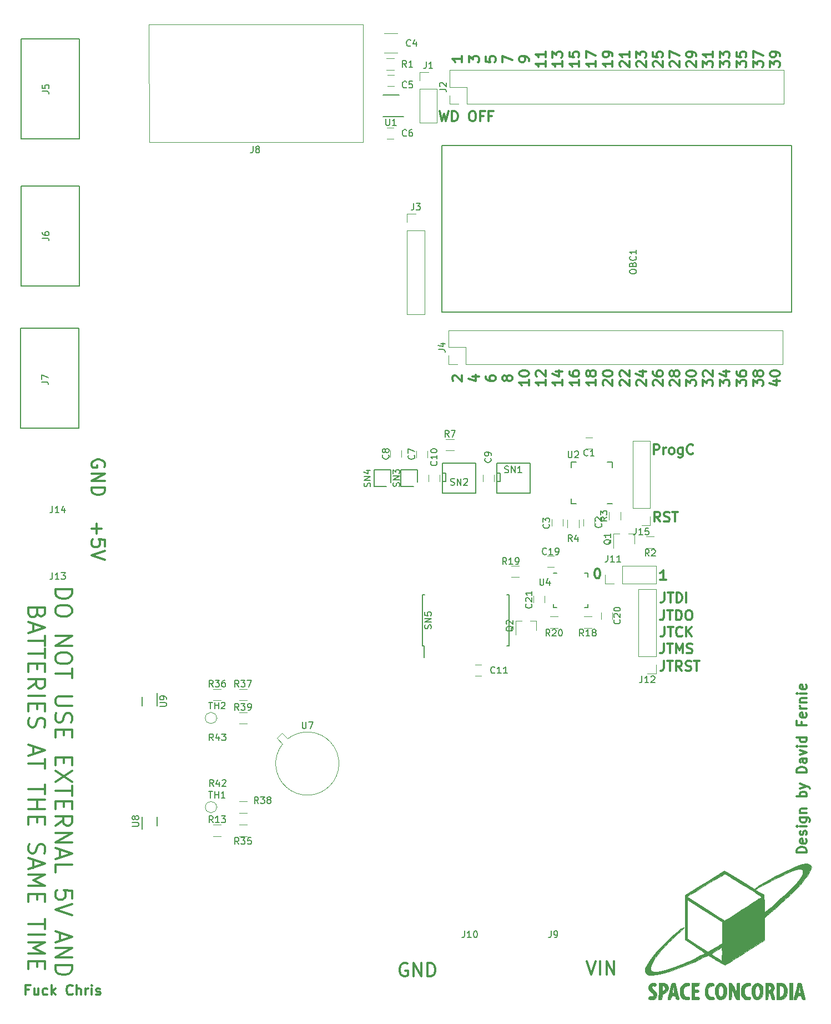
<source format=gbr>
G04 #@! TF.FileFunction,Legend,Top*
%FSLAX46Y46*%
G04 Gerber Fmt 4.6, Leading zero omitted, Abs format (unit mm)*
G04 Created by KiCad (PCBNEW 4.0.6) date 09/10/17 19:14:27*
%MOMM*%
%LPD*%
G01*
G04 APERTURE LIST*
%ADD10C,0.100000*%
%ADD11C,0.300000*%
%ADD12C,0.150000*%
%ADD13C,0.120000*%
%ADD14C,0.010000*%
G04 APERTURE END LIST*
D10*
D11*
X72365809Y-156210000D02*
X72172286Y-156113238D01*
X71882000Y-156113238D01*
X71591714Y-156210000D01*
X71398190Y-156403524D01*
X71301429Y-156597048D01*
X71204667Y-156984095D01*
X71204667Y-157274381D01*
X71301429Y-157661429D01*
X71398190Y-157854952D01*
X71591714Y-158048476D01*
X71882000Y-158145238D01*
X72075524Y-158145238D01*
X72365809Y-158048476D01*
X72462571Y-157951714D01*
X72462571Y-157274381D01*
X72075524Y-157274381D01*
X73333429Y-158145238D02*
X73333429Y-156113238D01*
X74494571Y-158145238D01*
X74494571Y-156113238D01*
X75462191Y-158145238D02*
X75462191Y-156113238D01*
X75946000Y-156113238D01*
X76236286Y-156210000D01*
X76429810Y-156403524D01*
X76526571Y-156597048D01*
X76623333Y-156984095D01*
X76623333Y-157274381D01*
X76526571Y-157661429D01*
X76429810Y-157854952D01*
X76236286Y-158048476D01*
X75946000Y-158145238D01*
X75462191Y-158145238D01*
X99755477Y-155859238D02*
X100432810Y-157891238D01*
X101110143Y-155859238D01*
X101787477Y-157891238D02*
X101787477Y-155859238D01*
X102755096Y-157891238D02*
X102755096Y-155859238D01*
X103916238Y-157891238D01*
X103916238Y-155859238D01*
X26162000Y-80493809D02*
X26258762Y-80300286D01*
X26258762Y-80010000D01*
X26162000Y-79719714D01*
X25968476Y-79526190D01*
X25774952Y-79429429D01*
X25387905Y-79332667D01*
X25097619Y-79332667D01*
X24710571Y-79429429D01*
X24517048Y-79526190D01*
X24323524Y-79719714D01*
X24226762Y-80010000D01*
X24226762Y-80203524D01*
X24323524Y-80493809D01*
X24420286Y-80590571D01*
X25097619Y-80590571D01*
X25097619Y-80203524D01*
X24226762Y-81461429D02*
X26258762Y-81461429D01*
X24226762Y-82622571D01*
X26258762Y-82622571D01*
X24226762Y-83590191D02*
X26258762Y-83590191D01*
X26258762Y-84074000D01*
X26162000Y-84364286D01*
X25968476Y-84557810D01*
X25774952Y-84654571D01*
X25387905Y-84751333D01*
X25097619Y-84751333D01*
X24710571Y-84654571D01*
X24517048Y-84557810D01*
X24323524Y-84364286D01*
X24226762Y-84074000D01*
X24226762Y-83590191D01*
X25000857Y-89081429D02*
X25000857Y-90629619D01*
X24226762Y-89855524D02*
X25774952Y-89855524D01*
X26258762Y-92564858D02*
X26258762Y-91597239D01*
X25291143Y-91500477D01*
X25387905Y-91597239D01*
X25484667Y-91790762D01*
X25484667Y-92274572D01*
X25387905Y-92468096D01*
X25291143Y-92564858D01*
X25097619Y-92661619D01*
X24613810Y-92661619D01*
X24420286Y-92564858D01*
X24323524Y-92468096D01*
X24226762Y-92274572D01*
X24226762Y-91790762D01*
X24323524Y-91597239D01*
X24420286Y-91500477D01*
X26258762Y-93242191D02*
X24226762Y-93919524D01*
X26258762Y-94596857D01*
X111565714Y-99635571D02*
X111565714Y-100707000D01*
X111494286Y-100921286D01*
X111351429Y-101064143D01*
X111137143Y-101135571D01*
X110994286Y-101135571D01*
X112065714Y-99635571D02*
X112922857Y-99635571D01*
X112494286Y-101135571D02*
X112494286Y-99635571D01*
X113422857Y-101135571D02*
X113422857Y-99635571D01*
X113780000Y-99635571D01*
X113994285Y-99707000D01*
X114137143Y-99849857D01*
X114208571Y-99992714D01*
X114280000Y-100278429D01*
X114280000Y-100492714D01*
X114208571Y-100778429D01*
X114137143Y-100921286D01*
X113994285Y-101064143D01*
X113780000Y-101135571D01*
X113422857Y-101135571D01*
X114922857Y-101135571D02*
X114922857Y-99635571D01*
X111518143Y-102302571D02*
X111518143Y-103374000D01*
X111446715Y-103588286D01*
X111303858Y-103731143D01*
X111089572Y-103802571D01*
X110946715Y-103802571D01*
X112018143Y-102302571D02*
X112875286Y-102302571D01*
X112446715Y-103802571D02*
X112446715Y-102302571D01*
X113375286Y-103802571D02*
X113375286Y-102302571D01*
X113732429Y-102302571D01*
X113946714Y-102374000D01*
X114089572Y-102516857D01*
X114161000Y-102659714D01*
X114232429Y-102945429D01*
X114232429Y-103159714D01*
X114161000Y-103445429D01*
X114089572Y-103588286D01*
X113946714Y-103731143D01*
X113732429Y-103802571D01*
X113375286Y-103802571D01*
X115161000Y-102302571D02*
X115446714Y-102302571D01*
X115589572Y-102374000D01*
X115732429Y-102516857D01*
X115803857Y-102802571D01*
X115803857Y-103302571D01*
X115732429Y-103588286D01*
X115589572Y-103731143D01*
X115446714Y-103802571D01*
X115161000Y-103802571D01*
X115018143Y-103731143D01*
X114875286Y-103588286D01*
X114803857Y-103302571D01*
X114803857Y-102802571D01*
X114875286Y-102516857D01*
X115018143Y-102374000D01*
X115161000Y-102302571D01*
X111553857Y-104842571D02*
X111553857Y-105914000D01*
X111482429Y-106128286D01*
X111339572Y-106271143D01*
X111125286Y-106342571D01*
X110982429Y-106342571D01*
X112053857Y-104842571D02*
X112911000Y-104842571D01*
X112482429Y-106342571D02*
X112482429Y-104842571D01*
X114268143Y-106199714D02*
X114196714Y-106271143D01*
X113982428Y-106342571D01*
X113839571Y-106342571D01*
X113625286Y-106271143D01*
X113482428Y-106128286D01*
X113411000Y-105985429D01*
X113339571Y-105699714D01*
X113339571Y-105485429D01*
X113411000Y-105199714D01*
X113482428Y-105056857D01*
X113625286Y-104914000D01*
X113839571Y-104842571D01*
X113982428Y-104842571D01*
X114196714Y-104914000D01*
X114268143Y-104985429D01*
X114911000Y-106342571D02*
X114911000Y-104842571D01*
X115768143Y-106342571D02*
X115125286Y-105485429D01*
X115768143Y-104842571D02*
X114911000Y-105699714D01*
X111482429Y-107382571D02*
X111482429Y-108454000D01*
X111411001Y-108668286D01*
X111268144Y-108811143D01*
X111053858Y-108882571D01*
X110911001Y-108882571D01*
X111982429Y-107382571D02*
X112839572Y-107382571D01*
X112411001Y-108882571D02*
X112411001Y-107382571D01*
X113339572Y-108882571D02*
X113339572Y-107382571D01*
X113839572Y-108454000D01*
X114339572Y-107382571D01*
X114339572Y-108882571D01*
X114982429Y-108811143D02*
X115196715Y-108882571D01*
X115553858Y-108882571D01*
X115696715Y-108811143D01*
X115768144Y-108739714D01*
X115839572Y-108596857D01*
X115839572Y-108454000D01*
X115768144Y-108311143D01*
X115696715Y-108239714D01*
X115553858Y-108168286D01*
X115268144Y-108096857D01*
X115125286Y-108025429D01*
X115053858Y-107954000D01*
X114982429Y-107811143D01*
X114982429Y-107668286D01*
X115053858Y-107525429D01*
X115125286Y-107454000D01*
X115268144Y-107382571D01*
X115625286Y-107382571D01*
X115839572Y-107454000D01*
X111526143Y-110049571D02*
X111526143Y-111121000D01*
X111454715Y-111335286D01*
X111311858Y-111478143D01*
X111097572Y-111549571D01*
X110954715Y-111549571D01*
X112026143Y-110049571D02*
X112883286Y-110049571D01*
X112454715Y-111549571D02*
X112454715Y-110049571D01*
X114240429Y-111549571D02*
X113740429Y-110835286D01*
X113383286Y-111549571D02*
X113383286Y-110049571D01*
X113954714Y-110049571D01*
X114097572Y-110121000D01*
X114169000Y-110192429D01*
X114240429Y-110335286D01*
X114240429Y-110549571D01*
X114169000Y-110692429D01*
X114097572Y-110763857D01*
X113954714Y-110835286D01*
X113383286Y-110835286D01*
X114811857Y-111478143D02*
X115026143Y-111549571D01*
X115383286Y-111549571D01*
X115526143Y-111478143D01*
X115597572Y-111406714D01*
X115669000Y-111263857D01*
X115669000Y-111121000D01*
X115597572Y-110978143D01*
X115526143Y-110906714D01*
X115383286Y-110835286D01*
X115097572Y-110763857D01*
X114954714Y-110692429D01*
X114883286Y-110621000D01*
X114811857Y-110478143D01*
X114811857Y-110335286D01*
X114883286Y-110192429D01*
X114954714Y-110121000D01*
X115097572Y-110049571D01*
X115454714Y-110049571D01*
X115669000Y-110121000D01*
X116097571Y-110049571D02*
X116954714Y-110049571D01*
X116526143Y-111549571D02*
X116526143Y-110049571D01*
X14669143Y-160166857D02*
X14169143Y-160166857D01*
X14169143Y-160952571D02*
X14169143Y-159452571D01*
X14883429Y-159452571D01*
X16097714Y-159952571D02*
X16097714Y-160952571D01*
X15454857Y-159952571D02*
X15454857Y-160738286D01*
X15526285Y-160881143D01*
X15669143Y-160952571D01*
X15883428Y-160952571D01*
X16026285Y-160881143D01*
X16097714Y-160809714D01*
X17454857Y-160881143D02*
X17312000Y-160952571D01*
X17026286Y-160952571D01*
X16883428Y-160881143D01*
X16812000Y-160809714D01*
X16740571Y-160666857D01*
X16740571Y-160238286D01*
X16812000Y-160095429D01*
X16883428Y-160024000D01*
X17026286Y-159952571D01*
X17312000Y-159952571D01*
X17454857Y-160024000D01*
X18097714Y-160952571D02*
X18097714Y-159452571D01*
X18240571Y-160381143D02*
X18669142Y-160952571D01*
X18669142Y-159952571D02*
X18097714Y-160524000D01*
X21312000Y-160809714D02*
X21240571Y-160881143D01*
X21026285Y-160952571D01*
X20883428Y-160952571D01*
X20669143Y-160881143D01*
X20526285Y-160738286D01*
X20454857Y-160595429D01*
X20383428Y-160309714D01*
X20383428Y-160095429D01*
X20454857Y-159809714D01*
X20526285Y-159666857D01*
X20669143Y-159524000D01*
X20883428Y-159452571D01*
X21026285Y-159452571D01*
X21240571Y-159524000D01*
X21312000Y-159595429D01*
X21954857Y-160952571D02*
X21954857Y-159452571D01*
X22597714Y-160952571D02*
X22597714Y-160166857D01*
X22526285Y-160024000D01*
X22383428Y-159952571D01*
X22169143Y-159952571D01*
X22026285Y-160024000D01*
X21954857Y-160095429D01*
X23312000Y-160952571D02*
X23312000Y-159952571D01*
X23312000Y-160238286D02*
X23383428Y-160095429D01*
X23454857Y-160024000D01*
X23597714Y-159952571D01*
X23740571Y-159952571D01*
X24240571Y-160952571D02*
X24240571Y-159952571D01*
X24240571Y-159452571D02*
X24169142Y-159524000D01*
X24240571Y-159595429D01*
X24311999Y-159524000D01*
X24240571Y-159452571D01*
X24240571Y-159595429D01*
X24883428Y-160881143D02*
X25026285Y-160952571D01*
X25312000Y-160952571D01*
X25454857Y-160881143D01*
X25526285Y-160738286D01*
X25526285Y-160666857D01*
X25454857Y-160524000D01*
X25312000Y-160452571D01*
X25097714Y-160452571D01*
X24954857Y-160381143D01*
X24883428Y-160238286D01*
X24883428Y-160166857D01*
X24954857Y-160024000D01*
X25097714Y-159952571D01*
X25312000Y-159952571D01*
X25454857Y-160024000D01*
X133266571Y-139277714D02*
X131766571Y-139277714D01*
X131766571Y-138920571D01*
X131838000Y-138706286D01*
X131980857Y-138563428D01*
X132123714Y-138492000D01*
X132409429Y-138420571D01*
X132623714Y-138420571D01*
X132909429Y-138492000D01*
X133052286Y-138563428D01*
X133195143Y-138706286D01*
X133266571Y-138920571D01*
X133266571Y-139277714D01*
X133195143Y-137206286D02*
X133266571Y-137349143D01*
X133266571Y-137634857D01*
X133195143Y-137777714D01*
X133052286Y-137849143D01*
X132480857Y-137849143D01*
X132338000Y-137777714D01*
X132266571Y-137634857D01*
X132266571Y-137349143D01*
X132338000Y-137206286D01*
X132480857Y-137134857D01*
X132623714Y-137134857D01*
X132766571Y-137849143D01*
X133195143Y-136563429D02*
X133266571Y-136420572D01*
X133266571Y-136134857D01*
X133195143Y-135992000D01*
X133052286Y-135920572D01*
X132980857Y-135920572D01*
X132838000Y-135992000D01*
X132766571Y-136134857D01*
X132766571Y-136349143D01*
X132695143Y-136492000D01*
X132552286Y-136563429D01*
X132480857Y-136563429D01*
X132338000Y-136492000D01*
X132266571Y-136349143D01*
X132266571Y-136134857D01*
X132338000Y-135992000D01*
X133266571Y-135277714D02*
X132266571Y-135277714D01*
X131766571Y-135277714D02*
X131838000Y-135349143D01*
X131909429Y-135277714D01*
X131838000Y-135206286D01*
X131766571Y-135277714D01*
X131909429Y-135277714D01*
X132266571Y-133920571D02*
X133480857Y-133920571D01*
X133623714Y-133992000D01*
X133695143Y-134063428D01*
X133766571Y-134206285D01*
X133766571Y-134420571D01*
X133695143Y-134563428D01*
X133195143Y-133920571D02*
X133266571Y-134063428D01*
X133266571Y-134349142D01*
X133195143Y-134492000D01*
X133123714Y-134563428D01*
X132980857Y-134634857D01*
X132552286Y-134634857D01*
X132409429Y-134563428D01*
X132338000Y-134492000D01*
X132266571Y-134349142D01*
X132266571Y-134063428D01*
X132338000Y-133920571D01*
X132266571Y-133206285D02*
X133266571Y-133206285D01*
X132409429Y-133206285D02*
X132338000Y-133134857D01*
X132266571Y-132991999D01*
X132266571Y-132777714D01*
X132338000Y-132634857D01*
X132480857Y-132563428D01*
X133266571Y-132563428D01*
X133266571Y-130706285D02*
X131766571Y-130706285D01*
X132338000Y-130706285D02*
X132266571Y-130563428D01*
X132266571Y-130277714D01*
X132338000Y-130134857D01*
X132409429Y-130063428D01*
X132552286Y-129991999D01*
X132980857Y-129991999D01*
X133123714Y-130063428D01*
X133195143Y-130134857D01*
X133266571Y-130277714D01*
X133266571Y-130563428D01*
X133195143Y-130706285D01*
X132266571Y-129491999D02*
X133266571Y-129134856D01*
X132266571Y-128777714D02*
X133266571Y-129134856D01*
X133623714Y-129277714D01*
X133695143Y-129349142D01*
X133766571Y-129491999D01*
X133266571Y-127063428D02*
X131766571Y-127063428D01*
X131766571Y-126706285D01*
X131838000Y-126492000D01*
X131980857Y-126349142D01*
X132123714Y-126277714D01*
X132409429Y-126206285D01*
X132623714Y-126206285D01*
X132909429Y-126277714D01*
X133052286Y-126349142D01*
X133195143Y-126492000D01*
X133266571Y-126706285D01*
X133266571Y-127063428D01*
X133266571Y-124920571D02*
X132480857Y-124920571D01*
X132338000Y-124992000D01*
X132266571Y-125134857D01*
X132266571Y-125420571D01*
X132338000Y-125563428D01*
X133195143Y-124920571D02*
X133266571Y-125063428D01*
X133266571Y-125420571D01*
X133195143Y-125563428D01*
X133052286Y-125634857D01*
X132909429Y-125634857D01*
X132766571Y-125563428D01*
X132695143Y-125420571D01*
X132695143Y-125063428D01*
X132623714Y-124920571D01*
X132266571Y-124349142D02*
X133266571Y-123991999D01*
X132266571Y-123634857D01*
X133266571Y-123063428D02*
X132266571Y-123063428D01*
X131766571Y-123063428D02*
X131838000Y-123134857D01*
X131909429Y-123063428D01*
X131838000Y-122992000D01*
X131766571Y-123063428D01*
X131909429Y-123063428D01*
X133266571Y-121706285D02*
X131766571Y-121706285D01*
X133195143Y-121706285D02*
X133266571Y-121849142D01*
X133266571Y-122134856D01*
X133195143Y-122277714D01*
X133123714Y-122349142D01*
X132980857Y-122420571D01*
X132552286Y-122420571D01*
X132409429Y-122349142D01*
X132338000Y-122277714D01*
X132266571Y-122134856D01*
X132266571Y-121849142D01*
X132338000Y-121706285D01*
X132480857Y-119349142D02*
X132480857Y-119849142D01*
X133266571Y-119849142D02*
X131766571Y-119849142D01*
X131766571Y-119134856D01*
X133195143Y-117992000D02*
X133266571Y-118134857D01*
X133266571Y-118420571D01*
X133195143Y-118563428D01*
X133052286Y-118634857D01*
X132480857Y-118634857D01*
X132338000Y-118563428D01*
X132266571Y-118420571D01*
X132266571Y-118134857D01*
X132338000Y-117992000D01*
X132480857Y-117920571D01*
X132623714Y-117920571D01*
X132766571Y-118634857D01*
X133266571Y-117277714D02*
X132266571Y-117277714D01*
X132552286Y-117277714D02*
X132409429Y-117206286D01*
X132338000Y-117134857D01*
X132266571Y-116992000D01*
X132266571Y-116849143D01*
X132266571Y-116349143D02*
X133266571Y-116349143D01*
X132409429Y-116349143D02*
X132338000Y-116277715D01*
X132266571Y-116134857D01*
X132266571Y-115920572D01*
X132338000Y-115777715D01*
X132480857Y-115706286D01*
X133266571Y-115706286D01*
X133266571Y-114992000D02*
X132266571Y-114992000D01*
X131766571Y-114992000D02*
X131838000Y-115063429D01*
X131909429Y-114992000D01*
X131838000Y-114920572D01*
X131766571Y-114992000D01*
X131909429Y-114992000D01*
X133195143Y-113706286D02*
X133266571Y-113849143D01*
X133266571Y-114134857D01*
X133195143Y-114277714D01*
X133052286Y-114349143D01*
X132480857Y-114349143D01*
X132338000Y-114277714D01*
X132266571Y-114134857D01*
X132266571Y-113849143D01*
X132338000Y-113706286D01*
X132480857Y-113634857D01*
X132623714Y-113634857D01*
X132766571Y-114349143D01*
X111807572Y-97706571D02*
X110950429Y-97706571D01*
X111379001Y-97706571D02*
X111379001Y-96206571D01*
X111236144Y-96420857D01*
X111093286Y-96563714D01*
X110950429Y-96635143D01*
X101274572Y-95952571D02*
X101417429Y-95952571D01*
X101560286Y-96024000D01*
X101631715Y-96095429D01*
X101703144Y-96238286D01*
X101774572Y-96524000D01*
X101774572Y-96881143D01*
X101703144Y-97166857D01*
X101631715Y-97309714D01*
X101560286Y-97381143D01*
X101417429Y-97452571D01*
X101274572Y-97452571D01*
X101131715Y-97381143D01*
X101060286Y-97309714D01*
X100988858Y-97166857D01*
X100917429Y-96881143D01*
X100917429Y-96524000D01*
X100988858Y-96238286D01*
X101060286Y-96095429D01*
X101131715Y-96024000D01*
X101274572Y-95952571D01*
X109938715Y-78529571D02*
X109938715Y-77029571D01*
X110510143Y-77029571D01*
X110653001Y-77101000D01*
X110724429Y-77172429D01*
X110795858Y-77315286D01*
X110795858Y-77529571D01*
X110724429Y-77672429D01*
X110653001Y-77743857D01*
X110510143Y-77815286D01*
X109938715Y-77815286D01*
X111438715Y-78529571D02*
X111438715Y-77529571D01*
X111438715Y-77815286D02*
X111510143Y-77672429D01*
X111581572Y-77601000D01*
X111724429Y-77529571D01*
X111867286Y-77529571D01*
X112581572Y-78529571D02*
X112438714Y-78458143D01*
X112367286Y-78386714D01*
X112295857Y-78243857D01*
X112295857Y-77815286D01*
X112367286Y-77672429D01*
X112438714Y-77601000D01*
X112581572Y-77529571D01*
X112795857Y-77529571D01*
X112938714Y-77601000D01*
X113010143Y-77672429D01*
X113081572Y-77815286D01*
X113081572Y-78243857D01*
X113010143Y-78386714D01*
X112938714Y-78458143D01*
X112795857Y-78529571D01*
X112581572Y-78529571D01*
X114367286Y-77529571D02*
X114367286Y-78743857D01*
X114295857Y-78886714D01*
X114224429Y-78958143D01*
X114081572Y-79029571D01*
X113867286Y-79029571D01*
X113724429Y-78958143D01*
X114367286Y-78458143D02*
X114224429Y-78529571D01*
X113938715Y-78529571D01*
X113795857Y-78458143D01*
X113724429Y-78386714D01*
X113653000Y-78243857D01*
X113653000Y-77815286D01*
X113724429Y-77672429D01*
X113795857Y-77601000D01*
X113938715Y-77529571D01*
X114224429Y-77529571D01*
X114367286Y-77601000D01*
X115938715Y-78386714D02*
X115867286Y-78458143D01*
X115653000Y-78529571D01*
X115510143Y-78529571D01*
X115295858Y-78458143D01*
X115153000Y-78315286D01*
X115081572Y-78172429D01*
X115010143Y-77886714D01*
X115010143Y-77672429D01*
X115081572Y-77386714D01*
X115153000Y-77243857D01*
X115295858Y-77101000D01*
X115510143Y-77029571D01*
X115653000Y-77029571D01*
X115867286Y-77101000D01*
X115938715Y-77172429D01*
X110938572Y-88816571D02*
X110438572Y-88102286D01*
X110081429Y-88816571D02*
X110081429Y-87316571D01*
X110652857Y-87316571D01*
X110795715Y-87388000D01*
X110867143Y-87459429D01*
X110938572Y-87602286D01*
X110938572Y-87816571D01*
X110867143Y-87959429D01*
X110795715Y-88030857D01*
X110652857Y-88102286D01*
X110081429Y-88102286D01*
X111510000Y-88745143D02*
X111724286Y-88816571D01*
X112081429Y-88816571D01*
X112224286Y-88745143D01*
X112295715Y-88673714D01*
X112367143Y-88530857D01*
X112367143Y-88388000D01*
X112295715Y-88245143D01*
X112224286Y-88173714D01*
X112081429Y-88102286D01*
X111795715Y-88030857D01*
X111652857Y-87959429D01*
X111581429Y-87888000D01*
X111510000Y-87745143D01*
X111510000Y-87602286D01*
X111581429Y-87459429D01*
X111652857Y-87388000D01*
X111795715Y-87316571D01*
X112152857Y-87316571D01*
X112367143Y-87388000D01*
X112795714Y-87316571D02*
X113652857Y-87316571D01*
X113224286Y-88816571D02*
X113224286Y-87316571D01*
X79363429Y-67357571D02*
X79292000Y-67286142D01*
X79220571Y-67143285D01*
X79220571Y-66786142D01*
X79292000Y-66643285D01*
X79363429Y-66571856D01*
X79506286Y-66500428D01*
X79649143Y-66500428D01*
X79863429Y-66571856D01*
X80720571Y-67428999D01*
X80720571Y-66500428D01*
X82270571Y-66643285D02*
X83270571Y-66643285D01*
X81699143Y-67000428D02*
X82770571Y-67357571D01*
X82770571Y-66428999D01*
X84320571Y-66643285D02*
X84320571Y-66928999D01*
X84392000Y-67071856D01*
X84463429Y-67143285D01*
X84677714Y-67286142D01*
X84963429Y-67357571D01*
X85534857Y-67357571D01*
X85677714Y-67286142D01*
X85749143Y-67214714D01*
X85820571Y-67071856D01*
X85820571Y-66786142D01*
X85749143Y-66643285D01*
X85677714Y-66571856D01*
X85534857Y-66500428D01*
X85177714Y-66500428D01*
X85034857Y-66571856D01*
X84963429Y-66643285D01*
X84892000Y-66786142D01*
X84892000Y-67071856D01*
X84963429Y-67214714D01*
X85034857Y-67286142D01*
X85177714Y-67357571D01*
X87513429Y-67071856D02*
X87442000Y-67214714D01*
X87370571Y-67286142D01*
X87227714Y-67357571D01*
X87156286Y-67357571D01*
X87013429Y-67286142D01*
X86942000Y-67214714D01*
X86870571Y-67071856D01*
X86870571Y-66786142D01*
X86942000Y-66643285D01*
X87013429Y-66571856D01*
X87156286Y-66500428D01*
X87227714Y-66500428D01*
X87370571Y-66571856D01*
X87442000Y-66643285D01*
X87513429Y-66786142D01*
X87513429Y-67071856D01*
X87584857Y-67214714D01*
X87656286Y-67286142D01*
X87799143Y-67357571D01*
X88084857Y-67357571D01*
X88227714Y-67286142D01*
X88299143Y-67214714D01*
X88370571Y-67071856D01*
X88370571Y-66786142D01*
X88299143Y-66643285D01*
X88227714Y-66571856D01*
X88084857Y-66500428D01*
X87799143Y-66500428D01*
X87656286Y-66571856D01*
X87584857Y-66643285D01*
X87513429Y-66786142D01*
X90920571Y-67214714D02*
X90920571Y-68071857D01*
X90920571Y-67643285D02*
X89420571Y-67643285D01*
X89634857Y-67786142D01*
X89777714Y-67929000D01*
X89849143Y-68071857D01*
X89420571Y-66286143D02*
X89420571Y-66143286D01*
X89492000Y-66000429D01*
X89563429Y-65929000D01*
X89706286Y-65857571D01*
X89992000Y-65786143D01*
X90349143Y-65786143D01*
X90634857Y-65857571D01*
X90777714Y-65929000D01*
X90849143Y-66000429D01*
X90920571Y-66143286D01*
X90920571Y-66286143D01*
X90849143Y-66429000D01*
X90777714Y-66500429D01*
X90634857Y-66571857D01*
X90349143Y-66643286D01*
X89992000Y-66643286D01*
X89706286Y-66571857D01*
X89563429Y-66500429D01*
X89492000Y-66429000D01*
X89420571Y-66286143D01*
X93470571Y-67214714D02*
X93470571Y-68071857D01*
X93470571Y-67643285D02*
X91970571Y-67643285D01*
X92184857Y-67786142D01*
X92327714Y-67929000D01*
X92399143Y-68071857D01*
X92113429Y-66643286D02*
X92042000Y-66571857D01*
X91970571Y-66429000D01*
X91970571Y-66071857D01*
X92042000Y-65929000D01*
X92113429Y-65857571D01*
X92256286Y-65786143D01*
X92399143Y-65786143D01*
X92613429Y-65857571D01*
X93470571Y-66714714D01*
X93470571Y-65786143D01*
X96020571Y-67214714D02*
X96020571Y-68071857D01*
X96020571Y-67643285D02*
X94520571Y-67643285D01*
X94734857Y-67786142D01*
X94877714Y-67929000D01*
X94949143Y-68071857D01*
X95020571Y-65929000D02*
X96020571Y-65929000D01*
X94449143Y-66286143D02*
X95520571Y-66643286D01*
X95520571Y-65714714D01*
X98570571Y-67214714D02*
X98570571Y-68071857D01*
X98570571Y-67643285D02*
X97070571Y-67643285D01*
X97284857Y-67786142D01*
X97427714Y-67929000D01*
X97499143Y-68071857D01*
X97070571Y-65929000D02*
X97070571Y-66214714D01*
X97142000Y-66357571D01*
X97213429Y-66429000D01*
X97427714Y-66571857D01*
X97713429Y-66643286D01*
X98284857Y-66643286D01*
X98427714Y-66571857D01*
X98499143Y-66500429D01*
X98570571Y-66357571D01*
X98570571Y-66071857D01*
X98499143Y-65929000D01*
X98427714Y-65857571D01*
X98284857Y-65786143D01*
X97927714Y-65786143D01*
X97784857Y-65857571D01*
X97713429Y-65929000D01*
X97642000Y-66071857D01*
X97642000Y-66357571D01*
X97713429Y-66500429D01*
X97784857Y-66571857D01*
X97927714Y-66643286D01*
X101120571Y-67214714D02*
X101120571Y-68071857D01*
X101120571Y-67643285D02*
X99620571Y-67643285D01*
X99834857Y-67786142D01*
X99977714Y-67929000D01*
X100049143Y-68071857D01*
X100263429Y-66357571D02*
X100192000Y-66500429D01*
X100120571Y-66571857D01*
X99977714Y-66643286D01*
X99906286Y-66643286D01*
X99763429Y-66571857D01*
X99692000Y-66500429D01*
X99620571Y-66357571D01*
X99620571Y-66071857D01*
X99692000Y-65929000D01*
X99763429Y-65857571D01*
X99906286Y-65786143D01*
X99977714Y-65786143D01*
X100120571Y-65857571D01*
X100192000Y-65929000D01*
X100263429Y-66071857D01*
X100263429Y-66357571D01*
X100334857Y-66500429D01*
X100406286Y-66571857D01*
X100549143Y-66643286D01*
X100834857Y-66643286D01*
X100977714Y-66571857D01*
X101049143Y-66500429D01*
X101120571Y-66357571D01*
X101120571Y-66071857D01*
X101049143Y-65929000D01*
X100977714Y-65857571D01*
X100834857Y-65786143D01*
X100549143Y-65786143D01*
X100406286Y-65857571D01*
X100334857Y-65929000D01*
X100263429Y-66071857D01*
X102313429Y-68071857D02*
X102242000Y-68000428D01*
X102170571Y-67857571D01*
X102170571Y-67500428D01*
X102242000Y-67357571D01*
X102313429Y-67286142D01*
X102456286Y-67214714D01*
X102599143Y-67214714D01*
X102813429Y-67286142D01*
X103670571Y-68143285D01*
X103670571Y-67214714D01*
X102170571Y-66286143D02*
X102170571Y-66143286D01*
X102242000Y-66000429D01*
X102313429Y-65929000D01*
X102456286Y-65857571D01*
X102742000Y-65786143D01*
X103099143Y-65786143D01*
X103384857Y-65857571D01*
X103527714Y-65929000D01*
X103599143Y-66000429D01*
X103670571Y-66143286D01*
X103670571Y-66286143D01*
X103599143Y-66429000D01*
X103527714Y-66500429D01*
X103384857Y-66571857D01*
X103099143Y-66643286D01*
X102742000Y-66643286D01*
X102456286Y-66571857D01*
X102313429Y-66500429D01*
X102242000Y-66429000D01*
X102170571Y-66286143D01*
X104863429Y-68071857D02*
X104792000Y-68000428D01*
X104720571Y-67857571D01*
X104720571Y-67500428D01*
X104792000Y-67357571D01*
X104863429Y-67286142D01*
X105006286Y-67214714D01*
X105149143Y-67214714D01*
X105363429Y-67286142D01*
X106220571Y-68143285D01*
X106220571Y-67214714D01*
X104863429Y-66643286D02*
X104792000Y-66571857D01*
X104720571Y-66429000D01*
X104720571Y-66071857D01*
X104792000Y-65929000D01*
X104863429Y-65857571D01*
X105006286Y-65786143D01*
X105149143Y-65786143D01*
X105363429Y-65857571D01*
X106220571Y-66714714D01*
X106220571Y-65786143D01*
X107413429Y-68071857D02*
X107342000Y-68000428D01*
X107270571Y-67857571D01*
X107270571Y-67500428D01*
X107342000Y-67357571D01*
X107413429Y-67286142D01*
X107556286Y-67214714D01*
X107699143Y-67214714D01*
X107913429Y-67286142D01*
X108770571Y-68143285D01*
X108770571Y-67214714D01*
X107770571Y-65929000D02*
X108770571Y-65929000D01*
X107199143Y-66286143D02*
X108270571Y-66643286D01*
X108270571Y-65714714D01*
X109963429Y-68071857D02*
X109892000Y-68000428D01*
X109820571Y-67857571D01*
X109820571Y-67500428D01*
X109892000Y-67357571D01*
X109963429Y-67286142D01*
X110106286Y-67214714D01*
X110249143Y-67214714D01*
X110463429Y-67286142D01*
X111320571Y-68143285D01*
X111320571Y-67214714D01*
X109820571Y-65929000D02*
X109820571Y-66214714D01*
X109892000Y-66357571D01*
X109963429Y-66429000D01*
X110177714Y-66571857D01*
X110463429Y-66643286D01*
X111034857Y-66643286D01*
X111177714Y-66571857D01*
X111249143Y-66500429D01*
X111320571Y-66357571D01*
X111320571Y-66071857D01*
X111249143Y-65929000D01*
X111177714Y-65857571D01*
X111034857Y-65786143D01*
X110677714Y-65786143D01*
X110534857Y-65857571D01*
X110463429Y-65929000D01*
X110392000Y-66071857D01*
X110392000Y-66357571D01*
X110463429Y-66500429D01*
X110534857Y-66571857D01*
X110677714Y-66643286D01*
X112513429Y-68071857D02*
X112442000Y-68000428D01*
X112370571Y-67857571D01*
X112370571Y-67500428D01*
X112442000Y-67357571D01*
X112513429Y-67286142D01*
X112656286Y-67214714D01*
X112799143Y-67214714D01*
X113013429Y-67286142D01*
X113870571Y-68143285D01*
X113870571Y-67214714D01*
X113013429Y-66357571D02*
X112942000Y-66500429D01*
X112870571Y-66571857D01*
X112727714Y-66643286D01*
X112656286Y-66643286D01*
X112513429Y-66571857D01*
X112442000Y-66500429D01*
X112370571Y-66357571D01*
X112370571Y-66071857D01*
X112442000Y-65929000D01*
X112513429Y-65857571D01*
X112656286Y-65786143D01*
X112727714Y-65786143D01*
X112870571Y-65857571D01*
X112942000Y-65929000D01*
X113013429Y-66071857D01*
X113013429Y-66357571D01*
X113084857Y-66500429D01*
X113156286Y-66571857D01*
X113299143Y-66643286D01*
X113584857Y-66643286D01*
X113727714Y-66571857D01*
X113799143Y-66500429D01*
X113870571Y-66357571D01*
X113870571Y-66071857D01*
X113799143Y-65929000D01*
X113727714Y-65857571D01*
X113584857Y-65786143D01*
X113299143Y-65786143D01*
X113156286Y-65857571D01*
X113084857Y-65929000D01*
X113013429Y-66071857D01*
X114920571Y-68143285D02*
X114920571Y-67214714D01*
X115492000Y-67714714D01*
X115492000Y-67500428D01*
X115563429Y-67357571D01*
X115634857Y-67286142D01*
X115777714Y-67214714D01*
X116134857Y-67214714D01*
X116277714Y-67286142D01*
X116349143Y-67357571D01*
X116420571Y-67500428D01*
X116420571Y-67929000D01*
X116349143Y-68071857D01*
X116277714Y-68143285D01*
X114920571Y-66286143D02*
X114920571Y-66143286D01*
X114992000Y-66000429D01*
X115063429Y-65929000D01*
X115206286Y-65857571D01*
X115492000Y-65786143D01*
X115849143Y-65786143D01*
X116134857Y-65857571D01*
X116277714Y-65929000D01*
X116349143Y-66000429D01*
X116420571Y-66143286D01*
X116420571Y-66286143D01*
X116349143Y-66429000D01*
X116277714Y-66500429D01*
X116134857Y-66571857D01*
X115849143Y-66643286D01*
X115492000Y-66643286D01*
X115206286Y-66571857D01*
X115063429Y-66500429D01*
X114992000Y-66429000D01*
X114920571Y-66286143D01*
X117470571Y-68143285D02*
X117470571Y-67214714D01*
X118042000Y-67714714D01*
X118042000Y-67500428D01*
X118113429Y-67357571D01*
X118184857Y-67286142D01*
X118327714Y-67214714D01*
X118684857Y-67214714D01*
X118827714Y-67286142D01*
X118899143Y-67357571D01*
X118970571Y-67500428D01*
X118970571Y-67929000D01*
X118899143Y-68071857D01*
X118827714Y-68143285D01*
X117613429Y-66643286D02*
X117542000Y-66571857D01*
X117470571Y-66429000D01*
X117470571Y-66071857D01*
X117542000Y-65929000D01*
X117613429Y-65857571D01*
X117756286Y-65786143D01*
X117899143Y-65786143D01*
X118113429Y-65857571D01*
X118970571Y-66714714D01*
X118970571Y-65786143D01*
X120020571Y-68143285D02*
X120020571Y-67214714D01*
X120592000Y-67714714D01*
X120592000Y-67500428D01*
X120663429Y-67357571D01*
X120734857Y-67286142D01*
X120877714Y-67214714D01*
X121234857Y-67214714D01*
X121377714Y-67286142D01*
X121449143Y-67357571D01*
X121520571Y-67500428D01*
X121520571Y-67929000D01*
X121449143Y-68071857D01*
X121377714Y-68143285D01*
X120520571Y-65929000D02*
X121520571Y-65929000D01*
X119949143Y-66286143D02*
X121020571Y-66643286D01*
X121020571Y-65714714D01*
X122570571Y-68143285D02*
X122570571Y-67214714D01*
X123142000Y-67714714D01*
X123142000Y-67500428D01*
X123213429Y-67357571D01*
X123284857Y-67286142D01*
X123427714Y-67214714D01*
X123784857Y-67214714D01*
X123927714Y-67286142D01*
X123999143Y-67357571D01*
X124070571Y-67500428D01*
X124070571Y-67929000D01*
X123999143Y-68071857D01*
X123927714Y-68143285D01*
X122570571Y-65929000D02*
X122570571Y-66214714D01*
X122642000Y-66357571D01*
X122713429Y-66429000D01*
X122927714Y-66571857D01*
X123213429Y-66643286D01*
X123784857Y-66643286D01*
X123927714Y-66571857D01*
X123999143Y-66500429D01*
X124070571Y-66357571D01*
X124070571Y-66071857D01*
X123999143Y-65929000D01*
X123927714Y-65857571D01*
X123784857Y-65786143D01*
X123427714Y-65786143D01*
X123284857Y-65857571D01*
X123213429Y-65929000D01*
X123142000Y-66071857D01*
X123142000Y-66357571D01*
X123213429Y-66500429D01*
X123284857Y-66571857D01*
X123427714Y-66643286D01*
X125120571Y-68143285D02*
X125120571Y-67214714D01*
X125692000Y-67714714D01*
X125692000Y-67500428D01*
X125763429Y-67357571D01*
X125834857Y-67286142D01*
X125977714Y-67214714D01*
X126334857Y-67214714D01*
X126477714Y-67286142D01*
X126549143Y-67357571D01*
X126620571Y-67500428D01*
X126620571Y-67929000D01*
X126549143Y-68071857D01*
X126477714Y-68143285D01*
X125763429Y-66357571D02*
X125692000Y-66500429D01*
X125620571Y-66571857D01*
X125477714Y-66643286D01*
X125406286Y-66643286D01*
X125263429Y-66571857D01*
X125192000Y-66500429D01*
X125120571Y-66357571D01*
X125120571Y-66071857D01*
X125192000Y-65929000D01*
X125263429Y-65857571D01*
X125406286Y-65786143D01*
X125477714Y-65786143D01*
X125620571Y-65857571D01*
X125692000Y-65929000D01*
X125763429Y-66071857D01*
X125763429Y-66357571D01*
X125834857Y-66500429D01*
X125906286Y-66571857D01*
X126049143Y-66643286D01*
X126334857Y-66643286D01*
X126477714Y-66571857D01*
X126549143Y-66500429D01*
X126620571Y-66357571D01*
X126620571Y-66071857D01*
X126549143Y-65929000D01*
X126477714Y-65857571D01*
X126334857Y-65786143D01*
X126049143Y-65786143D01*
X125906286Y-65857571D01*
X125834857Y-65929000D01*
X125763429Y-66071857D01*
X128170571Y-67357571D02*
X129170571Y-67357571D01*
X127599143Y-67714714D02*
X128670571Y-68071857D01*
X128670571Y-67143285D01*
X127670571Y-66286143D02*
X127670571Y-66143286D01*
X127742000Y-66000429D01*
X127813429Y-65929000D01*
X127956286Y-65857571D01*
X128242000Y-65786143D01*
X128599143Y-65786143D01*
X128884857Y-65857571D01*
X129027714Y-65929000D01*
X129099143Y-66000429D01*
X129170571Y-66143286D01*
X129170571Y-66286143D01*
X129099143Y-66429000D01*
X129027714Y-66500429D01*
X128884857Y-66571857D01*
X128599143Y-66643286D01*
X128242000Y-66643286D01*
X127956286Y-66571857D01*
X127813429Y-66500429D01*
X127742000Y-66429000D01*
X127670571Y-66286143D01*
X80720571Y-17859428D02*
X80720571Y-18716571D01*
X80720571Y-18287999D02*
X79220571Y-18287999D01*
X79434857Y-18430856D01*
X79577714Y-18573714D01*
X79649143Y-18716571D01*
X81770571Y-18787999D02*
X81770571Y-17859428D01*
X82342000Y-18359428D01*
X82342000Y-18145142D01*
X82413429Y-18002285D01*
X82484857Y-17930856D01*
X82627714Y-17859428D01*
X82984857Y-17859428D01*
X83127714Y-17930856D01*
X83199143Y-18002285D01*
X83270571Y-18145142D01*
X83270571Y-18573714D01*
X83199143Y-18716571D01*
X83127714Y-18787999D01*
X84320571Y-17930856D02*
X84320571Y-18645142D01*
X85034857Y-18716571D01*
X84963429Y-18645142D01*
X84892000Y-18502285D01*
X84892000Y-18145142D01*
X84963429Y-18002285D01*
X85034857Y-17930856D01*
X85177714Y-17859428D01*
X85534857Y-17859428D01*
X85677714Y-17930856D01*
X85749143Y-18002285D01*
X85820571Y-18145142D01*
X85820571Y-18502285D01*
X85749143Y-18645142D01*
X85677714Y-18716571D01*
X86870571Y-18787999D02*
X86870571Y-17787999D01*
X88370571Y-18430856D01*
X90920571Y-18573714D02*
X90920571Y-18287999D01*
X90849143Y-18145142D01*
X90777714Y-18073714D01*
X90563429Y-17930856D01*
X90277714Y-17859428D01*
X89706286Y-17859428D01*
X89563429Y-17930856D01*
X89492000Y-18002285D01*
X89420571Y-18145142D01*
X89420571Y-18430856D01*
X89492000Y-18573714D01*
X89563429Y-18645142D01*
X89706286Y-18716571D01*
X90063429Y-18716571D01*
X90206286Y-18645142D01*
X90277714Y-18573714D01*
X90349143Y-18430856D01*
X90349143Y-18145142D01*
X90277714Y-18002285D01*
X90206286Y-17930856D01*
X90063429Y-17859428D01*
X93470571Y-18573714D02*
X93470571Y-19430857D01*
X93470571Y-19002285D02*
X91970571Y-19002285D01*
X92184857Y-19145142D01*
X92327714Y-19288000D01*
X92399143Y-19430857D01*
X93470571Y-17145143D02*
X93470571Y-18002286D01*
X93470571Y-17573714D02*
X91970571Y-17573714D01*
X92184857Y-17716571D01*
X92327714Y-17859429D01*
X92399143Y-18002286D01*
X96020571Y-18573714D02*
X96020571Y-19430857D01*
X96020571Y-19002285D02*
X94520571Y-19002285D01*
X94734857Y-19145142D01*
X94877714Y-19288000D01*
X94949143Y-19430857D01*
X94520571Y-18073714D02*
X94520571Y-17145143D01*
X95092000Y-17645143D01*
X95092000Y-17430857D01*
X95163429Y-17288000D01*
X95234857Y-17216571D01*
X95377714Y-17145143D01*
X95734857Y-17145143D01*
X95877714Y-17216571D01*
X95949143Y-17288000D01*
X96020571Y-17430857D01*
X96020571Y-17859429D01*
X95949143Y-18002286D01*
X95877714Y-18073714D01*
X98570571Y-18573714D02*
X98570571Y-19430857D01*
X98570571Y-19002285D02*
X97070571Y-19002285D01*
X97284857Y-19145142D01*
X97427714Y-19288000D01*
X97499143Y-19430857D01*
X97070571Y-17216571D02*
X97070571Y-17930857D01*
X97784857Y-18002286D01*
X97713429Y-17930857D01*
X97642000Y-17788000D01*
X97642000Y-17430857D01*
X97713429Y-17288000D01*
X97784857Y-17216571D01*
X97927714Y-17145143D01*
X98284857Y-17145143D01*
X98427714Y-17216571D01*
X98499143Y-17288000D01*
X98570571Y-17430857D01*
X98570571Y-17788000D01*
X98499143Y-17930857D01*
X98427714Y-18002286D01*
X101120571Y-18573714D02*
X101120571Y-19430857D01*
X101120571Y-19002285D02*
X99620571Y-19002285D01*
X99834857Y-19145142D01*
X99977714Y-19288000D01*
X100049143Y-19430857D01*
X99620571Y-18073714D02*
X99620571Y-17073714D01*
X101120571Y-17716571D01*
X103670571Y-18573714D02*
X103670571Y-19430857D01*
X103670571Y-19002285D02*
X102170571Y-19002285D01*
X102384857Y-19145142D01*
X102527714Y-19288000D01*
X102599143Y-19430857D01*
X103670571Y-17859429D02*
X103670571Y-17573714D01*
X103599143Y-17430857D01*
X103527714Y-17359429D01*
X103313429Y-17216571D01*
X103027714Y-17145143D01*
X102456286Y-17145143D01*
X102313429Y-17216571D01*
X102242000Y-17288000D01*
X102170571Y-17430857D01*
X102170571Y-17716571D01*
X102242000Y-17859429D01*
X102313429Y-17930857D01*
X102456286Y-18002286D01*
X102813429Y-18002286D01*
X102956286Y-17930857D01*
X103027714Y-17859429D01*
X103099143Y-17716571D01*
X103099143Y-17430857D01*
X103027714Y-17288000D01*
X102956286Y-17216571D01*
X102813429Y-17145143D01*
X104863429Y-19430857D02*
X104792000Y-19359428D01*
X104720571Y-19216571D01*
X104720571Y-18859428D01*
X104792000Y-18716571D01*
X104863429Y-18645142D01*
X105006286Y-18573714D01*
X105149143Y-18573714D01*
X105363429Y-18645142D01*
X106220571Y-19502285D01*
X106220571Y-18573714D01*
X106220571Y-17145143D02*
X106220571Y-18002286D01*
X106220571Y-17573714D02*
X104720571Y-17573714D01*
X104934857Y-17716571D01*
X105077714Y-17859429D01*
X105149143Y-18002286D01*
X107413429Y-19430857D02*
X107342000Y-19359428D01*
X107270571Y-19216571D01*
X107270571Y-18859428D01*
X107342000Y-18716571D01*
X107413429Y-18645142D01*
X107556286Y-18573714D01*
X107699143Y-18573714D01*
X107913429Y-18645142D01*
X108770571Y-19502285D01*
X108770571Y-18573714D01*
X107270571Y-18073714D02*
X107270571Y-17145143D01*
X107842000Y-17645143D01*
X107842000Y-17430857D01*
X107913429Y-17288000D01*
X107984857Y-17216571D01*
X108127714Y-17145143D01*
X108484857Y-17145143D01*
X108627714Y-17216571D01*
X108699143Y-17288000D01*
X108770571Y-17430857D01*
X108770571Y-17859429D01*
X108699143Y-18002286D01*
X108627714Y-18073714D01*
X109963429Y-19430857D02*
X109892000Y-19359428D01*
X109820571Y-19216571D01*
X109820571Y-18859428D01*
X109892000Y-18716571D01*
X109963429Y-18645142D01*
X110106286Y-18573714D01*
X110249143Y-18573714D01*
X110463429Y-18645142D01*
X111320571Y-19502285D01*
X111320571Y-18573714D01*
X109820571Y-17216571D02*
X109820571Y-17930857D01*
X110534857Y-18002286D01*
X110463429Y-17930857D01*
X110392000Y-17788000D01*
X110392000Y-17430857D01*
X110463429Y-17288000D01*
X110534857Y-17216571D01*
X110677714Y-17145143D01*
X111034857Y-17145143D01*
X111177714Y-17216571D01*
X111249143Y-17288000D01*
X111320571Y-17430857D01*
X111320571Y-17788000D01*
X111249143Y-17930857D01*
X111177714Y-18002286D01*
X112513429Y-19430857D02*
X112442000Y-19359428D01*
X112370571Y-19216571D01*
X112370571Y-18859428D01*
X112442000Y-18716571D01*
X112513429Y-18645142D01*
X112656286Y-18573714D01*
X112799143Y-18573714D01*
X113013429Y-18645142D01*
X113870571Y-19502285D01*
X113870571Y-18573714D01*
X112370571Y-18073714D02*
X112370571Y-17073714D01*
X113870571Y-17716571D01*
X115063429Y-19430857D02*
X114992000Y-19359428D01*
X114920571Y-19216571D01*
X114920571Y-18859428D01*
X114992000Y-18716571D01*
X115063429Y-18645142D01*
X115206286Y-18573714D01*
X115349143Y-18573714D01*
X115563429Y-18645142D01*
X116420571Y-19502285D01*
X116420571Y-18573714D01*
X116420571Y-17859429D02*
X116420571Y-17573714D01*
X116349143Y-17430857D01*
X116277714Y-17359429D01*
X116063429Y-17216571D01*
X115777714Y-17145143D01*
X115206286Y-17145143D01*
X115063429Y-17216571D01*
X114992000Y-17288000D01*
X114920571Y-17430857D01*
X114920571Y-17716571D01*
X114992000Y-17859429D01*
X115063429Y-17930857D01*
X115206286Y-18002286D01*
X115563429Y-18002286D01*
X115706286Y-17930857D01*
X115777714Y-17859429D01*
X115849143Y-17716571D01*
X115849143Y-17430857D01*
X115777714Y-17288000D01*
X115706286Y-17216571D01*
X115563429Y-17145143D01*
X117470571Y-19502285D02*
X117470571Y-18573714D01*
X118042000Y-19073714D01*
X118042000Y-18859428D01*
X118113429Y-18716571D01*
X118184857Y-18645142D01*
X118327714Y-18573714D01*
X118684857Y-18573714D01*
X118827714Y-18645142D01*
X118899143Y-18716571D01*
X118970571Y-18859428D01*
X118970571Y-19288000D01*
X118899143Y-19430857D01*
X118827714Y-19502285D01*
X118970571Y-17145143D02*
X118970571Y-18002286D01*
X118970571Y-17573714D02*
X117470571Y-17573714D01*
X117684857Y-17716571D01*
X117827714Y-17859429D01*
X117899143Y-18002286D01*
X120020571Y-19502285D02*
X120020571Y-18573714D01*
X120592000Y-19073714D01*
X120592000Y-18859428D01*
X120663429Y-18716571D01*
X120734857Y-18645142D01*
X120877714Y-18573714D01*
X121234857Y-18573714D01*
X121377714Y-18645142D01*
X121449143Y-18716571D01*
X121520571Y-18859428D01*
X121520571Y-19288000D01*
X121449143Y-19430857D01*
X121377714Y-19502285D01*
X120020571Y-18073714D02*
X120020571Y-17145143D01*
X120592000Y-17645143D01*
X120592000Y-17430857D01*
X120663429Y-17288000D01*
X120734857Y-17216571D01*
X120877714Y-17145143D01*
X121234857Y-17145143D01*
X121377714Y-17216571D01*
X121449143Y-17288000D01*
X121520571Y-17430857D01*
X121520571Y-17859429D01*
X121449143Y-18002286D01*
X121377714Y-18073714D01*
X122570571Y-19502285D02*
X122570571Y-18573714D01*
X123142000Y-19073714D01*
X123142000Y-18859428D01*
X123213429Y-18716571D01*
X123284857Y-18645142D01*
X123427714Y-18573714D01*
X123784857Y-18573714D01*
X123927714Y-18645142D01*
X123999143Y-18716571D01*
X124070571Y-18859428D01*
X124070571Y-19288000D01*
X123999143Y-19430857D01*
X123927714Y-19502285D01*
X122570571Y-17216571D02*
X122570571Y-17930857D01*
X123284857Y-18002286D01*
X123213429Y-17930857D01*
X123142000Y-17788000D01*
X123142000Y-17430857D01*
X123213429Y-17288000D01*
X123284857Y-17216571D01*
X123427714Y-17145143D01*
X123784857Y-17145143D01*
X123927714Y-17216571D01*
X123999143Y-17288000D01*
X124070571Y-17430857D01*
X124070571Y-17788000D01*
X123999143Y-17930857D01*
X123927714Y-18002286D01*
X125120571Y-19502285D02*
X125120571Y-18573714D01*
X125692000Y-19073714D01*
X125692000Y-18859428D01*
X125763429Y-18716571D01*
X125834857Y-18645142D01*
X125977714Y-18573714D01*
X126334857Y-18573714D01*
X126477714Y-18645142D01*
X126549143Y-18716571D01*
X126620571Y-18859428D01*
X126620571Y-19288000D01*
X126549143Y-19430857D01*
X126477714Y-19502285D01*
X125120571Y-18073714D02*
X125120571Y-17073714D01*
X126620571Y-17716571D01*
X127670571Y-19502285D02*
X127670571Y-18573714D01*
X128242000Y-19073714D01*
X128242000Y-18859428D01*
X128313429Y-18716571D01*
X128384857Y-18645142D01*
X128527714Y-18573714D01*
X128884857Y-18573714D01*
X129027714Y-18645142D01*
X129099143Y-18716571D01*
X129170571Y-18859428D01*
X129170571Y-19288000D01*
X129099143Y-19430857D01*
X129027714Y-19502285D01*
X129170571Y-17859429D02*
X129170571Y-17573714D01*
X129099143Y-17430857D01*
X129027714Y-17359429D01*
X128813429Y-17216571D01*
X128527714Y-17145143D01*
X127956286Y-17145143D01*
X127813429Y-17216571D01*
X127742000Y-17288000D01*
X127670571Y-17430857D01*
X127670571Y-17716571D01*
X127742000Y-17859429D01*
X127813429Y-17930857D01*
X127956286Y-18002286D01*
X128313429Y-18002286D01*
X128456286Y-17930857D01*
X128527714Y-17859429D01*
X128599143Y-17716571D01*
X128599143Y-17430857D01*
X128527714Y-17288000D01*
X128456286Y-17216571D01*
X128313429Y-17145143D01*
X77306714Y-26216429D02*
X77669571Y-27740429D01*
X77959857Y-26651857D01*
X78250143Y-27740429D01*
X78613000Y-26216429D01*
X79193571Y-27740429D02*
X79193571Y-26216429D01*
X79556428Y-26216429D01*
X79774143Y-26289000D01*
X79919285Y-26434143D01*
X79991857Y-26579286D01*
X80064428Y-26869571D01*
X80064428Y-27087286D01*
X79991857Y-27377571D01*
X79919285Y-27522714D01*
X79774143Y-27667857D01*
X79556428Y-27740429D01*
X79193571Y-27740429D01*
X82169000Y-26216429D02*
X82459286Y-26216429D01*
X82604428Y-26289000D01*
X82749571Y-26434143D01*
X82822143Y-26724429D01*
X82822143Y-27232429D01*
X82749571Y-27522714D01*
X82604428Y-27667857D01*
X82459286Y-27740429D01*
X82169000Y-27740429D01*
X82023857Y-27667857D01*
X81878714Y-27522714D01*
X81806143Y-27232429D01*
X81806143Y-26724429D01*
X81878714Y-26434143D01*
X82023857Y-26289000D01*
X82169000Y-26216429D01*
X83983285Y-26942143D02*
X83475285Y-26942143D01*
X83475285Y-27740429D02*
X83475285Y-26216429D01*
X84200999Y-26216429D01*
X85289571Y-26942143D02*
X84781571Y-26942143D01*
X84781571Y-27740429D02*
X84781571Y-26216429D01*
X85507285Y-26216429D01*
X18685952Y-99114430D02*
X21225952Y-99114430D01*
X21225952Y-99719192D01*
X21105000Y-100082049D01*
X20863095Y-100323954D01*
X20621190Y-100444906D01*
X20137381Y-100565858D01*
X19774524Y-100565858D01*
X19290714Y-100444906D01*
X19048810Y-100323954D01*
X18806905Y-100082049D01*
X18685952Y-99719192D01*
X18685952Y-99114430D01*
X21225952Y-102138239D02*
X21225952Y-102622049D01*
X21105000Y-102863954D01*
X20863095Y-103105858D01*
X20379286Y-103226811D01*
X19532619Y-103226811D01*
X19048810Y-103105858D01*
X18806905Y-102863954D01*
X18685952Y-102622049D01*
X18685952Y-102138239D01*
X18806905Y-101896335D01*
X19048810Y-101654430D01*
X19532619Y-101533478D01*
X20379286Y-101533478D01*
X20863095Y-101654430D01*
X21105000Y-101896335D01*
X21225952Y-102138239D01*
X18685952Y-106250620D02*
X21225952Y-106250620D01*
X18685952Y-107702048D01*
X21225952Y-107702048D01*
X21225952Y-109395381D02*
X21225952Y-109879191D01*
X21105000Y-110121096D01*
X20863095Y-110363000D01*
X20379286Y-110483953D01*
X19532619Y-110483953D01*
X19048810Y-110363000D01*
X18806905Y-110121096D01*
X18685952Y-109879191D01*
X18685952Y-109395381D01*
X18806905Y-109153477D01*
X19048810Y-108911572D01*
X19532619Y-108790620D01*
X20379286Y-108790620D01*
X20863095Y-108911572D01*
X21105000Y-109153477D01*
X21225952Y-109395381D01*
X21225952Y-111209667D02*
X21225952Y-112661095D01*
X18685952Y-111935381D02*
X21225952Y-111935381D01*
X21225952Y-115443000D02*
X19169762Y-115443000D01*
X18927857Y-115563952D01*
X18806905Y-115684905D01*
X18685952Y-115926809D01*
X18685952Y-116410619D01*
X18806905Y-116652524D01*
X18927857Y-116773476D01*
X19169762Y-116894428D01*
X21225952Y-116894428D01*
X18806905Y-117983000D02*
X18685952Y-118345857D01*
X18685952Y-118950619D01*
X18806905Y-119192523D01*
X18927857Y-119313476D01*
X19169762Y-119434428D01*
X19411667Y-119434428D01*
X19653571Y-119313476D01*
X19774524Y-119192523D01*
X19895476Y-118950619D01*
X20016429Y-118466809D01*
X20137381Y-118224904D01*
X20258333Y-118103952D01*
X20500238Y-117983000D01*
X20742143Y-117983000D01*
X20984048Y-118103952D01*
X21105000Y-118224904D01*
X21225952Y-118466809D01*
X21225952Y-119071571D01*
X21105000Y-119434428D01*
X20016429Y-120523000D02*
X20016429Y-121369667D01*
X18685952Y-121732524D02*
X18685952Y-120523000D01*
X21225952Y-120523000D01*
X21225952Y-121732524D01*
X20016429Y-124756333D02*
X20016429Y-125603000D01*
X18685952Y-125965857D02*
X18685952Y-124756333D01*
X21225952Y-124756333D01*
X21225952Y-125965857D01*
X21225952Y-126812523D02*
X18685952Y-128505856D01*
X21225952Y-128505856D02*
X18685952Y-126812523D01*
X21225952Y-129110619D02*
X21225952Y-130562047D01*
X18685952Y-129836333D02*
X21225952Y-129836333D01*
X20016429Y-131408714D02*
X20016429Y-132255381D01*
X18685952Y-132618238D02*
X18685952Y-131408714D01*
X21225952Y-131408714D01*
X21225952Y-132618238D01*
X18685952Y-135158237D02*
X19895476Y-134311571D01*
X18685952Y-133706809D02*
X21225952Y-133706809D01*
X21225952Y-134674428D01*
X21105000Y-134916333D01*
X20984048Y-135037285D01*
X20742143Y-135158237D01*
X20379286Y-135158237D01*
X20137381Y-135037285D01*
X20016429Y-134916333D01*
X19895476Y-134674428D01*
X19895476Y-133706809D01*
X18685952Y-136246809D02*
X21225952Y-136246809D01*
X18685952Y-137698237D01*
X21225952Y-137698237D01*
X19411667Y-138786809D02*
X19411667Y-139996332D01*
X18685952Y-138544904D02*
X21225952Y-139391570D01*
X18685952Y-140238237D01*
X18685952Y-142294428D02*
X18685952Y-141084904D01*
X21225952Y-141084904D01*
X21225952Y-146285856D02*
X21225952Y-145076332D01*
X20016429Y-144955380D01*
X20137381Y-145076332D01*
X20258333Y-145318237D01*
X20258333Y-145922999D01*
X20137381Y-146164903D01*
X20016429Y-146285856D01*
X19774524Y-146406808D01*
X19169762Y-146406808D01*
X18927857Y-146285856D01*
X18806905Y-146164903D01*
X18685952Y-145922999D01*
X18685952Y-145318237D01*
X18806905Y-145076332D01*
X18927857Y-144955380D01*
X21225952Y-147132523D02*
X18685952Y-147979189D01*
X21225952Y-148825856D01*
X19411667Y-151486809D02*
X19411667Y-152696332D01*
X18685952Y-151244904D02*
X21225952Y-152091570D01*
X18685952Y-152938237D01*
X18685952Y-153784904D02*
X21225952Y-153784904D01*
X18685952Y-155236332D01*
X21225952Y-155236332D01*
X18685952Y-156445856D02*
X21225952Y-156445856D01*
X21225952Y-157050618D01*
X21105000Y-157413475D01*
X20863095Y-157655380D01*
X20621190Y-157776332D01*
X20137381Y-157897284D01*
X19774524Y-157897284D01*
X19290714Y-157776332D01*
X19048810Y-157655380D01*
X18806905Y-157413475D01*
X18685952Y-157050618D01*
X18685952Y-156445856D01*
X15906429Y-102743001D02*
X15785476Y-103105858D01*
X15664524Y-103226810D01*
X15422619Y-103347762D01*
X15059762Y-103347762D01*
X14817857Y-103226810D01*
X14696905Y-103105858D01*
X14575952Y-102863953D01*
X14575952Y-101896334D01*
X17115952Y-101896334D01*
X17115952Y-102743001D01*
X16995000Y-102984905D01*
X16874048Y-103105858D01*
X16632143Y-103226810D01*
X16390238Y-103226810D01*
X16148333Y-103105858D01*
X16027381Y-102984905D01*
X15906429Y-102743001D01*
X15906429Y-101896334D01*
X15301667Y-104315382D02*
X15301667Y-105524905D01*
X14575952Y-104073477D02*
X17115952Y-104920143D01*
X14575952Y-105766810D01*
X17115952Y-106250620D02*
X17115952Y-107702048D01*
X14575952Y-106976334D02*
X17115952Y-106976334D01*
X17115952Y-108185858D02*
X17115952Y-109637286D01*
X14575952Y-108911572D02*
X17115952Y-108911572D01*
X15906429Y-110483953D02*
X15906429Y-111330620D01*
X14575952Y-111693477D02*
X14575952Y-110483953D01*
X17115952Y-110483953D01*
X17115952Y-111693477D01*
X14575952Y-114233476D02*
X15785476Y-113386810D01*
X14575952Y-112782048D02*
X17115952Y-112782048D01*
X17115952Y-113749667D01*
X16995000Y-113991572D01*
X16874048Y-114112524D01*
X16632143Y-114233476D01*
X16269286Y-114233476D01*
X16027381Y-114112524D01*
X15906429Y-113991572D01*
X15785476Y-113749667D01*
X15785476Y-112782048D01*
X14575952Y-115322048D02*
X17115952Y-115322048D01*
X15906429Y-116531572D02*
X15906429Y-117378239D01*
X14575952Y-117741096D02*
X14575952Y-116531572D01*
X17115952Y-116531572D01*
X17115952Y-117741096D01*
X14696905Y-118708715D02*
X14575952Y-119071572D01*
X14575952Y-119676334D01*
X14696905Y-119918238D01*
X14817857Y-120039191D01*
X15059762Y-120160143D01*
X15301667Y-120160143D01*
X15543571Y-120039191D01*
X15664524Y-119918238D01*
X15785476Y-119676334D01*
X15906429Y-119192524D01*
X16027381Y-118950619D01*
X16148333Y-118829667D01*
X16390238Y-118708715D01*
X16632143Y-118708715D01*
X16874048Y-118829667D01*
X16995000Y-118950619D01*
X17115952Y-119192524D01*
X17115952Y-119797286D01*
X16995000Y-120160143D01*
X15301667Y-123063001D02*
X15301667Y-124272524D01*
X14575952Y-122821096D02*
X17115952Y-123667762D01*
X14575952Y-124514429D01*
X17115952Y-124998239D02*
X17115952Y-126449667D01*
X14575952Y-125723953D02*
X17115952Y-125723953D01*
X17115952Y-128868715D02*
X17115952Y-130320143D01*
X14575952Y-129594429D02*
X17115952Y-129594429D01*
X14575952Y-131166810D02*
X17115952Y-131166810D01*
X15906429Y-131166810D02*
X15906429Y-132618238D01*
X14575952Y-132618238D02*
X17115952Y-132618238D01*
X15906429Y-133827762D02*
X15906429Y-134674429D01*
X14575952Y-135037286D02*
X14575952Y-133827762D01*
X17115952Y-133827762D01*
X17115952Y-135037286D01*
X14696905Y-137940143D02*
X14575952Y-138303000D01*
X14575952Y-138907762D01*
X14696905Y-139149666D01*
X14817857Y-139270619D01*
X15059762Y-139391571D01*
X15301667Y-139391571D01*
X15543571Y-139270619D01*
X15664524Y-139149666D01*
X15785476Y-138907762D01*
X15906429Y-138423952D01*
X16027381Y-138182047D01*
X16148333Y-138061095D01*
X16390238Y-137940143D01*
X16632143Y-137940143D01*
X16874048Y-138061095D01*
X16995000Y-138182047D01*
X17115952Y-138423952D01*
X17115952Y-139028714D01*
X16995000Y-139391571D01*
X15301667Y-140359191D02*
X15301667Y-141568714D01*
X14575952Y-140117286D02*
X17115952Y-140963952D01*
X14575952Y-141810619D01*
X14575952Y-142657286D02*
X17115952Y-142657286D01*
X15301667Y-143503953D01*
X17115952Y-144350619D01*
X14575952Y-144350619D01*
X15906429Y-145560143D02*
X15906429Y-146406810D01*
X14575952Y-146769667D02*
X14575952Y-145560143D01*
X17115952Y-145560143D01*
X17115952Y-146769667D01*
X17115952Y-149430619D02*
X17115952Y-150882047D01*
X14575952Y-150156333D02*
X17115952Y-150156333D01*
X14575952Y-151728714D02*
X17115952Y-151728714D01*
X14575952Y-152938238D02*
X17115952Y-152938238D01*
X15301667Y-153784905D01*
X17115952Y-154631571D01*
X14575952Y-154631571D01*
X15906429Y-155841095D02*
X15906429Y-156687762D01*
X14575952Y-157050619D02*
X14575952Y-155841095D01*
X17115952Y-155841095D01*
X17115952Y-157050619D01*
D12*
X22330891Y-15240000D02*
X13440891Y-15240000D01*
X22330891Y-30480000D02*
X13440891Y-30480000D01*
X22330891Y-15240000D02*
X22330891Y-30480000D01*
X13440891Y-30480000D02*
X13440891Y-15240000D01*
X22330891Y-37623479D02*
X13440891Y-37623479D01*
X22330891Y-52863479D02*
X13440891Y-52863479D01*
X22330891Y-37623479D02*
X22330891Y-52863479D01*
X13440891Y-52863479D02*
X13440891Y-37623479D01*
X22225000Y-59305000D02*
X13335000Y-59305000D01*
X22225000Y-74545000D02*
X13335000Y-74545000D01*
X22225000Y-59305000D02*
X22225000Y-74545000D01*
X13335000Y-74545000D02*
X13335000Y-59305000D01*
X71075000Y-23775000D02*
X68625000Y-23775000D01*
X71800000Y-27025000D02*
X68625000Y-27025000D01*
D13*
X72330000Y-57210000D02*
X74990000Y-57210000D01*
X72330000Y-44450000D02*
X72330000Y-57210000D01*
X74990000Y-44450000D02*
X74990000Y-57210000D01*
X72330000Y-44450000D02*
X74990000Y-44450000D01*
X72330000Y-43180000D02*
X72330000Y-41850000D01*
X72330000Y-41850000D02*
X73660000Y-41850000D01*
X99576000Y-77685000D02*
X100576000Y-77685000D01*
X100576000Y-75985000D02*
X99576000Y-75985000D01*
X100926000Y-89416000D02*
X100926000Y-88416000D01*
X99226000Y-88416000D02*
X99226000Y-89416000D01*
X96100000Y-89416000D02*
X96100000Y-88416000D01*
X94400000Y-88416000D02*
X94400000Y-89416000D01*
X68850000Y-17355000D02*
X70850000Y-17355000D01*
X70850000Y-14395000D02*
X68850000Y-14395000D01*
X70350000Y-20740000D02*
X69350000Y-20740000D01*
X69350000Y-22440000D02*
X70350000Y-22440000D01*
X70239000Y-28741000D02*
X69239000Y-28741000D01*
X69239000Y-30441000D02*
X70239000Y-30441000D01*
X73699000Y-78002000D02*
X73699000Y-79002000D01*
X75399000Y-79002000D02*
X75399000Y-78002000D01*
X69762000Y-77970000D02*
X69762000Y-78970000D01*
X71462000Y-78970000D02*
X71462000Y-77970000D01*
X85559000Y-82656252D02*
X85559000Y-81656252D01*
X83859000Y-81656252D02*
X83859000Y-82656252D01*
X77304000Y-82656252D02*
X77304000Y-81656252D01*
X75604000Y-81656252D02*
X75604000Y-82656252D01*
X83685000Y-110615990D02*
X82685000Y-110615990D01*
X82685000Y-112315990D02*
X83685000Y-112315990D01*
X94734000Y-94019000D02*
X93734000Y-94019000D01*
X93734000Y-95719000D02*
X94734000Y-95719000D01*
X103593000Y-103640000D02*
X103593000Y-102640000D01*
X101893000Y-102640000D02*
X101893000Y-103640000D01*
X93306000Y-101100000D02*
X93306000Y-100100000D01*
X91606000Y-100100000D02*
X91606000Y-101100000D01*
X74235000Y-28000000D02*
X76895000Y-28000000D01*
X74235000Y-22860000D02*
X74235000Y-28000000D01*
X76895000Y-22860000D02*
X76895000Y-28000000D01*
X74235000Y-22860000D02*
X76895000Y-22860000D01*
X74235000Y-21590000D02*
X74235000Y-20260000D01*
X74235000Y-20260000D02*
X75565000Y-20260000D01*
X129756160Y-25136452D02*
X129756160Y-19936452D01*
X81436160Y-25136452D02*
X129756160Y-25136452D01*
X78836160Y-19936452D02*
X129756160Y-19936452D01*
X81436160Y-25136452D02*
X81436160Y-22536452D01*
X81436160Y-22536452D02*
X78836160Y-22536452D01*
X78836160Y-22536452D02*
X78836160Y-19936452D01*
X80166160Y-25136452D02*
X78836160Y-25136452D01*
X78836160Y-25136452D02*
X78836160Y-23806452D01*
X129600000Y-64830000D02*
X129600000Y-59630000D01*
X81280000Y-64830000D02*
X129600000Y-64830000D01*
X78680000Y-59630000D02*
X129600000Y-59630000D01*
X81280000Y-64830000D02*
X81280000Y-62230000D01*
X81280000Y-62230000D02*
X78680000Y-62230000D01*
X78680000Y-62230000D02*
X78680000Y-59630000D01*
X80010000Y-64830000D02*
X78680000Y-64830000D01*
X78680000Y-64830000D02*
X78680000Y-63500000D01*
X32950000Y-13025000D02*
X33000000Y-30925000D01*
X33000000Y-30925000D02*
X65600000Y-30925000D01*
X65600000Y-30925000D02*
X65600000Y-13025000D01*
X65600000Y-13025000D02*
X32950000Y-13025000D01*
X110296000Y-98231000D02*
X110296000Y-95571000D01*
X105156000Y-98231000D02*
X110296000Y-98231000D01*
X105156000Y-95571000D02*
X110296000Y-95571000D01*
X105156000Y-98231000D02*
X105156000Y-95571000D01*
X103886000Y-98231000D02*
X102556000Y-98231000D01*
X102556000Y-98231000D02*
X102556000Y-96901000D01*
X110296000Y-99127000D02*
X107636000Y-99127000D01*
X110296000Y-109347000D02*
X110296000Y-99127000D01*
X107636000Y-109347000D02*
X107636000Y-99127000D01*
X110296000Y-109347000D02*
X107636000Y-109347000D01*
X110296000Y-110617000D02*
X110296000Y-111947000D01*
X110296000Y-111947000D02*
X108966000Y-111947000D01*
D12*
X130966160Y-31426452D02*
X77626160Y-31426452D01*
X130966160Y-56826452D02*
X130966160Y-31426452D01*
X77626160Y-56826452D02*
X130966160Y-56826452D01*
X77626160Y-31426452D02*
X77626160Y-56826452D01*
D13*
X106990000Y-90680000D02*
X106060000Y-90680000D01*
X103830000Y-90680000D02*
X104760000Y-90680000D01*
X103830000Y-90680000D02*
X103830000Y-92840000D01*
X106990000Y-90680000D02*
X106990000Y-92140000D01*
X92070000Y-103904000D02*
X91140000Y-103904000D01*
X88910000Y-103904000D02*
X89840000Y-103904000D01*
X88910000Y-103904000D02*
X88910000Y-106064000D01*
X92070000Y-103904000D02*
X92070000Y-105364000D01*
X70384000Y-19930000D02*
X69184000Y-19930000D01*
X69184000Y-18170000D02*
X70384000Y-18170000D01*
X108808000Y-91068000D02*
X110008000Y-91068000D01*
X110008000Y-92828000D02*
X108808000Y-92828000D01*
X104893000Y-87345000D02*
X104893000Y-88545000D01*
X103133000Y-88545000D02*
X103133000Y-87345000D01*
X96783000Y-89693000D02*
X96783000Y-88493000D01*
X98543000Y-88493000D02*
X98543000Y-89693000D01*
X79467000Y-77969000D02*
X78267000Y-77969000D01*
X78267000Y-76209000D02*
X79467000Y-76209000D01*
X43968000Y-136770000D02*
X42768000Y-136770000D01*
X42768000Y-135010000D02*
X43968000Y-135010000D01*
X100483000Y-105020000D02*
X99283000Y-105020000D01*
X99283000Y-103260000D02*
X100483000Y-103260000D01*
X88234000Y-95513000D02*
X89434000Y-95513000D01*
X89434000Y-97273000D02*
X88234000Y-97273000D01*
X94142000Y-103260000D02*
X95342000Y-103260000D01*
X95342000Y-105020000D02*
X94142000Y-105020000D01*
X47910000Y-136770000D02*
X46710000Y-136770000D01*
X46710000Y-135010000D02*
X47910000Y-135010000D01*
X43973000Y-116069000D02*
X42773000Y-116069000D01*
X42773000Y-114309000D02*
X43973000Y-114309000D01*
X47910000Y-116069000D02*
X46710000Y-116069000D01*
X46710000Y-114309000D02*
X47910000Y-114309000D01*
X47905000Y-133214000D02*
X46705000Y-133214000D01*
X46705000Y-131454000D02*
X47905000Y-131454000D01*
X47910000Y-119625000D02*
X46710000Y-119625000D01*
X46710000Y-117865000D02*
X47910000Y-117865000D01*
D12*
X85979000Y-79870252D02*
X91059000Y-79870252D01*
X91059000Y-79870252D02*
X91059000Y-84442252D01*
X91059000Y-84442252D02*
X85979000Y-84442252D01*
X85979000Y-84442252D02*
X85979000Y-79870252D01*
X85979000Y-81394252D02*
X86487000Y-81394252D01*
X86487000Y-81394252D02*
X86487000Y-82664252D01*
X86487000Y-82664252D02*
X85979000Y-82664252D01*
X77724000Y-79870252D02*
X82804000Y-79870252D01*
X82804000Y-79870252D02*
X82804000Y-84442252D01*
X82804000Y-84442252D02*
X77724000Y-84442252D01*
X77724000Y-84442252D02*
X77724000Y-79870252D01*
X77724000Y-81394252D02*
X78232000Y-81394252D01*
X78232000Y-81394252D02*
X78232000Y-82664252D01*
X78232000Y-82664252D02*
X77724000Y-82664252D01*
X71374000Y-83426252D02*
X73279000Y-83426252D01*
X73914000Y-80886252D02*
X73914000Y-82791252D01*
X71374000Y-83426252D02*
X71374000Y-80886252D01*
X71374000Y-80886252D02*
X73914000Y-80886252D01*
X67269000Y-83467919D02*
X69174000Y-83467919D01*
X69809000Y-80927919D02*
X69809000Y-82832919D01*
X67269000Y-83467919D02*
X67269000Y-80927919D01*
X67269000Y-80927919D02*
X69809000Y-80927919D01*
X74705000Y-107720990D02*
X74955000Y-107720990D01*
X74705000Y-99970990D02*
X75040000Y-99970990D01*
X87855000Y-99970990D02*
X87520000Y-99970990D01*
X87855000Y-107720990D02*
X87520000Y-107720990D01*
X74705000Y-107720990D02*
X74705000Y-99970990D01*
X87855000Y-107720990D02*
X87855000Y-99970990D01*
X74955000Y-107720990D02*
X74955000Y-109520990D01*
D13*
X43278000Y-132334000D02*
G75*
G03X43278000Y-132334000I-860000J0D01*
G01*
X43278000Y-132334000D02*
X43318000Y-132334000D01*
X43278000Y-118745000D02*
G75*
G03X43278000Y-118745000I-860000J0D01*
G01*
X43278000Y-118745000D02*
X43318000Y-118745000D01*
D12*
X97330250Y-86057750D02*
X97330250Y-85267750D01*
X103630250Y-79757750D02*
X103630250Y-80547750D01*
X97330250Y-79757750D02*
X97330250Y-80547750D01*
X103630250Y-86057750D02*
X102840250Y-86057750D01*
X103630250Y-79757750D02*
X102840250Y-79757750D01*
X97330250Y-79757750D02*
X98120250Y-79757750D01*
X97330250Y-86057750D02*
X98120250Y-86057750D01*
X99907000Y-96689000D02*
X99907000Y-97214000D01*
X94657000Y-101939000D02*
X94657000Y-101414000D01*
X99907000Y-101939000D02*
X99907000Y-101414000D01*
X94657000Y-96689000D02*
X95182000Y-96689000D01*
X94657000Y-101939000D02*
X95182000Y-101939000D01*
X99907000Y-101939000D02*
X99382000Y-101939000D01*
X99907000Y-96689000D02*
X99382000Y-96689000D01*
D13*
X54120164Y-121922346D02*
X53229209Y-121031392D01*
X53229209Y-121031392D02*
X52451392Y-121809209D01*
X52451392Y-121809209D02*
X53342346Y-122700164D01*
X53342574Y-122699877D02*
G75*
G03X54120164Y-121922346I3774674J-2997371D01*
G01*
D12*
X34182000Y-135132000D02*
X34182000Y-133832000D01*
X31882000Y-135707000D02*
X31882000Y-133832000D01*
X31938000Y-115555000D02*
X31938000Y-116855000D01*
X34238000Y-114980000D02*
X34238000Y-116855000D01*
D13*
X109407000Y-76521000D02*
X106747000Y-76521000D01*
X109407000Y-86741000D02*
X109407000Y-76521000D01*
X106747000Y-86741000D02*
X106747000Y-76521000D01*
X109407000Y-86741000D02*
X106747000Y-86741000D01*
X109407000Y-88011000D02*
X109407000Y-89341000D01*
X109407000Y-89341000D02*
X108077000Y-89341000D01*
D14*
G36*
X110163803Y-159164456D02*
X110301780Y-159264859D01*
X110309269Y-159444571D01*
X110305964Y-159457817D01*
X110229576Y-159599246D01*
X110076974Y-159606661D01*
X110061875Y-159603029D01*
X109794532Y-159580359D01*
X109644462Y-159656590D01*
X109616639Y-159803887D01*
X109716035Y-159994415D01*
X109947623Y-160200337D01*
X109954351Y-160204904D01*
X110252911Y-160478995D01*
X110410892Y-160780333D01*
X110435412Y-161078971D01*
X110333584Y-161344964D01*
X110112524Y-161548367D01*
X109779348Y-161659233D01*
X109605996Y-161671000D01*
X109355700Y-161657986D01*
X109184186Y-161624826D01*
X109144414Y-161601026D01*
X109128090Y-161469536D01*
X109145549Y-161361339D01*
X109209383Y-161249936D01*
X109354917Y-161203280D01*
X109541017Y-161198479D01*
X109811569Y-161170393D01*
X109927871Y-161072822D01*
X109889920Y-160906156D01*
X109697710Y-160670784D01*
X109549773Y-160532740D01*
X109320889Y-160317185D01*
X109197772Y-160150118D01*
X109149581Y-159979972D01*
X109143800Y-159853946D01*
X109220089Y-159531901D01*
X109424875Y-159284901D01*
X109722038Y-159148310D01*
X109880887Y-159132296D01*
X110163803Y-159164456D01*
X110163803Y-159164456D01*
G37*
X110163803Y-159164456D02*
X110301780Y-159264859D01*
X110309269Y-159444571D01*
X110305964Y-159457817D01*
X110229576Y-159599246D01*
X110076974Y-159606661D01*
X110061875Y-159603029D01*
X109794532Y-159580359D01*
X109644462Y-159656590D01*
X109616639Y-159803887D01*
X109716035Y-159994415D01*
X109947623Y-160200337D01*
X109954351Y-160204904D01*
X110252911Y-160478995D01*
X110410892Y-160780333D01*
X110435412Y-161078971D01*
X110333584Y-161344964D01*
X110112524Y-161548367D01*
X109779348Y-161659233D01*
X109605996Y-161671000D01*
X109355700Y-161657986D01*
X109184186Y-161624826D01*
X109144414Y-161601026D01*
X109128090Y-161469536D01*
X109145549Y-161361339D01*
X109209383Y-161249936D01*
X109354917Y-161203280D01*
X109541017Y-161198479D01*
X109811569Y-161170393D01*
X109927871Y-161072822D01*
X109889920Y-160906156D01*
X109697710Y-160670784D01*
X109549773Y-160532740D01*
X109320889Y-160317185D01*
X109197772Y-160150118D01*
X109149581Y-159979972D01*
X109143800Y-159853946D01*
X109220089Y-159531901D01*
X109424875Y-159284901D01*
X109722038Y-159148310D01*
X109880887Y-159132296D01*
X110163803Y-159164456D01*
G36*
X111713093Y-159177604D02*
X111858466Y-159268401D01*
X111928967Y-159334604D01*
X112097414Y-159586357D01*
X112139751Y-159867985D01*
X112089170Y-160254816D01*
X111930283Y-160523694D01*
X111647093Y-160698628D01*
X111567644Y-160726534D01*
X111354250Y-160802077D01*
X111248854Y-160888068D01*
X111213351Y-161040832D01*
X111209666Y-161255701D01*
X111203881Y-161503250D01*
X111168384Y-161625583D01*
X111075965Y-161666796D01*
X110953403Y-161671000D01*
X110697139Y-161671000D01*
X110720569Y-160422167D01*
X110729703Y-159935333D01*
X111209666Y-159935333D01*
X111220975Y-160173828D01*
X111267350Y-160286548D01*
X111367463Y-160316256D01*
X111376021Y-160316333D01*
X111542920Y-160247917D01*
X111638731Y-160136290D01*
X111684804Y-159918206D01*
X111623123Y-159711302D01*
X111480533Y-159576155D01*
X111380815Y-159554333D01*
X111273962Y-159578700D01*
X111223421Y-159680648D01*
X111209753Y-159903450D01*
X111209666Y-159935333D01*
X110729703Y-159935333D01*
X110744000Y-159173333D01*
X111230467Y-159147952D01*
X111524523Y-159143002D01*
X111713093Y-159177604D01*
X111713093Y-159177604D01*
G37*
X111713093Y-159177604D02*
X111858466Y-159268401D01*
X111928967Y-159334604D01*
X112097414Y-159586357D01*
X112139751Y-159867985D01*
X112089170Y-160254816D01*
X111930283Y-160523694D01*
X111647093Y-160698628D01*
X111567644Y-160726534D01*
X111354250Y-160802077D01*
X111248854Y-160888068D01*
X111213351Y-161040832D01*
X111209666Y-161255701D01*
X111203881Y-161503250D01*
X111168384Y-161625583D01*
X111075965Y-161666796D01*
X110953403Y-161671000D01*
X110697139Y-161671000D01*
X110720569Y-160422167D01*
X110729703Y-159935333D01*
X111209666Y-159935333D01*
X111220975Y-160173828D01*
X111267350Y-160286548D01*
X111367463Y-160316256D01*
X111376021Y-160316333D01*
X111542920Y-160247917D01*
X111638731Y-160136290D01*
X111684804Y-159918206D01*
X111623123Y-159711302D01*
X111480533Y-159576155D01*
X111380815Y-159554333D01*
X111273962Y-159578700D01*
X111223421Y-159680648D01*
X111209753Y-159903450D01*
X111209666Y-159935333D01*
X110729703Y-159935333D01*
X110744000Y-159173333D01*
X111230467Y-159147952D01*
X111524523Y-159143002D01*
X111713093Y-159177604D01*
G36*
X113451738Y-160125833D02*
X113547545Y-160543333D01*
X113636544Y-160925672D01*
X113708247Y-161228122D01*
X113749524Y-161395833D01*
X113786738Y-161582167D01*
X113744021Y-161657038D01*
X113590705Y-161670994D01*
X113582566Y-161671000D01*
X113370367Y-161616771D01*
X113262397Y-161442820D01*
X113241666Y-161240742D01*
X113205078Y-161127560D01*
X113066533Y-161082666D01*
X112949169Y-161078333D01*
X112749239Y-161095666D01*
X112652431Y-161181785D01*
X112601080Y-161374667D01*
X112544435Y-161575501D01*
X112443898Y-161657391D01*
X112295205Y-161671000D01*
X112121593Y-161650693D01*
X112078993Y-161572821D01*
X112089828Y-161522833D01*
X112126340Y-161383205D01*
X112190763Y-161118726D01*
X112273425Y-160769651D01*
X112319055Y-160573213D01*
X112745456Y-160573213D01*
X112763737Y-160640520D01*
X112830431Y-160655448D01*
X112903000Y-160655000D01*
X113028173Y-160614364D01*
X113063301Y-160464055D01*
X113062316Y-160422167D01*
X113034448Y-160158475D01*
X112993628Y-159935333D01*
X112957735Y-159801883D01*
X112926905Y-159785462D01*
X112887289Y-159902990D01*
X112834312Y-160130001D01*
X112770632Y-160415662D01*
X112745456Y-160573213D01*
X112319055Y-160573213D01*
X112349226Y-160443333D01*
X112440073Y-160049017D01*
X112520491Y-159700223D01*
X112580688Y-159439417D01*
X112607972Y-159321500D01*
X112677673Y-159185928D01*
X112835417Y-159134795D01*
X112938669Y-159131000D01*
X113225112Y-159131000D01*
X113451738Y-160125833D01*
X113451738Y-160125833D01*
G37*
X113451738Y-160125833D02*
X113547545Y-160543333D01*
X113636544Y-160925672D01*
X113708247Y-161228122D01*
X113749524Y-161395833D01*
X113786738Y-161582167D01*
X113744021Y-161657038D01*
X113590705Y-161670994D01*
X113582566Y-161671000D01*
X113370367Y-161616771D01*
X113262397Y-161442820D01*
X113241666Y-161240742D01*
X113205078Y-161127560D01*
X113066533Y-161082666D01*
X112949169Y-161078333D01*
X112749239Y-161095666D01*
X112652431Y-161181785D01*
X112601080Y-161374667D01*
X112544435Y-161575501D01*
X112443898Y-161657391D01*
X112295205Y-161671000D01*
X112121593Y-161650693D01*
X112078993Y-161572821D01*
X112089828Y-161522833D01*
X112126340Y-161383205D01*
X112190763Y-161118726D01*
X112273425Y-160769651D01*
X112319055Y-160573213D01*
X112745456Y-160573213D01*
X112763737Y-160640520D01*
X112830431Y-160655448D01*
X112903000Y-160655000D01*
X113028173Y-160614364D01*
X113063301Y-160464055D01*
X113062316Y-160422167D01*
X113034448Y-160158475D01*
X112993628Y-159935333D01*
X112957735Y-159801883D01*
X112926905Y-159785462D01*
X112887289Y-159902990D01*
X112834312Y-160130001D01*
X112770632Y-160415662D01*
X112745456Y-160573213D01*
X112319055Y-160573213D01*
X112349226Y-160443333D01*
X112440073Y-160049017D01*
X112520491Y-159700223D01*
X112580688Y-159439417D01*
X112607972Y-159321500D01*
X112677673Y-159185928D01*
X112835417Y-159134795D01*
X112938669Y-159131000D01*
X113225112Y-159131000D01*
X113451738Y-160125833D01*
G36*
X115296437Y-159154638D02*
X115401801Y-159242467D01*
X115395441Y-159419861D01*
X115387724Y-159451085D01*
X115320440Y-159576620D01*
X115177567Y-159596096D01*
X115101087Y-159583317D01*
X114829891Y-159603776D01*
X114613688Y-159765835D01*
X114472753Y-160045359D01*
X114427000Y-160385733D01*
X114477448Y-160783171D01*
X114621263Y-161064259D01*
X114847152Y-161214102D01*
X115067826Y-161230917D01*
X115264971Y-161227426D01*
X115355438Y-161298824D01*
X115382069Y-161390434D01*
X115393913Y-161558184D01*
X115374434Y-161626677D01*
X115252440Y-161661556D01*
X115028201Y-161669637D01*
X114766089Y-161654321D01*
X114530477Y-161619010D01*
X114397796Y-161575054D01*
X114234380Y-161406299D01*
X114084339Y-161127457D01*
X113972386Y-160797393D01*
X113923231Y-160474975D01*
X113922718Y-160443333D01*
X113988914Y-159974762D01*
X114174751Y-159588805D01*
X114461106Y-159307674D01*
X114828852Y-159153575D01*
X115052798Y-159131000D01*
X115296437Y-159154638D01*
X115296437Y-159154638D01*
G37*
X115296437Y-159154638D02*
X115401801Y-159242467D01*
X115395441Y-159419861D01*
X115387724Y-159451085D01*
X115320440Y-159576620D01*
X115177567Y-159596096D01*
X115101087Y-159583317D01*
X114829891Y-159603776D01*
X114613688Y-159765835D01*
X114472753Y-160045359D01*
X114427000Y-160385733D01*
X114477448Y-160783171D01*
X114621263Y-161064259D01*
X114847152Y-161214102D01*
X115067826Y-161230917D01*
X115264971Y-161227426D01*
X115355438Y-161298824D01*
X115382069Y-161390434D01*
X115393913Y-161558184D01*
X115374434Y-161626677D01*
X115252440Y-161661556D01*
X115028201Y-161669637D01*
X114766089Y-161654321D01*
X114530477Y-161619010D01*
X114397796Y-161575054D01*
X114234380Y-161406299D01*
X114084339Y-161127457D01*
X113972386Y-160797393D01*
X113923231Y-160474975D01*
X113922718Y-160443333D01*
X113988914Y-159974762D01*
X114174751Y-159588805D01*
X114461106Y-159307674D01*
X114828852Y-159153575D01*
X115052798Y-159131000D01*
X115296437Y-159154638D01*
G36*
X116866790Y-159363833D02*
X116830580Y-159512918D01*
X116733876Y-159586772D01*
X116526234Y-159619168D01*
X116480166Y-159622701D01*
X116253920Y-159648990D01*
X116149964Y-159707967D01*
X116121288Y-159835583D01*
X116120333Y-159897868D01*
X116134165Y-160057664D01*
X116207972Y-160128702D01*
X116390219Y-160146636D01*
X116459000Y-160147000D01*
X116677197Y-160158553D01*
X116774178Y-160213047D01*
X116797545Y-160340233D01*
X116797666Y-160358667D01*
X116779181Y-160495040D01*
X116691991Y-160555653D01*
X116488493Y-160570258D01*
X116459000Y-160570333D01*
X116242225Y-160578480D01*
X116145902Y-160635510D01*
X116121147Y-160790304D01*
X116120333Y-160909000D01*
X116120333Y-161247667D01*
X116501333Y-161247667D01*
X116736440Y-161256440D01*
X116847831Y-161299563D01*
X116880878Y-161402242D01*
X116882333Y-161459333D01*
X116873618Y-161569917D01*
X116822873Y-161633207D01*
X116693200Y-161662380D01*
X116447702Y-161670614D01*
X116289666Y-161671000D01*
X115697000Y-161671000D01*
X115697000Y-159131000D01*
X116893580Y-159131000D01*
X116866790Y-159363833D01*
X116866790Y-159363833D01*
G37*
X116866790Y-159363833D02*
X116830580Y-159512918D01*
X116733876Y-159586772D01*
X116526234Y-159619168D01*
X116480166Y-159622701D01*
X116253920Y-159648990D01*
X116149964Y-159707967D01*
X116121288Y-159835583D01*
X116120333Y-159897868D01*
X116134165Y-160057664D01*
X116207972Y-160128702D01*
X116390219Y-160146636D01*
X116459000Y-160147000D01*
X116677197Y-160158553D01*
X116774178Y-160213047D01*
X116797545Y-160340233D01*
X116797666Y-160358667D01*
X116779181Y-160495040D01*
X116691991Y-160555653D01*
X116488493Y-160570258D01*
X116459000Y-160570333D01*
X116242225Y-160578480D01*
X116145902Y-160635510D01*
X116121147Y-160790304D01*
X116120333Y-160909000D01*
X116120333Y-161247667D01*
X116501333Y-161247667D01*
X116736440Y-161256440D01*
X116847831Y-161299563D01*
X116880878Y-161402242D01*
X116882333Y-161459333D01*
X116873618Y-161569917D01*
X116822873Y-161633207D01*
X116693200Y-161662380D01*
X116447702Y-161670614D01*
X116289666Y-161671000D01*
X115697000Y-161671000D01*
X115697000Y-159131000D01*
X116893580Y-159131000D01*
X116866790Y-159363833D01*
G36*
X119031767Y-159182973D02*
X119113790Y-159270308D01*
X119126000Y-159385000D01*
X119092836Y-159543692D01*
X118971731Y-159579351D01*
X118956666Y-159577929D01*
X118634129Y-159614314D01*
X118384022Y-159782736D01*
X118224108Y-160054966D01*
X118172147Y-160402777D01*
X118226583Y-160738285D01*
X118380341Y-161046819D01*
X118607205Y-161211239D01*
X118877245Y-161225941D01*
X119063867Y-161250026D01*
X119156544Y-161413474D01*
X119168333Y-161550925D01*
X119114792Y-161628013D01*
X118936835Y-161664980D01*
X118746335Y-161671000D01*
X118447103Y-161649269D01*
X118228704Y-161564143D01*
X118051163Y-161426919D01*
X117904362Y-161280786D01*
X117818025Y-161134129D01*
X117772013Y-160932025D01*
X117746183Y-160619549D01*
X117744534Y-160590764D01*
X117767341Y-160059783D01*
X117896542Y-159639662D01*
X118124480Y-159340603D01*
X118443497Y-159172811D01*
X118829666Y-159144824D01*
X119031767Y-159182973D01*
X119031767Y-159182973D01*
G37*
X119031767Y-159182973D02*
X119113790Y-159270308D01*
X119126000Y-159385000D01*
X119092836Y-159543692D01*
X118971731Y-159579351D01*
X118956666Y-159577929D01*
X118634129Y-159614314D01*
X118384022Y-159782736D01*
X118224108Y-160054966D01*
X118172147Y-160402777D01*
X118226583Y-160738285D01*
X118380341Y-161046819D01*
X118607205Y-161211239D01*
X118877245Y-161225941D01*
X119063867Y-161250026D01*
X119156544Y-161413474D01*
X119168333Y-161550925D01*
X119114792Y-161628013D01*
X118936835Y-161664980D01*
X118746335Y-161671000D01*
X118447103Y-161649269D01*
X118228704Y-161564143D01*
X118051163Y-161426919D01*
X117904362Y-161280786D01*
X117818025Y-161134129D01*
X117772013Y-160932025D01*
X117746183Y-160619549D01*
X117744534Y-160590764D01*
X117767341Y-160059783D01*
X117896542Y-159639662D01*
X118124480Y-159340603D01*
X118443497Y-159172811D01*
X118829666Y-159144824D01*
X119031767Y-159182973D01*
G36*
X120525255Y-159206549D02*
X120772456Y-159411408D01*
X120956093Y-159712891D01*
X121069043Y-160078312D01*
X121104179Y-160474988D01*
X121054375Y-160870234D01*
X120912508Y-161231363D01*
X120731549Y-161470147D01*
X120494290Y-161614544D01*
X120195155Y-161676549D01*
X119899317Y-161653174D01*
X119671952Y-161541428D01*
X119650351Y-161519735D01*
X119419617Y-161170190D01*
X119294003Y-160773673D01*
X119274029Y-160478101D01*
X119777706Y-160478101D01*
X119813349Y-160798989D01*
X119887882Y-161050847D01*
X119931392Y-161121943D01*
X120108373Y-161226244D01*
X120308367Y-161192134D01*
X120477130Y-161031883D01*
X120498465Y-160993667D01*
X120581282Y-160704008D01*
X120601874Y-160344147D01*
X120559229Y-160001765D01*
X120511531Y-159859308D01*
X120352504Y-159640444D01*
X120166894Y-159579693D01*
X119983875Y-159675277D01*
X119842740Y-159900064D01*
X119785866Y-160155890D01*
X119777706Y-160478101D01*
X119274029Y-160478101D01*
X119266120Y-160361083D01*
X119328576Y-159963319D01*
X119473983Y-159611283D01*
X119694950Y-159335874D01*
X119984088Y-159167992D01*
X120221617Y-159131000D01*
X120525255Y-159206549D01*
X120525255Y-159206549D01*
G37*
X120525255Y-159206549D02*
X120772456Y-159411408D01*
X120956093Y-159712891D01*
X121069043Y-160078312D01*
X121104179Y-160474988D01*
X121054375Y-160870234D01*
X120912508Y-161231363D01*
X120731549Y-161470147D01*
X120494290Y-161614544D01*
X120195155Y-161676549D01*
X119899317Y-161653174D01*
X119671952Y-161541428D01*
X119650351Y-161519735D01*
X119419617Y-161170190D01*
X119294003Y-160773673D01*
X119274029Y-160478101D01*
X119777706Y-160478101D01*
X119813349Y-160798989D01*
X119887882Y-161050847D01*
X119931392Y-161121943D01*
X120108373Y-161226244D01*
X120308367Y-161192134D01*
X120477130Y-161031883D01*
X120498465Y-160993667D01*
X120581282Y-160704008D01*
X120601874Y-160344147D01*
X120559229Y-160001765D01*
X120511531Y-159859308D01*
X120352504Y-159640444D01*
X120166894Y-159579693D01*
X119983875Y-159675277D01*
X119842740Y-159900064D01*
X119785866Y-160155890D01*
X119777706Y-160478101D01*
X119274029Y-160478101D01*
X119266120Y-160361083D01*
X119328576Y-159963319D01*
X119473983Y-159611283D01*
X119694950Y-159335874D01*
X119984088Y-159167992D01*
X120221617Y-159131000D01*
X120525255Y-159206549D01*
G36*
X121631016Y-159146802D02*
X121756779Y-159170844D01*
X121856877Y-159233281D01*
X121953702Y-159364060D01*
X122069646Y-159593131D01*
X122220597Y-159935333D01*
X122548829Y-160697333D01*
X122551914Y-159914167D01*
X122554956Y-159547458D01*
X122566445Y-159317939D01*
X122595193Y-159193468D01*
X122650015Y-159141902D01*
X122739724Y-159131098D01*
X122766666Y-159131000D01*
X122978333Y-159131000D01*
X122978333Y-161671000D01*
X122737597Y-161671000D01*
X122625350Y-161660439D01*
X122535201Y-161609991D01*
X122447526Y-161491506D01*
X122342695Y-161276834D01*
X122201084Y-160937826D01*
X122166097Y-160851328D01*
X121835333Y-160031656D01*
X121811100Y-160851328D01*
X121798315Y-161228178D01*
X121780990Y-161467147D01*
X121750207Y-161599630D01*
X121697050Y-161657022D01*
X121612599Y-161670718D01*
X121578267Y-161671000D01*
X121369666Y-161671000D01*
X121369666Y-159120271D01*
X121631016Y-159146802D01*
X121631016Y-159146802D01*
G37*
X121631016Y-159146802D02*
X121756779Y-159170844D01*
X121856877Y-159233281D01*
X121953702Y-159364060D01*
X122069646Y-159593131D01*
X122220597Y-159935333D01*
X122548829Y-160697333D01*
X122551914Y-159914167D01*
X122554956Y-159547458D01*
X122566445Y-159317939D01*
X122595193Y-159193468D01*
X122650015Y-159141902D01*
X122739724Y-159131098D01*
X122766666Y-159131000D01*
X122978333Y-159131000D01*
X122978333Y-161671000D01*
X122737597Y-161671000D01*
X122625350Y-161660439D01*
X122535201Y-161609991D01*
X122447526Y-161491506D01*
X122342695Y-161276834D01*
X122201084Y-160937826D01*
X122166097Y-160851328D01*
X121835333Y-160031656D01*
X121811100Y-160851328D01*
X121798315Y-161228178D01*
X121780990Y-161467147D01*
X121750207Y-161599630D01*
X121697050Y-161657022D01*
X121612599Y-161670718D01*
X121578267Y-161671000D01*
X121369666Y-161671000D01*
X121369666Y-159120271D01*
X121631016Y-159146802D01*
G36*
X124550608Y-159140784D02*
X124679713Y-159187324D01*
X124710734Y-159296397D01*
X124692761Y-159425383D01*
X124638474Y-159568788D01*
X124516253Y-159599148D01*
X124414162Y-159583266D01*
X124143141Y-159603776D01*
X123927021Y-159765869D01*
X123786104Y-160045366D01*
X123740333Y-160385733D01*
X123790870Y-160785099D01*
X123935533Y-161065801D01*
X124163897Y-161214242D01*
X124387635Y-161230161D01*
X124580131Y-161221027D01*
X124657678Y-161280567D01*
X124671666Y-161434001D01*
X124660121Y-161576733D01*
X124595786Y-161646392D01*
X124434115Y-161669077D01*
X124267172Y-161671000D01*
X123949362Y-161638526D01*
X123699214Y-161553802D01*
X123665561Y-161532935D01*
X123440651Y-161280740D01*
X123290613Y-160912322D01*
X123232522Y-160470618D01*
X123232333Y-160443333D01*
X123292880Y-159955469D01*
X123465589Y-159565864D01*
X123737058Y-159291178D01*
X124093887Y-159148069D01*
X124287973Y-159131000D01*
X124550608Y-159140784D01*
X124550608Y-159140784D01*
G37*
X124550608Y-159140784D02*
X124679713Y-159187324D01*
X124710734Y-159296397D01*
X124692761Y-159425383D01*
X124638474Y-159568788D01*
X124516253Y-159599148D01*
X124414162Y-159583266D01*
X124143141Y-159603776D01*
X123927021Y-159765869D01*
X123786104Y-160045366D01*
X123740333Y-160385733D01*
X123790870Y-160785099D01*
X123935533Y-161065801D01*
X124163897Y-161214242D01*
X124387635Y-161230161D01*
X124580131Y-161221027D01*
X124657678Y-161280567D01*
X124671666Y-161434001D01*
X124660121Y-161576733D01*
X124595786Y-161646392D01*
X124434115Y-161669077D01*
X124267172Y-161671000D01*
X123949362Y-161638526D01*
X123699214Y-161553802D01*
X123665561Y-161532935D01*
X123440651Y-161280740D01*
X123290613Y-160912322D01*
X123232522Y-160470618D01*
X123232333Y-160443333D01*
X123292880Y-159955469D01*
X123465589Y-159565864D01*
X123737058Y-159291178D01*
X124093887Y-159148069D01*
X124287973Y-159131000D01*
X124550608Y-159140784D01*
G36*
X126100264Y-159233575D02*
X126293851Y-159372414D01*
X126450590Y-159533785D01*
X126539163Y-159703703D01*
X126585115Y-159945201D01*
X126601486Y-160131515D01*
X126604140Y-160711377D01*
X126516296Y-161150890D01*
X126335613Y-161454280D01*
X126059752Y-161625775D01*
X125748801Y-161671000D01*
X125449607Y-161637819D01*
X125243337Y-161523027D01*
X125200065Y-161480500D01*
X124969008Y-161117336D01*
X124852739Y-160669556D01*
X124855105Y-160401000D01*
X125349000Y-160401000D01*
X125385860Y-160772704D01*
X125483448Y-161048483D01*
X125622275Y-161214199D01*
X125782851Y-161255716D01*
X125945687Y-161158897D01*
X126081933Y-160932641D01*
X126161328Y-160618127D01*
X126163814Y-160283636D01*
X126100230Y-159970638D01*
X125981416Y-159720607D01*
X125818212Y-159575013D01*
X125721678Y-159554333D01*
X125560497Y-159632887D01*
X125436139Y-159847157D01*
X125362731Y-160165052D01*
X125349000Y-160401000D01*
X124855105Y-160401000D01*
X124857034Y-160182121D01*
X124975179Y-159730413D01*
X125181887Y-159388755D01*
X125456421Y-159187144D01*
X125771604Y-159132958D01*
X126100264Y-159233575D01*
X126100264Y-159233575D01*
G37*
X126100264Y-159233575D02*
X126293851Y-159372414D01*
X126450590Y-159533785D01*
X126539163Y-159703703D01*
X126585115Y-159945201D01*
X126601486Y-160131515D01*
X126604140Y-160711377D01*
X126516296Y-161150890D01*
X126335613Y-161454280D01*
X126059752Y-161625775D01*
X125748801Y-161671000D01*
X125449607Y-161637819D01*
X125243337Y-161523027D01*
X125200065Y-161480500D01*
X124969008Y-161117336D01*
X124852739Y-160669556D01*
X124855105Y-160401000D01*
X125349000Y-160401000D01*
X125385860Y-160772704D01*
X125483448Y-161048483D01*
X125622275Y-161214199D01*
X125782851Y-161255716D01*
X125945687Y-161158897D01*
X126081933Y-160932641D01*
X126161328Y-160618127D01*
X126163814Y-160283636D01*
X126100230Y-159970638D01*
X125981416Y-159720607D01*
X125818212Y-159575013D01*
X125721678Y-159554333D01*
X125560497Y-159632887D01*
X125436139Y-159847157D01*
X125362731Y-160165052D01*
X125349000Y-160401000D01*
X124855105Y-160401000D01*
X124857034Y-160182121D01*
X124975179Y-159730413D01*
X125181887Y-159388755D01*
X125456421Y-159187144D01*
X125771604Y-159132958D01*
X126100264Y-159233575D01*
G36*
X127730118Y-159146080D02*
X127930093Y-159204559D01*
X128091834Y-159326298D01*
X128104515Y-159338818D01*
X128270489Y-159613320D01*
X128309749Y-159937307D01*
X128216167Y-160243364D01*
X128190388Y-160283423D01*
X128118616Y-160426655D01*
X128122184Y-160590959D01*
X128178995Y-160789095D01*
X128266300Y-161082048D01*
X128334899Y-161363987D01*
X128341157Y-161395833D01*
X128363754Y-161583227D01*
X128309568Y-161657772D01*
X128148325Y-161671000D01*
X127991457Y-161653688D01*
X127906878Y-161570889D01*
X127855472Y-161376311D01*
X127844276Y-161311167D01*
X127757551Y-160937767D01*
X127644915Y-160722400D01*
X127505021Y-160655000D01*
X127432550Y-160696795D01*
X127393732Y-160842541D01*
X127381109Y-161122778D01*
X127381000Y-161163000D01*
X127376518Y-161444540D01*
X127352028Y-161596544D01*
X127290961Y-161658772D01*
X127176752Y-161670989D01*
X127169333Y-161671000D01*
X126957666Y-161671000D01*
X126957666Y-159935333D01*
X127381000Y-159935333D01*
X127393371Y-160190955D01*
X127446522Y-160296814D01*
X127564507Y-160271654D01*
X127700827Y-160184532D01*
X127852019Y-160003085D01*
X127871849Y-159803401D01*
X127774043Y-159637144D01*
X127572328Y-159555976D01*
X127533400Y-159554333D01*
X127436989Y-159585828D01*
X127391618Y-159707362D01*
X127381000Y-159935333D01*
X126957666Y-159935333D01*
X126957666Y-159131000D01*
X127427181Y-159131000D01*
X127730118Y-159146080D01*
X127730118Y-159146080D01*
G37*
X127730118Y-159146080D02*
X127930093Y-159204559D01*
X128091834Y-159326298D01*
X128104515Y-159338818D01*
X128270489Y-159613320D01*
X128309749Y-159937307D01*
X128216167Y-160243364D01*
X128190388Y-160283423D01*
X128118616Y-160426655D01*
X128122184Y-160590959D01*
X128178995Y-160789095D01*
X128266300Y-161082048D01*
X128334899Y-161363987D01*
X128341157Y-161395833D01*
X128363754Y-161583227D01*
X128309568Y-161657772D01*
X128148325Y-161671000D01*
X127991457Y-161653688D01*
X127906878Y-161570889D01*
X127855472Y-161376311D01*
X127844276Y-161311167D01*
X127757551Y-160937767D01*
X127644915Y-160722400D01*
X127505021Y-160655000D01*
X127432550Y-160696795D01*
X127393732Y-160842541D01*
X127381109Y-161122778D01*
X127381000Y-161163000D01*
X127376518Y-161444540D01*
X127352028Y-161596544D01*
X127290961Y-161658772D01*
X127176752Y-161670989D01*
X127169333Y-161671000D01*
X126957666Y-161671000D01*
X126957666Y-159935333D01*
X127381000Y-159935333D01*
X127393371Y-160190955D01*
X127446522Y-160296814D01*
X127564507Y-160271654D01*
X127700827Y-160184532D01*
X127852019Y-160003085D01*
X127871849Y-159803401D01*
X127774043Y-159637144D01*
X127572328Y-159555976D01*
X127533400Y-159554333D01*
X127436989Y-159585828D01*
X127391618Y-159707362D01*
X127381000Y-159935333D01*
X126957666Y-159935333D01*
X126957666Y-159131000D01*
X127427181Y-159131000D01*
X127730118Y-159146080D01*
G36*
X129468227Y-159143198D02*
X129677237Y-159193330D01*
X129851554Y-159301704D01*
X129924228Y-159363833D01*
X130161779Y-159683605D01*
X130289556Y-160092955D01*
X130302856Y-160548665D01*
X130196973Y-161007518D01*
X130121834Y-161179027D01*
X129930514Y-161445982D01*
X129665167Y-161602940D01*
X129291285Y-161667192D01*
X129140161Y-161671000D01*
X128651000Y-161671000D01*
X128651000Y-160401000D01*
X129074333Y-160401000D01*
X129075903Y-160785295D01*
X129085445Y-161031158D01*
X129110205Y-161169490D01*
X129157428Y-161231191D01*
X129234362Y-161247161D01*
X129272877Y-161247667D01*
X129476950Y-161186865D01*
X129632711Y-161069444D01*
X129737403Y-160892505D01*
X129786384Y-160630475D01*
X129794000Y-160401000D01*
X129748708Y-159985660D01*
X129614968Y-159706526D01*
X129395979Y-159568797D01*
X129272877Y-159554333D01*
X129182760Y-159561030D01*
X129125104Y-159601720D01*
X129092665Y-159707305D01*
X129078196Y-159908683D01*
X129074451Y-160236755D01*
X129074333Y-160401000D01*
X128651000Y-160401000D01*
X128651000Y-159131000D01*
X129157664Y-159131000D01*
X129468227Y-159143198D01*
X129468227Y-159143198D01*
G37*
X129468227Y-159143198D02*
X129677237Y-159193330D01*
X129851554Y-159301704D01*
X129924228Y-159363833D01*
X130161779Y-159683605D01*
X130289556Y-160092955D01*
X130302856Y-160548665D01*
X130196973Y-161007518D01*
X130121834Y-161179027D01*
X129930514Y-161445982D01*
X129665167Y-161602940D01*
X129291285Y-161667192D01*
X129140161Y-161671000D01*
X128651000Y-161671000D01*
X128651000Y-160401000D01*
X129074333Y-160401000D01*
X129075903Y-160785295D01*
X129085445Y-161031158D01*
X129110205Y-161169490D01*
X129157428Y-161231191D01*
X129234362Y-161247161D01*
X129272877Y-161247667D01*
X129476950Y-161186865D01*
X129632711Y-161069444D01*
X129737403Y-160892505D01*
X129786384Y-160630475D01*
X129794000Y-160401000D01*
X129748708Y-159985660D01*
X129614968Y-159706526D01*
X129395979Y-159568797D01*
X129272877Y-159554333D01*
X129182760Y-159561030D01*
X129125104Y-159601720D01*
X129092665Y-159707305D01*
X129078196Y-159908683D01*
X129074451Y-160236755D01*
X129074333Y-160401000D01*
X128651000Y-160401000D01*
X128651000Y-159131000D01*
X129157664Y-159131000D01*
X129468227Y-159143198D01*
G36*
X131106333Y-161671000D02*
X130598333Y-161671000D01*
X130598333Y-159131000D01*
X131106333Y-159131000D01*
X131106333Y-161671000D01*
X131106333Y-161671000D01*
G37*
X131106333Y-161671000D02*
X130598333Y-161671000D01*
X130598333Y-159131000D01*
X131106333Y-159131000D01*
X131106333Y-161671000D01*
G36*
X132362213Y-159140888D02*
X132426512Y-159188770D01*
X132482579Y-159296852D01*
X132541082Y-159488814D01*
X132612689Y-159788338D01*
X132708068Y-160219105D01*
X132757445Y-160443333D01*
X132846678Y-160843833D01*
X132924840Y-161188207D01*
X132983633Y-161440321D01*
X133014758Y-161564040D01*
X133015107Y-161565167D01*
X132970106Y-161646257D01*
X132800845Y-161671000D01*
X132628682Y-161648103D01*
X132541123Y-161546018D01*
X132497747Y-161374667D01*
X132442859Y-161175144D01*
X132342642Y-161093401D01*
X132159080Y-161078333D01*
X131965057Y-161096608D01*
X131870301Y-161185466D01*
X131820413Y-161374667D01*
X131763193Y-161575976D01*
X131662336Y-161657908D01*
X131522901Y-161671000D01*
X131346624Y-161640318D01*
X131314719Y-161565167D01*
X131345099Y-161447698D01*
X131405228Y-161198227D01*
X131487262Y-160849860D01*
X131558202Y-160544107D01*
X131975225Y-160544107D01*
X132007695Y-160633911D01*
X132122517Y-160654838D01*
X132146411Y-160655000D01*
X132258361Y-160646985D01*
X132309114Y-160596140D01*
X132308402Y-160462265D01*
X132265955Y-160205160D01*
X132261400Y-160180006D01*
X132206594Y-159930479D01*
X132156242Y-159836063D01*
X132104257Y-159900476D01*
X132044556Y-160127434D01*
X132003539Y-160337500D01*
X131975225Y-160544107D01*
X131558202Y-160544107D01*
X131583354Y-160435703D01*
X131615681Y-160295167D01*
X131882905Y-159131000D01*
X132166247Y-159131000D01*
X132279014Y-159129525D01*
X132362213Y-159140888D01*
X132362213Y-159140888D01*
G37*
X132362213Y-159140888D02*
X132426512Y-159188770D01*
X132482579Y-159296852D01*
X132541082Y-159488814D01*
X132612689Y-159788338D01*
X132708068Y-160219105D01*
X132757445Y-160443333D01*
X132846678Y-160843833D01*
X132924840Y-161188207D01*
X132983633Y-161440321D01*
X133014758Y-161564040D01*
X133015107Y-161565167D01*
X132970106Y-161646257D01*
X132800845Y-161671000D01*
X132628682Y-161648103D01*
X132541123Y-161546018D01*
X132497747Y-161374667D01*
X132442859Y-161175144D01*
X132342642Y-161093401D01*
X132159080Y-161078333D01*
X131965057Y-161096608D01*
X131870301Y-161185466D01*
X131820413Y-161374667D01*
X131763193Y-161575976D01*
X131662336Y-161657908D01*
X131522901Y-161671000D01*
X131346624Y-161640318D01*
X131314719Y-161565167D01*
X131345099Y-161447698D01*
X131405228Y-161198227D01*
X131487262Y-160849860D01*
X131558202Y-160544107D01*
X131975225Y-160544107D01*
X132007695Y-160633911D01*
X132122517Y-160654838D01*
X132146411Y-160655000D01*
X132258361Y-160646985D01*
X132309114Y-160596140D01*
X132308402Y-160462265D01*
X132265955Y-160205160D01*
X132261400Y-160180006D01*
X132206594Y-159930479D01*
X132156242Y-159836063D01*
X132104257Y-159900476D01*
X132044556Y-160127434D01*
X132003539Y-160337500D01*
X131975225Y-160544107D01*
X131558202Y-160544107D01*
X131583354Y-160435703D01*
X131615681Y-160295167D01*
X131882905Y-159131000D01*
X132166247Y-159131000D01*
X132279014Y-159129525D01*
X132362213Y-159140888D01*
G36*
X133633688Y-140988051D02*
X133868173Y-141152191D01*
X133979983Y-141394569D01*
X133985000Y-141464477D01*
X133934439Y-141698121D01*
X133794561Y-142029659D01*
X133583075Y-142425759D01*
X133317686Y-142853091D01*
X133033777Y-143254962D01*
X132647102Y-143731901D01*
X132146208Y-144292568D01*
X131551068Y-144917414D01*
X130881655Y-145586890D01*
X130157944Y-146281447D01*
X129399908Y-146981537D01*
X128627519Y-147667611D01*
X127860752Y-148320120D01*
X127846666Y-148331817D01*
X127549866Y-148579074D01*
X127274971Y-148809628D01*
X127068287Y-148984594D01*
X127021166Y-149025041D01*
X126788333Y-149226306D01*
X126788333Y-152587212D01*
X123885308Y-154457865D01*
X123251650Y-154865277D01*
X122658637Y-155244820D01*
X122122170Y-155586445D01*
X121658147Y-155880104D01*
X121282468Y-156115751D01*
X121011033Y-156283337D01*
X120859741Y-156372815D01*
X120836921Y-156384299D01*
X120706300Y-156365985D01*
X120458316Y-156252542D01*
X120087554Y-156041116D01*
X119588596Y-155728855D01*
X119569061Y-155716268D01*
X119174915Y-155464283D01*
X118823407Y-155243609D01*
X118542406Y-155071429D01*
X118359778Y-154964929D01*
X118310869Y-154940386D01*
X118168134Y-154953210D01*
X117925664Y-155041571D01*
X117634587Y-155185410D01*
X116976111Y-155524435D01*
X116203705Y-155884247D01*
X115352872Y-156251176D01*
X114459114Y-156611552D01*
X113557935Y-156951704D01*
X112684836Y-157257960D01*
X111875321Y-157516651D01*
X111164893Y-157714106D01*
X110912935Y-157773650D01*
X110294090Y-157884581D01*
X109742869Y-157932556D01*
X109286992Y-157917031D01*
X108954183Y-157837461D01*
X108903575Y-157813136D01*
X108681677Y-157612311D01*
X108597424Y-157324588D01*
X108651296Y-156949122D01*
X108843772Y-156485070D01*
X109175334Y-155931588D01*
X109646458Y-155287832D01*
X110257626Y-154552957D01*
X111009317Y-153726120D01*
X111539263Y-153173973D01*
X112026785Y-152688156D01*
X112514888Y-152226011D01*
X112987374Y-151800724D01*
X113428046Y-151425483D01*
X113820707Y-151113473D01*
X114149161Y-150877883D01*
X114397211Y-150731898D01*
X114548659Y-150688706D01*
X114576620Y-150701065D01*
X114546432Y-150779444D01*
X114412980Y-150930084D01*
X114213675Y-151112889D01*
X113536308Y-151707727D01*
X112855632Y-152341863D01*
X112193608Y-152992386D01*
X111572196Y-153636384D01*
X111013353Y-154250944D01*
X110539040Y-154813155D01*
X110171216Y-155300104D01*
X110100054Y-155405000D01*
X109783414Y-155935030D01*
X109570470Y-156403128D01*
X109467158Y-156792269D01*
X109479411Y-157085425D01*
X109497486Y-157133779D01*
X109680044Y-157334976D01*
X109998195Y-157443708D01*
X110446293Y-157460919D01*
X111018694Y-157387556D01*
X111709750Y-157224563D01*
X112513818Y-156972885D01*
X113425250Y-156633468D01*
X114066171Y-156368982D01*
X114521480Y-156170220D01*
X115017913Y-155946038D01*
X115532440Y-155707647D01*
X116042031Y-155466259D01*
X116523657Y-155233087D01*
X116954289Y-155019342D01*
X117310897Y-154836237D01*
X117570452Y-154694983D01*
X117592050Y-154681326D01*
X118728331Y-154681326D01*
X118794866Y-154749378D01*
X118969318Y-154883582D01*
X119216245Y-155059972D01*
X119500205Y-155254578D01*
X119785755Y-155443434D01*
X120037451Y-155602572D01*
X120219853Y-155708024D01*
X120290166Y-155737498D01*
X120314663Y-155661044D01*
X120334771Y-155447696D01*
X120348451Y-155129881D01*
X120353662Y-154740022D01*
X120353666Y-154728333D01*
X120350864Y-154336102D01*
X120343231Y-154014220D01*
X120331923Y-153795408D01*
X120318098Y-153712386D01*
X120317730Y-153712333D01*
X120216738Y-153753446D01*
X120015043Y-153861970D01*
X119749098Y-154015682D01*
X119455355Y-154192357D01*
X119170265Y-154369773D01*
X118930281Y-154525707D01*
X118771855Y-154637935D01*
X118728331Y-154681326D01*
X117592050Y-154681326D01*
X117709925Y-154606794D01*
X117727456Y-154586443D01*
X117658790Y-154522238D01*
X117467636Y-154382119D01*
X117174832Y-154180345D01*
X116801215Y-153931176D01*
X116367625Y-153648872D01*
X116202620Y-153543000D01*
X114679327Y-152569333D01*
X114718899Y-146410090D01*
X115017477Y-146410090D01*
X115039738Y-149397753D01*
X115062000Y-152385416D01*
X116621317Y-153387427D01*
X118180635Y-154389439D01*
X118822651Y-154038457D01*
X119190129Y-153832528D01*
X119566405Y-153613542D01*
X119877161Y-153424853D01*
X119909166Y-153404622D01*
X120353666Y-153121770D01*
X120353666Y-149844269D01*
X117877166Y-148251733D01*
X117289061Y-147873508D01*
X116739829Y-147520212D01*
X116247347Y-147203348D01*
X115829496Y-146934425D01*
X115504152Y-146724947D01*
X115289196Y-146586421D01*
X115209071Y-146534643D01*
X115017477Y-146410090D01*
X114718899Y-146410090D01*
X114721647Y-145982421D01*
X115016378Y-145982421D01*
X117866579Y-147815377D01*
X118489271Y-148215353D01*
X119066524Y-148585225D01*
X119583066Y-148915276D01*
X120023626Y-149195791D01*
X120372935Y-149417053D01*
X120615721Y-149569347D01*
X120736714Y-149642956D01*
X120747427Y-149648333D01*
X120823099Y-149604231D01*
X121025612Y-149478529D01*
X121339326Y-149281136D01*
X121748604Y-149021958D01*
X122237807Y-148710903D01*
X122791295Y-148357879D01*
X123393431Y-147972794D01*
X123508037Y-147899390D01*
X124121423Y-147505722D01*
X124691945Y-147138214D01*
X125203381Y-146807416D01*
X125639510Y-146523880D01*
X125984112Y-146298155D01*
X126220966Y-146140792D01*
X126333851Y-146062341D01*
X126339245Y-146057890D01*
X126327979Y-146009122D01*
X126228666Y-145913418D01*
X126032532Y-145764856D01*
X125730805Y-145557515D01*
X125314710Y-145285472D01*
X124775476Y-144942807D01*
X124690680Y-144889842D01*
X125417080Y-144889842D01*
X126099704Y-145300588D01*
X126782329Y-145711333D01*
X126785331Y-146988389D01*
X126789728Y-147436943D01*
X126799845Y-147823802D01*
X126814383Y-148118140D01*
X126832040Y-148289130D01*
X126841468Y-148318579D01*
X126926509Y-148287427D01*
X127123615Y-148149896D01*
X127421430Y-147915541D01*
X127808596Y-147593918D01*
X128273758Y-147194582D01*
X128805559Y-146727088D01*
X129392642Y-146200992D01*
X129820494Y-145812042D01*
X130609603Y-145073207D01*
X131263609Y-144421591D01*
X131788048Y-143850106D01*
X132188457Y-143351664D01*
X132470373Y-142919176D01*
X132639334Y-142545553D01*
X132700876Y-142223709D01*
X132698556Y-142127661D01*
X132668531Y-141924709D01*
X132588404Y-141830885D01*
X132404527Y-141794988D01*
X132344468Y-141789751D01*
X132054397Y-141805959D01*
X131663011Y-141896157D01*
X131163051Y-142063206D01*
X130547258Y-142309965D01*
X129808374Y-142639297D01*
X128939138Y-143054063D01*
X128185333Y-143428960D01*
X127608145Y-143721212D01*
X127067678Y-143996934D01*
X126586088Y-144244663D01*
X126185531Y-144452935D01*
X125888164Y-144610286D01*
X125716143Y-144705252D01*
X125700540Y-144714626D01*
X125417080Y-144889842D01*
X124690680Y-144889842D01*
X124104327Y-144523598D01*
X123640909Y-144236722D01*
X123017737Y-143853479D01*
X122437938Y-143499861D01*
X121917642Y-143185485D01*
X121472980Y-142919968D01*
X121120084Y-142712927D01*
X120875083Y-142573978D01*
X120754109Y-142512738D01*
X120745664Y-142510650D01*
X120653785Y-142554249D01*
X120434930Y-142677143D01*
X120105973Y-142869291D01*
X119683788Y-143120652D01*
X119185248Y-143421183D01*
X118627228Y-143760844D01*
X118067666Y-144104285D01*
X117461405Y-144477805D01*
X116892612Y-144828190D01*
X116379420Y-145144276D01*
X115939961Y-145414894D01*
X115592368Y-145628881D01*
X115354774Y-145775068D01*
X115250856Y-145838901D01*
X115016378Y-145982421D01*
X114721647Y-145982421D01*
X114723333Y-145720081D01*
X116967000Y-144340489D01*
X117566954Y-143971782D01*
X118160135Y-143607596D01*
X118720247Y-143264049D01*
X119220994Y-142957259D01*
X119636080Y-142703344D01*
X119939209Y-142518422D01*
X119989581Y-142487797D01*
X120768496Y-142014697D01*
X123026663Y-143409359D01*
X125284829Y-144804021D01*
X126100081Y-144275688D01*
X126834798Y-143816890D01*
X127613085Y-143362180D01*
X128415644Y-142920523D01*
X129223173Y-142500882D01*
X130016374Y-142112221D01*
X130775948Y-141763503D01*
X131482594Y-141463692D01*
X132117013Y-141221751D01*
X132659906Y-141046645D01*
X133091974Y-140947336D01*
X133308679Y-140927667D01*
X133633688Y-140988051D01*
X133633688Y-140988051D01*
G37*
X133633688Y-140988051D02*
X133868173Y-141152191D01*
X133979983Y-141394569D01*
X133985000Y-141464477D01*
X133934439Y-141698121D01*
X133794561Y-142029659D01*
X133583075Y-142425759D01*
X133317686Y-142853091D01*
X133033777Y-143254962D01*
X132647102Y-143731901D01*
X132146208Y-144292568D01*
X131551068Y-144917414D01*
X130881655Y-145586890D01*
X130157944Y-146281447D01*
X129399908Y-146981537D01*
X128627519Y-147667611D01*
X127860752Y-148320120D01*
X127846666Y-148331817D01*
X127549866Y-148579074D01*
X127274971Y-148809628D01*
X127068287Y-148984594D01*
X127021166Y-149025041D01*
X126788333Y-149226306D01*
X126788333Y-152587212D01*
X123885308Y-154457865D01*
X123251650Y-154865277D01*
X122658637Y-155244820D01*
X122122170Y-155586445D01*
X121658147Y-155880104D01*
X121282468Y-156115751D01*
X121011033Y-156283337D01*
X120859741Y-156372815D01*
X120836921Y-156384299D01*
X120706300Y-156365985D01*
X120458316Y-156252542D01*
X120087554Y-156041116D01*
X119588596Y-155728855D01*
X119569061Y-155716268D01*
X119174915Y-155464283D01*
X118823407Y-155243609D01*
X118542406Y-155071429D01*
X118359778Y-154964929D01*
X118310869Y-154940386D01*
X118168134Y-154953210D01*
X117925664Y-155041571D01*
X117634587Y-155185410D01*
X116976111Y-155524435D01*
X116203705Y-155884247D01*
X115352872Y-156251176D01*
X114459114Y-156611552D01*
X113557935Y-156951704D01*
X112684836Y-157257960D01*
X111875321Y-157516651D01*
X111164893Y-157714106D01*
X110912935Y-157773650D01*
X110294090Y-157884581D01*
X109742869Y-157932556D01*
X109286992Y-157917031D01*
X108954183Y-157837461D01*
X108903575Y-157813136D01*
X108681677Y-157612311D01*
X108597424Y-157324588D01*
X108651296Y-156949122D01*
X108843772Y-156485070D01*
X109175334Y-155931588D01*
X109646458Y-155287832D01*
X110257626Y-154552957D01*
X111009317Y-153726120D01*
X111539263Y-153173973D01*
X112026785Y-152688156D01*
X112514888Y-152226011D01*
X112987374Y-151800724D01*
X113428046Y-151425483D01*
X113820707Y-151113473D01*
X114149161Y-150877883D01*
X114397211Y-150731898D01*
X114548659Y-150688706D01*
X114576620Y-150701065D01*
X114546432Y-150779444D01*
X114412980Y-150930084D01*
X114213675Y-151112889D01*
X113536308Y-151707727D01*
X112855632Y-152341863D01*
X112193608Y-152992386D01*
X111572196Y-153636384D01*
X111013353Y-154250944D01*
X110539040Y-154813155D01*
X110171216Y-155300104D01*
X110100054Y-155405000D01*
X109783414Y-155935030D01*
X109570470Y-156403128D01*
X109467158Y-156792269D01*
X109479411Y-157085425D01*
X109497486Y-157133779D01*
X109680044Y-157334976D01*
X109998195Y-157443708D01*
X110446293Y-157460919D01*
X111018694Y-157387556D01*
X111709750Y-157224563D01*
X112513818Y-156972885D01*
X113425250Y-156633468D01*
X114066171Y-156368982D01*
X114521480Y-156170220D01*
X115017913Y-155946038D01*
X115532440Y-155707647D01*
X116042031Y-155466259D01*
X116523657Y-155233087D01*
X116954289Y-155019342D01*
X117310897Y-154836237D01*
X117570452Y-154694983D01*
X117592050Y-154681326D01*
X118728331Y-154681326D01*
X118794866Y-154749378D01*
X118969318Y-154883582D01*
X119216245Y-155059972D01*
X119500205Y-155254578D01*
X119785755Y-155443434D01*
X120037451Y-155602572D01*
X120219853Y-155708024D01*
X120290166Y-155737498D01*
X120314663Y-155661044D01*
X120334771Y-155447696D01*
X120348451Y-155129881D01*
X120353662Y-154740022D01*
X120353666Y-154728333D01*
X120350864Y-154336102D01*
X120343231Y-154014220D01*
X120331923Y-153795408D01*
X120318098Y-153712386D01*
X120317730Y-153712333D01*
X120216738Y-153753446D01*
X120015043Y-153861970D01*
X119749098Y-154015682D01*
X119455355Y-154192357D01*
X119170265Y-154369773D01*
X118930281Y-154525707D01*
X118771855Y-154637935D01*
X118728331Y-154681326D01*
X117592050Y-154681326D01*
X117709925Y-154606794D01*
X117727456Y-154586443D01*
X117658790Y-154522238D01*
X117467636Y-154382119D01*
X117174832Y-154180345D01*
X116801215Y-153931176D01*
X116367625Y-153648872D01*
X116202620Y-153543000D01*
X114679327Y-152569333D01*
X114718899Y-146410090D01*
X115017477Y-146410090D01*
X115039738Y-149397753D01*
X115062000Y-152385416D01*
X116621317Y-153387427D01*
X118180635Y-154389439D01*
X118822651Y-154038457D01*
X119190129Y-153832528D01*
X119566405Y-153613542D01*
X119877161Y-153424853D01*
X119909166Y-153404622D01*
X120353666Y-153121770D01*
X120353666Y-149844269D01*
X117877166Y-148251733D01*
X117289061Y-147873508D01*
X116739829Y-147520212D01*
X116247347Y-147203348D01*
X115829496Y-146934425D01*
X115504152Y-146724947D01*
X115289196Y-146586421D01*
X115209071Y-146534643D01*
X115017477Y-146410090D01*
X114718899Y-146410090D01*
X114721647Y-145982421D01*
X115016378Y-145982421D01*
X117866579Y-147815377D01*
X118489271Y-148215353D01*
X119066524Y-148585225D01*
X119583066Y-148915276D01*
X120023626Y-149195791D01*
X120372935Y-149417053D01*
X120615721Y-149569347D01*
X120736714Y-149642956D01*
X120747427Y-149648333D01*
X120823099Y-149604231D01*
X121025612Y-149478529D01*
X121339326Y-149281136D01*
X121748604Y-149021958D01*
X122237807Y-148710903D01*
X122791295Y-148357879D01*
X123393431Y-147972794D01*
X123508037Y-147899390D01*
X124121423Y-147505722D01*
X124691945Y-147138214D01*
X125203381Y-146807416D01*
X125639510Y-146523880D01*
X125984112Y-146298155D01*
X126220966Y-146140792D01*
X126333851Y-146062341D01*
X126339245Y-146057890D01*
X126327979Y-146009122D01*
X126228666Y-145913418D01*
X126032532Y-145764856D01*
X125730805Y-145557515D01*
X125314710Y-145285472D01*
X124775476Y-144942807D01*
X124690680Y-144889842D01*
X125417080Y-144889842D01*
X126099704Y-145300588D01*
X126782329Y-145711333D01*
X126785331Y-146988389D01*
X126789728Y-147436943D01*
X126799845Y-147823802D01*
X126814383Y-148118140D01*
X126832040Y-148289130D01*
X126841468Y-148318579D01*
X126926509Y-148287427D01*
X127123615Y-148149896D01*
X127421430Y-147915541D01*
X127808596Y-147593918D01*
X128273758Y-147194582D01*
X128805559Y-146727088D01*
X129392642Y-146200992D01*
X129820494Y-145812042D01*
X130609603Y-145073207D01*
X131263609Y-144421591D01*
X131788048Y-143850106D01*
X132188457Y-143351664D01*
X132470373Y-142919176D01*
X132639334Y-142545553D01*
X132700876Y-142223709D01*
X132698556Y-142127661D01*
X132668531Y-141924709D01*
X132588404Y-141830885D01*
X132404527Y-141794988D01*
X132344468Y-141789751D01*
X132054397Y-141805959D01*
X131663011Y-141896157D01*
X131163051Y-142063206D01*
X130547258Y-142309965D01*
X129808374Y-142639297D01*
X128939138Y-143054063D01*
X128185333Y-143428960D01*
X127608145Y-143721212D01*
X127067678Y-143996934D01*
X126586088Y-144244663D01*
X126185531Y-144452935D01*
X125888164Y-144610286D01*
X125716143Y-144705252D01*
X125700540Y-144714626D01*
X125417080Y-144889842D01*
X124690680Y-144889842D01*
X124104327Y-144523598D01*
X123640909Y-144236722D01*
X123017737Y-143853479D01*
X122437938Y-143499861D01*
X121917642Y-143185485D01*
X121472980Y-142919968D01*
X121120084Y-142712927D01*
X120875083Y-142573978D01*
X120754109Y-142512738D01*
X120745664Y-142510650D01*
X120653785Y-142554249D01*
X120434930Y-142677143D01*
X120105973Y-142869291D01*
X119683788Y-143120652D01*
X119185248Y-143421183D01*
X118627228Y-143760844D01*
X118067666Y-144104285D01*
X117461405Y-144477805D01*
X116892612Y-144828190D01*
X116379420Y-145144276D01*
X115939961Y-145414894D01*
X115592368Y-145628881D01*
X115354774Y-145775068D01*
X115250856Y-145838901D01*
X115016378Y-145982421D01*
X114721647Y-145982421D01*
X114723333Y-145720081D01*
X116967000Y-144340489D01*
X117566954Y-143971782D01*
X118160135Y-143607596D01*
X118720247Y-143264049D01*
X119220994Y-142957259D01*
X119636080Y-142703344D01*
X119939209Y-142518422D01*
X119989581Y-142487797D01*
X120768496Y-142014697D01*
X123026663Y-143409359D01*
X125284829Y-144804021D01*
X126100081Y-144275688D01*
X126834798Y-143816890D01*
X127613085Y-143362180D01*
X128415644Y-142920523D01*
X129223173Y-142500882D01*
X130016374Y-142112221D01*
X130775948Y-141763503D01*
X131482594Y-141463692D01*
X132117013Y-141221751D01*
X132659906Y-141046645D01*
X133091974Y-140947336D01*
X133308679Y-140927667D01*
X133633688Y-140988051D01*
D12*
X16703272Y-23193333D02*
X17417558Y-23193333D01*
X17560415Y-23240953D01*
X17655653Y-23336191D01*
X17703272Y-23479048D01*
X17703272Y-23574286D01*
X16703272Y-22240952D02*
X16703272Y-22717143D01*
X17179462Y-22764762D01*
X17131843Y-22717143D01*
X17084224Y-22621905D01*
X17084224Y-22383809D01*
X17131843Y-22288571D01*
X17179462Y-22240952D01*
X17274701Y-22193333D01*
X17512796Y-22193333D01*
X17608034Y-22240952D01*
X17655653Y-22288571D01*
X17703272Y-22383809D01*
X17703272Y-22621905D01*
X17655653Y-22717143D01*
X17608034Y-22764762D01*
X16703272Y-45576812D02*
X17417558Y-45576812D01*
X17560415Y-45624432D01*
X17655653Y-45719670D01*
X17703272Y-45862527D01*
X17703272Y-45957765D01*
X16703272Y-44672050D02*
X16703272Y-44862527D01*
X16750891Y-44957765D01*
X16798510Y-45005384D01*
X16941367Y-45100622D01*
X17131843Y-45148241D01*
X17512796Y-45148241D01*
X17608034Y-45100622D01*
X17655653Y-45053003D01*
X17703272Y-44957765D01*
X17703272Y-44767288D01*
X17655653Y-44672050D01*
X17608034Y-44624431D01*
X17512796Y-44576812D01*
X17274701Y-44576812D01*
X17179462Y-44624431D01*
X17131843Y-44672050D01*
X17084224Y-44767288D01*
X17084224Y-44957765D01*
X17131843Y-45053003D01*
X17179462Y-45100622D01*
X17274701Y-45148241D01*
X16597381Y-67508333D02*
X17311667Y-67508333D01*
X17454524Y-67555953D01*
X17549762Y-67651191D01*
X17597381Y-67794048D01*
X17597381Y-67889286D01*
X16597381Y-67127381D02*
X16597381Y-66460714D01*
X17597381Y-66889286D01*
X69088095Y-27402381D02*
X69088095Y-28211905D01*
X69135714Y-28307143D01*
X69183333Y-28354762D01*
X69278571Y-28402381D01*
X69469048Y-28402381D01*
X69564286Y-28354762D01*
X69611905Y-28307143D01*
X69659524Y-28211905D01*
X69659524Y-27402381D01*
X70659524Y-28402381D02*
X70088095Y-28402381D01*
X70373809Y-28402381D02*
X70373809Y-27402381D01*
X70278571Y-27545238D01*
X70183333Y-27640476D01*
X70088095Y-27688095D01*
X73326667Y-40302381D02*
X73326667Y-41016667D01*
X73279047Y-41159524D01*
X73183809Y-41254762D01*
X73040952Y-41302381D01*
X72945714Y-41302381D01*
X73707619Y-40302381D02*
X74326667Y-40302381D01*
X73993333Y-40683333D01*
X74136191Y-40683333D01*
X74231429Y-40730952D01*
X74279048Y-40778571D01*
X74326667Y-40873810D01*
X74326667Y-41111905D01*
X74279048Y-41207143D01*
X74231429Y-41254762D01*
X74136191Y-41302381D01*
X73850476Y-41302381D01*
X73755238Y-41254762D01*
X73707619Y-41207143D01*
X99909334Y-78692143D02*
X99861715Y-78739762D01*
X99718858Y-78787381D01*
X99623620Y-78787381D01*
X99480762Y-78739762D01*
X99385524Y-78644524D01*
X99337905Y-78549286D01*
X99290286Y-78358810D01*
X99290286Y-78215952D01*
X99337905Y-78025476D01*
X99385524Y-77930238D01*
X99480762Y-77835000D01*
X99623620Y-77787381D01*
X99718858Y-77787381D01*
X99861715Y-77835000D01*
X99909334Y-77882619D01*
X100861715Y-78787381D02*
X100290286Y-78787381D01*
X100576000Y-78787381D02*
X100576000Y-77787381D01*
X100480762Y-77930238D01*
X100385524Y-78025476D01*
X100290286Y-78073095D01*
X101933143Y-89082666D02*
X101980762Y-89130285D01*
X102028381Y-89273142D01*
X102028381Y-89368380D01*
X101980762Y-89511238D01*
X101885524Y-89606476D01*
X101790286Y-89654095D01*
X101599810Y-89701714D01*
X101456952Y-89701714D01*
X101266476Y-89654095D01*
X101171238Y-89606476D01*
X101076000Y-89511238D01*
X101028381Y-89368380D01*
X101028381Y-89273142D01*
X101076000Y-89130285D01*
X101123619Y-89082666D01*
X101123619Y-88701714D02*
X101076000Y-88654095D01*
X101028381Y-88558857D01*
X101028381Y-88320761D01*
X101076000Y-88225523D01*
X101123619Y-88177904D01*
X101218857Y-88130285D01*
X101314095Y-88130285D01*
X101456952Y-88177904D01*
X102028381Y-88749333D01*
X102028381Y-88130285D01*
X93956143Y-89209666D02*
X94003762Y-89257285D01*
X94051381Y-89400142D01*
X94051381Y-89495380D01*
X94003762Y-89638238D01*
X93908524Y-89733476D01*
X93813286Y-89781095D01*
X93622810Y-89828714D01*
X93479952Y-89828714D01*
X93289476Y-89781095D01*
X93194238Y-89733476D01*
X93099000Y-89638238D01*
X93051381Y-89495380D01*
X93051381Y-89400142D01*
X93099000Y-89257285D01*
X93146619Y-89209666D01*
X93051381Y-88876333D02*
X93051381Y-88257285D01*
X93432333Y-88590619D01*
X93432333Y-88447761D01*
X93479952Y-88352523D01*
X93527571Y-88304904D01*
X93622810Y-88257285D01*
X93860905Y-88257285D01*
X93956143Y-88304904D01*
X94003762Y-88352523D01*
X94051381Y-88447761D01*
X94051381Y-88733476D01*
X94003762Y-88828714D01*
X93956143Y-88876333D01*
X72858334Y-16232143D02*
X72810715Y-16279762D01*
X72667858Y-16327381D01*
X72572620Y-16327381D01*
X72429762Y-16279762D01*
X72334524Y-16184524D01*
X72286905Y-16089286D01*
X72239286Y-15898810D01*
X72239286Y-15755952D01*
X72286905Y-15565476D01*
X72334524Y-15470238D01*
X72429762Y-15375000D01*
X72572620Y-15327381D01*
X72667858Y-15327381D01*
X72810715Y-15375000D01*
X72858334Y-15422619D01*
X73715477Y-15660714D02*
X73715477Y-16327381D01*
X73477381Y-15279762D02*
X73239286Y-15994048D01*
X73858334Y-15994048D01*
X72223334Y-22582143D02*
X72175715Y-22629762D01*
X72032858Y-22677381D01*
X71937620Y-22677381D01*
X71794762Y-22629762D01*
X71699524Y-22534524D01*
X71651905Y-22439286D01*
X71604286Y-22248810D01*
X71604286Y-22105952D01*
X71651905Y-21915476D01*
X71699524Y-21820238D01*
X71794762Y-21725000D01*
X71937620Y-21677381D01*
X72032858Y-21677381D01*
X72175715Y-21725000D01*
X72223334Y-21772619D01*
X73128096Y-21677381D02*
X72651905Y-21677381D01*
X72604286Y-22153571D01*
X72651905Y-22105952D01*
X72747143Y-22058333D01*
X72985239Y-22058333D01*
X73080477Y-22105952D01*
X73128096Y-22153571D01*
X73175715Y-22248810D01*
X73175715Y-22486905D01*
X73128096Y-22582143D01*
X73080477Y-22629762D01*
X72985239Y-22677381D01*
X72747143Y-22677381D01*
X72651905Y-22629762D01*
X72604286Y-22582143D01*
X72223334Y-29948143D02*
X72175715Y-29995762D01*
X72032858Y-30043381D01*
X71937620Y-30043381D01*
X71794762Y-29995762D01*
X71699524Y-29900524D01*
X71651905Y-29805286D01*
X71604286Y-29614810D01*
X71604286Y-29471952D01*
X71651905Y-29281476D01*
X71699524Y-29186238D01*
X71794762Y-29091000D01*
X71937620Y-29043381D01*
X72032858Y-29043381D01*
X72175715Y-29091000D01*
X72223334Y-29138619D01*
X73080477Y-29043381D02*
X72890000Y-29043381D01*
X72794762Y-29091000D01*
X72747143Y-29138619D01*
X72651905Y-29281476D01*
X72604286Y-29471952D01*
X72604286Y-29852905D01*
X72651905Y-29948143D01*
X72699524Y-29995762D01*
X72794762Y-30043381D01*
X72985239Y-30043381D01*
X73080477Y-29995762D01*
X73128096Y-29948143D01*
X73175715Y-29852905D01*
X73175715Y-29614810D01*
X73128096Y-29519571D01*
X73080477Y-29471952D01*
X72985239Y-29424333D01*
X72794762Y-29424333D01*
X72699524Y-29471952D01*
X72651905Y-29519571D01*
X72604286Y-29614810D01*
X73406143Y-78668666D02*
X73453762Y-78716285D01*
X73501381Y-78859142D01*
X73501381Y-78954380D01*
X73453762Y-79097238D01*
X73358524Y-79192476D01*
X73263286Y-79240095D01*
X73072810Y-79287714D01*
X72929952Y-79287714D01*
X72739476Y-79240095D01*
X72644238Y-79192476D01*
X72549000Y-79097238D01*
X72501381Y-78954380D01*
X72501381Y-78859142D01*
X72549000Y-78716285D01*
X72596619Y-78668666D01*
X72501381Y-78335333D02*
X72501381Y-77668666D01*
X73501381Y-78097238D01*
X69469143Y-78636666D02*
X69516762Y-78684285D01*
X69564381Y-78827142D01*
X69564381Y-78922380D01*
X69516762Y-79065238D01*
X69421524Y-79160476D01*
X69326286Y-79208095D01*
X69135810Y-79255714D01*
X68992952Y-79255714D01*
X68802476Y-79208095D01*
X68707238Y-79160476D01*
X68612000Y-79065238D01*
X68564381Y-78922380D01*
X68564381Y-78827142D01*
X68612000Y-78684285D01*
X68659619Y-78636666D01*
X68992952Y-78065238D02*
X68945333Y-78160476D01*
X68897714Y-78208095D01*
X68802476Y-78255714D01*
X68754857Y-78255714D01*
X68659619Y-78208095D01*
X68612000Y-78160476D01*
X68564381Y-78065238D01*
X68564381Y-77874761D01*
X68612000Y-77779523D01*
X68659619Y-77731904D01*
X68754857Y-77684285D01*
X68802476Y-77684285D01*
X68897714Y-77731904D01*
X68945333Y-77779523D01*
X68992952Y-77874761D01*
X68992952Y-78065238D01*
X69040571Y-78160476D01*
X69088190Y-78208095D01*
X69183429Y-78255714D01*
X69373905Y-78255714D01*
X69469143Y-78208095D01*
X69516762Y-78160476D01*
X69564381Y-78065238D01*
X69564381Y-77874761D01*
X69516762Y-77779523D01*
X69469143Y-77731904D01*
X69373905Y-77684285D01*
X69183429Y-77684285D01*
X69088190Y-77731904D01*
X69040571Y-77779523D01*
X68992952Y-77874761D01*
X85066143Y-79147918D02*
X85113762Y-79195537D01*
X85161381Y-79338394D01*
X85161381Y-79433632D01*
X85113762Y-79576490D01*
X85018524Y-79671728D01*
X84923286Y-79719347D01*
X84732810Y-79766966D01*
X84589952Y-79766966D01*
X84399476Y-79719347D01*
X84304238Y-79671728D01*
X84209000Y-79576490D01*
X84161381Y-79433632D01*
X84161381Y-79338394D01*
X84209000Y-79195537D01*
X84256619Y-79147918D01*
X85161381Y-78671728D02*
X85161381Y-78481252D01*
X85113762Y-78386013D01*
X85066143Y-78338394D01*
X84923286Y-78243156D01*
X84732810Y-78195537D01*
X84351857Y-78195537D01*
X84256619Y-78243156D01*
X84209000Y-78290775D01*
X84161381Y-78386013D01*
X84161381Y-78576490D01*
X84209000Y-78671728D01*
X84256619Y-78719347D01*
X84351857Y-78766966D01*
X84589952Y-78766966D01*
X84685190Y-78719347D01*
X84732810Y-78671728D01*
X84780429Y-78576490D01*
X84780429Y-78386013D01*
X84732810Y-78290775D01*
X84685190Y-78243156D01*
X84589952Y-78195537D01*
X76811143Y-79624109D02*
X76858762Y-79671728D01*
X76906381Y-79814585D01*
X76906381Y-79909823D01*
X76858762Y-80052681D01*
X76763524Y-80147919D01*
X76668286Y-80195538D01*
X76477810Y-80243157D01*
X76334952Y-80243157D01*
X76144476Y-80195538D01*
X76049238Y-80147919D01*
X75954000Y-80052681D01*
X75906381Y-79909823D01*
X75906381Y-79814585D01*
X75954000Y-79671728D01*
X76001619Y-79624109D01*
X76906381Y-78671728D02*
X76906381Y-79243157D01*
X76906381Y-78957443D02*
X75906381Y-78957443D01*
X76049238Y-79052681D01*
X76144476Y-79147919D01*
X76192095Y-79243157D01*
X75906381Y-78052681D02*
X75906381Y-77957442D01*
X75954000Y-77862204D01*
X76001619Y-77814585D01*
X76096857Y-77766966D01*
X76287333Y-77719347D01*
X76525429Y-77719347D01*
X76715905Y-77766966D01*
X76811143Y-77814585D01*
X76858762Y-77862204D01*
X76906381Y-77957442D01*
X76906381Y-78052681D01*
X76858762Y-78147919D01*
X76811143Y-78195538D01*
X76715905Y-78243157D01*
X76525429Y-78290776D01*
X76287333Y-78290776D01*
X76096857Y-78243157D01*
X76001619Y-78195538D01*
X75954000Y-78147919D01*
X75906381Y-78052681D01*
X85717143Y-111823133D02*
X85669524Y-111870752D01*
X85526667Y-111918371D01*
X85431429Y-111918371D01*
X85288571Y-111870752D01*
X85193333Y-111775514D01*
X85145714Y-111680276D01*
X85098095Y-111489800D01*
X85098095Y-111346942D01*
X85145714Y-111156466D01*
X85193333Y-111061228D01*
X85288571Y-110965990D01*
X85431429Y-110918371D01*
X85526667Y-110918371D01*
X85669524Y-110965990D01*
X85717143Y-111013609D01*
X86669524Y-111918371D02*
X86098095Y-111918371D01*
X86383809Y-111918371D02*
X86383809Y-110918371D01*
X86288571Y-111061228D01*
X86193333Y-111156466D01*
X86098095Y-111204085D01*
X87621905Y-111918371D02*
X87050476Y-111918371D01*
X87336190Y-111918371D02*
X87336190Y-110918371D01*
X87240952Y-111061228D01*
X87145714Y-111156466D01*
X87050476Y-111204085D01*
X93591143Y-93726143D02*
X93543524Y-93773762D01*
X93400667Y-93821381D01*
X93305429Y-93821381D01*
X93162571Y-93773762D01*
X93067333Y-93678524D01*
X93019714Y-93583286D01*
X92972095Y-93392810D01*
X92972095Y-93249952D01*
X93019714Y-93059476D01*
X93067333Y-92964238D01*
X93162571Y-92869000D01*
X93305429Y-92821381D01*
X93400667Y-92821381D01*
X93543524Y-92869000D01*
X93591143Y-92916619D01*
X94543524Y-93821381D02*
X93972095Y-93821381D01*
X94257809Y-93821381D02*
X94257809Y-92821381D01*
X94162571Y-92964238D01*
X94067333Y-93059476D01*
X93972095Y-93107095D01*
X95019714Y-93821381D02*
X95210190Y-93821381D01*
X95305429Y-93773762D01*
X95353048Y-93726143D01*
X95448286Y-93583286D01*
X95495905Y-93392810D01*
X95495905Y-93011857D01*
X95448286Y-92916619D01*
X95400667Y-92869000D01*
X95305429Y-92821381D01*
X95114952Y-92821381D01*
X95019714Y-92869000D01*
X94972095Y-92916619D01*
X94924476Y-93011857D01*
X94924476Y-93249952D01*
X94972095Y-93345190D01*
X95019714Y-93392810D01*
X95114952Y-93440429D01*
X95305429Y-93440429D01*
X95400667Y-93392810D01*
X95448286Y-93345190D01*
X95495905Y-93249952D01*
X104751143Y-103766857D02*
X104798762Y-103814476D01*
X104846381Y-103957333D01*
X104846381Y-104052571D01*
X104798762Y-104195429D01*
X104703524Y-104290667D01*
X104608286Y-104338286D01*
X104417810Y-104385905D01*
X104274952Y-104385905D01*
X104084476Y-104338286D01*
X103989238Y-104290667D01*
X103894000Y-104195429D01*
X103846381Y-104052571D01*
X103846381Y-103957333D01*
X103894000Y-103814476D01*
X103941619Y-103766857D01*
X103941619Y-103385905D02*
X103894000Y-103338286D01*
X103846381Y-103243048D01*
X103846381Y-103004952D01*
X103894000Y-102909714D01*
X103941619Y-102862095D01*
X104036857Y-102814476D01*
X104132095Y-102814476D01*
X104274952Y-102862095D01*
X104846381Y-103433524D01*
X104846381Y-102814476D01*
X103846381Y-102195429D02*
X103846381Y-102100190D01*
X103894000Y-102004952D01*
X103941619Y-101957333D01*
X104036857Y-101909714D01*
X104227333Y-101862095D01*
X104465429Y-101862095D01*
X104655905Y-101909714D01*
X104751143Y-101957333D01*
X104798762Y-102004952D01*
X104846381Y-102100190D01*
X104846381Y-102195429D01*
X104798762Y-102290667D01*
X104751143Y-102338286D01*
X104655905Y-102385905D01*
X104465429Y-102433524D01*
X104227333Y-102433524D01*
X104036857Y-102385905D01*
X103941619Y-102338286D01*
X103894000Y-102290667D01*
X103846381Y-102195429D01*
X91289143Y-101353857D02*
X91336762Y-101401476D01*
X91384381Y-101544333D01*
X91384381Y-101639571D01*
X91336762Y-101782429D01*
X91241524Y-101877667D01*
X91146286Y-101925286D01*
X90955810Y-101972905D01*
X90812952Y-101972905D01*
X90622476Y-101925286D01*
X90527238Y-101877667D01*
X90432000Y-101782429D01*
X90384381Y-101639571D01*
X90384381Y-101544333D01*
X90432000Y-101401476D01*
X90479619Y-101353857D01*
X90479619Y-100972905D02*
X90432000Y-100925286D01*
X90384381Y-100830048D01*
X90384381Y-100591952D01*
X90432000Y-100496714D01*
X90479619Y-100449095D01*
X90574857Y-100401476D01*
X90670095Y-100401476D01*
X90812952Y-100449095D01*
X91384381Y-101020524D01*
X91384381Y-100401476D01*
X91384381Y-99449095D02*
X91384381Y-100020524D01*
X91384381Y-99734810D02*
X90384381Y-99734810D01*
X90527238Y-99830048D01*
X90622476Y-99925286D01*
X90670095Y-100020524D01*
X75231667Y-18712381D02*
X75231667Y-19426667D01*
X75184047Y-19569524D01*
X75088809Y-19664762D01*
X74945952Y-19712381D01*
X74850714Y-19712381D01*
X76231667Y-19712381D02*
X75660238Y-19712381D01*
X75945952Y-19712381D02*
X75945952Y-18712381D01*
X75850714Y-18855238D01*
X75755476Y-18950476D01*
X75660238Y-18998095D01*
X77288541Y-22869785D02*
X78002827Y-22869785D01*
X78145684Y-22917405D01*
X78240922Y-23012643D01*
X78288541Y-23155500D01*
X78288541Y-23250738D01*
X77383779Y-22441214D02*
X77336160Y-22393595D01*
X77288541Y-22298357D01*
X77288541Y-22060261D01*
X77336160Y-21965023D01*
X77383779Y-21917404D01*
X77479017Y-21869785D01*
X77574255Y-21869785D01*
X77717112Y-21917404D01*
X78288541Y-22488833D01*
X78288541Y-21869785D01*
X77132381Y-62563333D02*
X77846667Y-62563333D01*
X77989524Y-62610953D01*
X78084762Y-62706191D01*
X78132381Y-62849048D01*
X78132381Y-62944286D01*
X77465714Y-61658571D02*
X78132381Y-61658571D01*
X77084762Y-61896667D02*
X77799048Y-62134762D01*
X77799048Y-61515714D01*
X48816667Y-31577381D02*
X48816667Y-32291667D01*
X48769047Y-32434524D01*
X48673809Y-32529762D01*
X48530952Y-32577381D01*
X48435714Y-32577381D01*
X49435714Y-32005952D02*
X49340476Y-31958333D01*
X49292857Y-31910714D01*
X49245238Y-31815476D01*
X49245238Y-31767857D01*
X49292857Y-31672619D01*
X49340476Y-31625000D01*
X49435714Y-31577381D01*
X49626191Y-31577381D01*
X49721429Y-31625000D01*
X49769048Y-31672619D01*
X49816667Y-31767857D01*
X49816667Y-31815476D01*
X49769048Y-31910714D01*
X49721429Y-31958333D01*
X49626191Y-32005952D01*
X49435714Y-32005952D01*
X49340476Y-32053571D01*
X49292857Y-32101190D01*
X49245238Y-32196429D01*
X49245238Y-32386905D01*
X49292857Y-32482143D01*
X49340476Y-32529762D01*
X49435714Y-32577381D01*
X49626191Y-32577381D01*
X49721429Y-32529762D01*
X49769048Y-32482143D01*
X49816667Y-32386905D01*
X49816667Y-32196429D01*
X49769048Y-32101190D01*
X49721429Y-32053571D01*
X49626191Y-32005952D01*
X94281667Y-151217381D02*
X94281667Y-151931667D01*
X94234047Y-152074524D01*
X94138809Y-152169762D01*
X93995952Y-152217381D01*
X93900714Y-152217381D01*
X94805476Y-152217381D02*
X94995952Y-152217381D01*
X95091191Y-152169762D01*
X95138810Y-152122143D01*
X95234048Y-151979286D01*
X95281667Y-151788810D01*
X95281667Y-151407857D01*
X95234048Y-151312619D01*
X95186429Y-151265000D01*
X95091191Y-151217381D01*
X94900714Y-151217381D01*
X94805476Y-151265000D01*
X94757857Y-151312619D01*
X94710238Y-151407857D01*
X94710238Y-151645952D01*
X94757857Y-151741190D01*
X94805476Y-151788810D01*
X94900714Y-151836429D01*
X95091191Y-151836429D01*
X95186429Y-151788810D01*
X95234048Y-151741190D01*
X95281667Y-151645952D01*
X81105477Y-151217381D02*
X81105477Y-151931667D01*
X81057857Y-152074524D01*
X80962619Y-152169762D01*
X80819762Y-152217381D01*
X80724524Y-152217381D01*
X82105477Y-152217381D02*
X81534048Y-152217381D01*
X81819762Y-152217381D02*
X81819762Y-151217381D01*
X81724524Y-151360238D01*
X81629286Y-151455476D01*
X81534048Y-151503095D01*
X82724524Y-151217381D02*
X82819763Y-151217381D01*
X82915001Y-151265000D01*
X82962620Y-151312619D01*
X83010239Y-151407857D01*
X83057858Y-151598333D01*
X83057858Y-151836429D01*
X83010239Y-152026905D01*
X82962620Y-152122143D01*
X82915001Y-152169762D01*
X82819763Y-152217381D01*
X82724524Y-152217381D01*
X82629286Y-152169762D01*
X82581667Y-152122143D01*
X82534048Y-152026905D01*
X82486429Y-151836429D01*
X82486429Y-151598333D01*
X82534048Y-151407857D01*
X82581667Y-151312619D01*
X82629286Y-151265000D01*
X82724524Y-151217381D01*
X102949477Y-93940381D02*
X102949477Y-94654667D01*
X102901857Y-94797524D01*
X102806619Y-94892762D01*
X102663762Y-94940381D01*
X102568524Y-94940381D01*
X103949477Y-94940381D02*
X103378048Y-94940381D01*
X103663762Y-94940381D02*
X103663762Y-93940381D01*
X103568524Y-94083238D01*
X103473286Y-94178476D01*
X103378048Y-94226095D01*
X104901858Y-94940381D02*
X104330429Y-94940381D01*
X104616143Y-94940381D02*
X104616143Y-93940381D01*
X104520905Y-94083238D01*
X104425667Y-94178476D01*
X104330429Y-94226095D01*
X108156477Y-112355381D02*
X108156477Y-113069667D01*
X108108857Y-113212524D01*
X108013619Y-113307762D01*
X107870762Y-113355381D01*
X107775524Y-113355381D01*
X109156477Y-113355381D02*
X108585048Y-113355381D01*
X108870762Y-113355381D02*
X108870762Y-112355381D01*
X108775524Y-112498238D01*
X108680286Y-112593476D01*
X108585048Y-112641095D01*
X109537429Y-112450619D02*
X109585048Y-112403000D01*
X109680286Y-112355381D01*
X109918382Y-112355381D01*
X110013620Y-112403000D01*
X110061239Y-112450619D01*
X110108858Y-112545857D01*
X110108858Y-112641095D01*
X110061239Y-112783952D01*
X109489810Y-113355381D01*
X110108858Y-113355381D01*
X18240477Y-96607381D02*
X18240477Y-97321667D01*
X18192857Y-97464524D01*
X18097619Y-97559762D01*
X17954762Y-97607381D01*
X17859524Y-97607381D01*
X19240477Y-97607381D02*
X18669048Y-97607381D01*
X18954762Y-97607381D02*
X18954762Y-96607381D01*
X18859524Y-96750238D01*
X18764286Y-96845476D01*
X18669048Y-96893095D01*
X19573810Y-96607381D02*
X20192858Y-96607381D01*
X19859524Y-96988333D01*
X20002382Y-96988333D01*
X20097620Y-97035952D01*
X20145239Y-97083571D01*
X20192858Y-97178810D01*
X20192858Y-97416905D01*
X20145239Y-97512143D01*
X20097620Y-97559762D01*
X20002382Y-97607381D01*
X19716667Y-97607381D01*
X19621429Y-97559762D01*
X19573810Y-97512143D01*
X18240477Y-86447381D02*
X18240477Y-87161667D01*
X18192857Y-87304524D01*
X18097619Y-87399762D01*
X17954762Y-87447381D01*
X17859524Y-87447381D01*
X19240477Y-87447381D02*
X18669048Y-87447381D01*
X18954762Y-87447381D02*
X18954762Y-86447381D01*
X18859524Y-86590238D01*
X18764286Y-86685476D01*
X18669048Y-86733095D01*
X20097620Y-86780714D02*
X20097620Y-87447381D01*
X19859524Y-86399762D02*
X19621429Y-87114048D01*
X20240477Y-87114048D01*
X106288541Y-50777881D02*
X106288541Y-50587404D01*
X106336160Y-50492166D01*
X106431398Y-50396928D01*
X106621874Y-50349309D01*
X106955208Y-50349309D01*
X107145684Y-50396928D01*
X107240922Y-50492166D01*
X107288541Y-50587404D01*
X107288541Y-50777881D01*
X107240922Y-50873119D01*
X107145684Y-50968357D01*
X106955208Y-51015976D01*
X106621874Y-51015976D01*
X106431398Y-50968357D01*
X106336160Y-50873119D01*
X106288541Y-50777881D01*
X106764731Y-49587404D02*
X106812350Y-49444547D01*
X106859970Y-49396928D01*
X106955208Y-49349309D01*
X107098065Y-49349309D01*
X107193303Y-49396928D01*
X107240922Y-49444547D01*
X107288541Y-49539785D01*
X107288541Y-49920738D01*
X106288541Y-49920738D01*
X106288541Y-49587404D01*
X106336160Y-49492166D01*
X106383779Y-49444547D01*
X106479017Y-49396928D01*
X106574255Y-49396928D01*
X106669493Y-49444547D01*
X106717112Y-49492166D01*
X106764731Y-49587404D01*
X106764731Y-49920738D01*
X107193303Y-48349309D02*
X107240922Y-48396928D01*
X107288541Y-48539785D01*
X107288541Y-48635023D01*
X107240922Y-48777881D01*
X107145684Y-48873119D01*
X107050446Y-48920738D01*
X106859970Y-48968357D01*
X106717112Y-48968357D01*
X106526636Y-48920738D01*
X106431398Y-48873119D01*
X106336160Y-48777881D01*
X106288541Y-48635023D01*
X106288541Y-48539785D01*
X106336160Y-48396928D01*
X106383779Y-48349309D01*
X107288541Y-47396928D02*
X107288541Y-47968357D01*
X107288541Y-47682643D02*
X106288541Y-47682643D01*
X106431398Y-47777881D01*
X106526636Y-47873119D01*
X106574255Y-47968357D01*
X103457619Y-91535238D02*
X103410000Y-91630476D01*
X103314762Y-91725714D01*
X103171905Y-91868571D01*
X103124286Y-91963810D01*
X103124286Y-92059048D01*
X103362381Y-92011429D02*
X103314762Y-92106667D01*
X103219524Y-92201905D01*
X103029048Y-92249524D01*
X102695714Y-92249524D01*
X102505238Y-92201905D01*
X102410000Y-92106667D01*
X102362381Y-92011429D01*
X102362381Y-91820952D01*
X102410000Y-91725714D01*
X102505238Y-91630476D01*
X102695714Y-91582857D01*
X103029048Y-91582857D01*
X103219524Y-91630476D01*
X103314762Y-91725714D01*
X103362381Y-91820952D01*
X103362381Y-92011429D01*
X103362381Y-90630476D02*
X103362381Y-91201905D01*
X103362381Y-90916191D02*
X102362381Y-90916191D01*
X102505238Y-91011429D01*
X102600476Y-91106667D01*
X102648095Y-91201905D01*
X88537619Y-104759238D02*
X88490000Y-104854476D01*
X88394762Y-104949714D01*
X88251905Y-105092571D01*
X88204286Y-105187810D01*
X88204286Y-105283048D01*
X88442381Y-105235429D02*
X88394762Y-105330667D01*
X88299524Y-105425905D01*
X88109048Y-105473524D01*
X87775714Y-105473524D01*
X87585238Y-105425905D01*
X87490000Y-105330667D01*
X87442381Y-105235429D01*
X87442381Y-105044952D01*
X87490000Y-104949714D01*
X87585238Y-104854476D01*
X87775714Y-104806857D01*
X88109048Y-104806857D01*
X88299524Y-104854476D01*
X88394762Y-104949714D01*
X88442381Y-105044952D01*
X88442381Y-105235429D01*
X87537619Y-104425905D02*
X87490000Y-104378286D01*
X87442381Y-104283048D01*
X87442381Y-104044952D01*
X87490000Y-103949714D01*
X87537619Y-103902095D01*
X87632857Y-103854476D01*
X87728095Y-103854476D01*
X87870952Y-103902095D01*
X88442381Y-104473524D01*
X88442381Y-103854476D01*
X72223334Y-19502381D02*
X71890000Y-19026190D01*
X71651905Y-19502381D02*
X71651905Y-18502381D01*
X72032858Y-18502381D01*
X72128096Y-18550000D01*
X72175715Y-18597619D01*
X72223334Y-18692857D01*
X72223334Y-18835714D01*
X72175715Y-18930952D01*
X72128096Y-18978571D01*
X72032858Y-19026190D01*
X71651905Y-19026190D01*
X73175715Y-19502381D02*
X72604286Y-19502381D01*
X72890000Y-19502381D02*
X72890000Y-18502381D01*
X72794762Y-18645238D01*
X72699524Y-18740476D01*
X72604286Y-18788095D01*
X109241334Y-94050381D02*
X108908000Y-93574190D01*
X108669905Y-94050381D02*
X108669905Y-93050381D01*
X109050858Y-93050381D01*
X109146096Y-93098000D01*
X109193715Y-93145619D01*
X109241334Y-93240857D01*
X109241334Y-93383714D01*
X109193715Y-93478952D01*
X109146096Y-93526571D01*
X109050858Y-93574190D01*
X108669905Y-93574190D01*
X109622286Y-93145619D02*
X109669905Y-93098000D01*
X109765143Y-93050381D01*
X110003239Y-93050381D01*
X110098477Y-93098000D01*
X110146096Y-93145619D01*
X110193715Y-93240857D01*
X110193715Y-93336095D01*
X110146096Y-93478952D01*
X109574667Y-94050381D01*
X110193715Y-94050381D01*
X102815381Y-88111666D02*
X102339190Y-88445000D01*
X102815381Y-88683095D02*
X101815381Y-88683095D01*
X101815381Y-88302142D01*
X101863000Y-88206904D01*
X101910619Y-88159285D01*
X102005857Y-88111666D01*
X102148714Y-88111666D01*
X102243952Y-88159285D01*
X102291571Y-88206904D01*
X102339190Y-88302142D01*
X102339190Y-88683095D01*
X101815381Y-87778333D02*
X101815381Y-87159285D01*
X102196333Y-87492619D01*
X102196333Y-87349761D01*
X102243952Y-87254523D01*
X102291571Y-87206904D01*
X102386810Y-87159285D01*
X102624905Y-87159285D01*
X102720143Y-87206904D01*
X102767762Y-87254523D01*
X102815381Y-87349761D01*
X102815381Y-87635476D01*
X102767762Y-87730714D01*
X102720143Y-87778333D01*
X97496334Y-91831381D02*
X97163000Y-91355190D01*
X96924905Y-91831381D02*
X96924905Y-90831381D01*
X97305858Y-90831381D01*
X97401096Y-90879000D01*
X97448715Y-90926619D01*
X97496334Y-91021857D01*
X97496334Y-91164714D01*
X97448715Y-91259952D01*
X97401096Y-91307571D01*
X97305858Y-91355190D01*
X96924905Y-91355190D01*
X98353477Y-91164714D02*
X98353477Y-91831381D01*
X98115381Y-90783762D02*
X97877286Y-91498048D01*
X98496334Y-91498048D01*
X78700334Y-75891381D02*
X78367000Y-75415190D01*
X78128905Y-75891381D02*
X78128905Y-74891381D01*
X78509858Y-74891381D01*
X78605096Y-74939000D01*
X78652715Y-74986619D01*
X78700334Y-75081857D01*
X78700334Y-75224714D01*
X78652715Y-75319952D01*
X78605096Y-75367571D01*
X78509858Y-75415190D01*
X78128905Y-75415190D01*
X79033667Y-74891381D02*
X79700334Y-74891381D01*
X79271762Y-75891381D01*
X42725143Y-134692381D02*
X42391809Y-134216190D01*
X42153714Y-134692381D02*
X42153714Y-133692381D01*
X42534667Y-133692381D01*
X42629905Y-133740000D01*
X42677524Y-133787619D01*
X42725143Y-133882857D01*
X42725143Y-134025714D01*
X42677524Y-134120952D01*
X42629905Y-134168571D01*
X42534667Y-134216190D01*
X42153714Y-134216190D01*
X43677524Y-134692381D02*
X43106095Y-134692381D01*
X43391809Y-134692381D02*
X43391809Y-133692381D01*
X43296571Y-133835238D01*
X43201333Y-133930476D01*
X43106095Y-133978095D01*
X44010857Y-133692381D02*
X44629905Y-133692381D01*
X44296571Y-134073333D01*
X44439429Y-134073333D01*
X44534667Y-134120952D01*
X44582286Y-134168571D01*
X44629905Y-134263810D01*
X44629905Y-134501905D01*
X44582286Y-134597143D01*
X44534667Y-134644762D01*
X44439429Y-134692381D01*
X44153714Y-134692381D01*
X44058476Y-134644762D01*
X44010857Y-134597143D01*
X99240143Y-106243381D02*
X98906809Y-105767190D01*
X98668714Y-106243381D02*
X98668714Y-105243381D01*
X99049667Y-105243381D01*
X99144905Y-105291000D01*
X99192524Y-105338619D01*
X99240143Y-105433857D01*
X99240143Y-105576714D01*
X99192524Y-105671952D01*
X99144905Y-105719571D01*
X99049667Y-105767190D01*
X98668714Y-105767190D01*
X100192524Y-106243381D02*
X99621095Y-106243381D01*
X99906809Y-106243381D02*
X99906809Y-105243381D01*
X99811571Y-105386238D01*
X99716333Y-105481476D01*
X99621095Y-105529095D01*
X100763952Y-105671952D02*
X100668714Y-105624333D01*
X100621095Y-105576714D01*
X100573476Y-105481476D01*
X100573476Y-105433857D01*
X100621095Y-105338619D01*
X100668714Y-105291000D01*
X100763952Y-105243381D01*
X100954429Y-105243381D01*
X101049667Y-105291000D01*
X101097286Y-105338619D01*
X101144905Y-105433857D01*
X101144905Y-105481476D01*
X101097286Y-105576714D01*
X101049667Y-105624333D01*
X100954429Y-105671952D01*
X100763952Y-105671952D01*
X100668714Y-105719571D01*
X100621095Y-105767190D01*
X100573476Y-105862429D01*
X100573476Y-106052905D01*
X100621095Y-106148143D01*
X100668714Y-106195762D01*
X100763952Y-106243381D01*
X100954429Y-106243381D01*
X101049667Y-106195762D01*
X101097286Y-106148143D01*
X101144905Y-106052905D01*
X101144905Y-105862429D01*
X101097286Y-105767190D01*
X101049667Y-105719571D01*
X100954429Y-105671952D01*
X87495143Y-95321381D02*
X87161809Y-94845190D01*
X86923714Y-95321381D02*
X86923714Y-94321381D01*
X87304667Y-94321381D01*
X87399905Y-94369000D01*
X87447524Y-94416619D01*
X87495143Y-94511857D01*
X87495143Y-94654714D01*
X87447524Y-94749952D01*
X87399905Y-94797571D01*
X87304667Y-94845190D01*
X86923714Y-94845190D01*
X88447524Y-95321381D02*
X87876095Y-95321381D01*
X88161809Y-95321381D02*
X88161809Y-94321381D01*
X88066571Y-94464238D01*
X87971333Y-94559476D01*
X87876095Y-94607095D01*
X88923714Y-95321381D02*
X89114190Y-95321381D01*
X89209429Y-95273762D01*
X89257048Y-95226143D01*
X89352286Y-95083286D01*
X89399905Y-94892810D01*
X89399905Y-94511857D01*
X89352286Y-94416619D01*
X89304667Y-94369000D01*
X89209429Y-94321381D01*
X89018952Y-94321381D01*
X88923714Y-94369000D01*
X88876095Y-94416619D01*
X88828476Y-94511857D01*
X88828476Y-94749952D01*
X88876095Y-94845190D01*
X88923714Y-94892810D01*
X89018952Y-94940429D01*
X89209429Y-94940429D01*
X89304667Y-94892810D01*
X89352286Y-94845190D01*
X89399905Y-94749952D01*
X94099143Y-106243381D02*
X93765809Y-105767190D01*
X93527714Y-106243381D02*
X93527714Y-105243381D01*
X93908667Y-105243381D01*
X94003905Y-105291000D01*
X94051524Y-105338619D01*
X94099143Y-105433857D01*
X94099143Y-105576714D01*
X94051524Y-105671952D01*
X94003905Y-105719571D01*
X93908667Y-105767190D01*
X93527714Y-105767190D01*
X94480095Y-105338619D02*
X94527714Y-105291000D01*
X94622952Y-105243381D01*
X94861048Y-105243381D01*
X94956286Y-105291000D01*
X95003905Y-105338619D01*
X95051524Y-105433857D01*
X95051524Y-105529095D01*
X95003905Y-105671952D01*
X94432476Y-106243381D01*
X95051524Y-106243381D01*
X95670571Y-105243381D02*
X95765810Y-105243381D01*
X95861048Y-105291000D01*
X95908667Y-105338619D01*
X95956286Y-105433857D01*
X96003905Y-105624333D01*
X96003905Y-105862429D01*
X95956286Y-106052905D01*
X95908667Y-106148143D01*
X95861048Y-106195762D01*
X95765810Y-106243381D01*
X95670571Y-106243381D01*
X95575333Y-106195762D01*
X95527714Y-106148143D01*
X95480095Y-106052905D01*
X95432476Y-105862429D01*
X95432476Y-105624333D01*
X95480095Y-105433857D01*
X95527714Y-105338619D01*
X95575333Y-105291000D01*
X95670571Y-105243381D01*
X46667143Y-137993381D02*
X46333809Y-137517190D01*
X46095714Y-137993381D02*
X46095714Y-136993381D01*
X46476667Y-136993381D01*
X46571905Y-137041000D01*
X46619524Y-137088619D01*
X46667143Y-137183857D01*
X46667143Y-137326714D01*
X46619524Y-137421952D01*
X46571905Y-137469571D01*
X46476667Y-137517190D01*
X46095714Y-137517190D01*
X47000476Y-136993381D02*
X47619524Y-136993381D01*
X47286190Y-137374333D01*
X47429048Y-137374333D01*
X47524286Y-137421952D01*
X47571905Y-137469571D01*
X47619524Y-137564810D01*
X47619524Y-137802905D01*
X47571905Y-137898143D01*
X47524286Y-137945762D01*
X47429048Y-137993381D01*
X47143333Y-137993381D01*
X47048095Y-137945762D01*
X47000476Y-137898143D01*
X48524286Y-136993381D02*
X48048095Y-136993381D01*
X48000476Y-137469571D01*
X48048095Y-137421952D01*
X48143333Y-137374333D01*
X48381429Y-137374333D01*
X48476667Y-137421952D01*
X48524286Y-137469571D01*
X48571905Y-137564810D01*
X48571905Y-137802905D01*
X48524286Y-137898143D01*
X48476667Y-137945762D01*
X48381429Y-137993381D01*
X48143333Y-137993381D01*
X48048095Y-137945762D01*
X48000476Y-137898143D01*
X42730143Y-113991381D02*
X42396809Y-113515190D01*
X42158714Y-113991381D02*
X42158714Y-112991381D01*
X42539667Y-112991381D01*
X42634905Y-113039000D01*
X42682524Y-113086619D01*
X42730143Y-113181857D01*
X42730143Y-113324714D01*
X42682524Y-113419952D01*
X42634905Y-113467571D01*
X42539667Y-113515190D01*
X42158714Y-113515190D01*
X43063476Y-112991381D02*
X43682524Y-112991381D01*
X43349190Y-113372333D01*
X43492048Y-113372333D01*
X43587286Y-113419952D01*
X43634905Y-113467571D01*
X43682524Y-113562810D01*
X43682524Y-113800905D01*
X43634905Y-113896143D01*
X43587286Y-113943762D01*
X43492048Y-113991381D01*
X43206333Y-113991381D01*
X43111095Y-113943762D01*
X43063476Y-113896143D01*
X44539667Y-112991381D02*
X44349190Y-112991381D01*
X44253952Y-113039000D01*
X44206333Y-113086619D01*
X44111095Y-113229476D01*
X44063476Y-113419952D01*
X44063476Y-113800905D01*
X44111095Y-113896143D01*
X44158714Y-113943762D01*
X44253952Y-113991381D01*
X44444429Y-113991381D01*
X44539667Y-113943762D01*
X44587286Y-113896143D01*
X44634905Y-113800905D01*
X44634905Y-113562810D01*
X44587286Y-113467571D01*
X44539667Y-113419952D01*
X44444429Y-113372333D01*
X44253952Y-113372333D01*
X44158714Y-113419952D01*
X44111095Y-113467571D01*
X44063476Y-113562810D01*
X46667143Y-113991381D02*
X46333809Y-113515190D01*
X46095714Y-113991381D02*
X46095714Y-112991381D01*
X46476667Y-112991381D01*
X46571905Y-113039000D01*
X46619524Y-113086619D01*
X46667143Y-113181857D01*
X46667143Y-113324714D01*
X46619524Y-113419952D01*
X46571905Y-113467571D01*
X46476667Y-113515190D01*
X46095714Y-113515190D01*
X47000476Y-112991381D02*
X47619524Y-112991381D01*
X47286190Y-113372333D01*
X47429048Y-113372333D01*
X47524286Y-113419952D01*
X47571905Y-113467571D01*
X47619524Y-113562810D01*
X47619524Y-113800905D01*
X47571905Y-113896143D01*
X47524286Y-113943762D01*
X47429048Y-113991381D01*
X47143333Y-113991381D01*
X47048095Y-113943762D01*
X47000476Y-113896143D01*
X47952857Y-112991381D02*
X48619524Y-112991381D01*
X48190952Y-113991381D01*
X49649143Y-131770381D02*
X49315809Y-131294190D01*
X49077714Y-131770381D02*
X49077714Y-130770381D01*
X49458667Y-130770381D01*
X49553905Y-130818000D01*
X49601524Y-130865619D01*
X49649143Y-130960857D01*
X49649143Y-131103714D01*
X49601524Y-131198952D01*
X49553905Y-131246571D01*
X49458667Y-131294190D01*
X49077714Y-131294190D01*
X49982476Y-130770381D02*
X50601524Y-130770381D01*
X50268190Y-131151333D01*
X50411048Y-131151333D01*
X50506286Y-131198952D01*
X50553905Y-131246571D01*
X50601524Y-131341810D01*
X50601524Y-131579905D01*
X50553905Y-131675143D01*
X50506286Y-131722762D01*
X50411048Y-131770381D01*
X50125333Y-131770381D01*
X50030095Y-131722762D01*
X49982476Y-131675143D01*
X51172952Y-131198952D02*
X51077714Y-131151333D01*
X51030095Y-131103714D01*
X50982476Y-131008476D01*
X50982476Y-130960857D01*
X51030095Y-130865619D01*
X51077714Y-130818000D01*
X51172952Y-130770381D01*
X51363429Y-130770381D01*
X51458667Y-130818000D01*
X51506286Y-130865619D01*
X51553905Y-130960857D01*
X51553905Y-131008476D01*
X51506286Y-131103714D01*
X51458667Y-131151333D01*
X51363429Y-131198952D01*
X51172952Y-131198952D01*
X51077714Y-131246571D01*
X51030095Y-131294190D01*
X50982476Y-131389429D01*
X50982476Y-131579905D01*
X51030095Y-131675143D01*
X51077714Y-131722762D01*
X51172952Y-131770381D01*
X51363429Y-131770381D01*
X51458667Y-131722762D01*
X51506286Y-131675143D01*
X51553905Y-131579905D01*
X51553905Y-131389429D01*
X51506286Y-131294190D01*
X51458667Y-131246571D01*
X51363429Y-131198952D01*
X46667143Y-117547381D02*
X46333809Y-117071190D01*
X46095714Y-117547381D02*
X46095714Y-116547381D01*
X46476667Y-116547381D01*
X46571905Y-116595000D01*
X46619524Y-116642619D01*
X46667143Y-116737857D01*
X46667143Y-116880714D01*
X46619524Y-116975952D01*
X46571905Y-117023571D01*
X46476667Y-117071190D01*
X46095714Y-117071190D01*
X47000476Y-116547381D02*
X47619524Y-116547381D01*
X47286190Y-116928333D01*
X47429048Y-116928333D01*
X47524286Y-116975952D01*
X47571905Y-117023571D01*
X47619524Y-117118810D01*
X47619524Y-117356905D01*
X47571905Y-117452143D01*
X47524286Y-117499762D01*
X47429048Y-117547381D01*
X47143333Y-117547381D01*
X47048095Y-117499762D01*
X47000476Y-117452143D01*
X48095714Y-117547381D02*
X48286190Y-117547381D01*
X48381429Y-117499762D01*
X48429048Y-117452143D01*
X48524286Y-117309286D01*
X48571905Y-117118810D01*
X48571905Y-116737857D01*
X48524286Y-116642619D01*
X48476667Y-116595000D01*
X48381429Y-116547381D01*
X48190952Y-116547381D01*
X48095714Y-116595000D01*
X48048095Y-116642619D01*
X48000476Y-116737857D01*
X48000476Y-116975952D01*
X48048095Y-117071190D01*
X48095714Y-117118810D01*
X48190952Y-117166429D01*
X48381429Y-117166429D01*
X48476667Y-117118810D01*
X48524286Y-117071190D01*
X48571905Y-116975952D01*
X42796444Y-129154181D02*
X42463110Y-128677990D01*
X42225015Y-129154181D02*
X42225015Y-128154181D01*
X42605968Y-128154181D01*
X42701206Y-128201800D01*
X42748825Y-128249419D01*
X42796444Y-128344657D01*
X42796444Y-128487514D01*
X42748825Y-128582752D01*
X42701206Y-128630371D01*
X42605968Y-128677990D01*
X42225015Y-128677990D01*
X43653587Y-128487514D02*
X43653587Y-129154181D01*
X43415491Y-128106562D02*
X43177396Y-128820848D01*
X43796444Y-128820848D01*
X44129777Y-128249419D02*
X44177396Y-128201800D01*
X44272634Y-128154181D01*
X44510730Y-128154181D01*
X44605968Y-128201800D01*
X44653587Y-128249419D01*
X44701206Y-128344657D01*
X44701206Y-128439895D01*
X44653587Y-128582752D01*
X44082158Y-129154181D01*
X44701206Y-129154181D01*
X42765743Y-122169181D02*
X42432409Y-121692990D01*
X42194314Y-122169181D02*
X42194314Y-121169181D01*
X42575267Y-121169181D01*
X42670505Y-121216800D01*
X42718124Y-121264419D01*
X42765743Y-121359657D01*
X42765743Y-121502514D01*
X42718124Y-121597752D01*
X42670505Y-121645371D01*
X42575267Y-121692990D01*
X42194314Y-121692990D01*
X43622886Y-121502514D02*
X43622886Y-122169181D01*
X43384790Y-121121562D02*
X43146695Y-121835848D01*
X43765743Y-121835848D01*
X44051457Y-121169181D02*
X44670505Y-121169181D01*
X44337171Y-121550133D01*
X44480029Y-121550133D01*
X44575267Y-121597752D01*
X44622886Y-121645371D01*
X44670505Y-121740610D01*
X44670505Y-121978705D01*
X44622886Y-122073943D01*
X44575267Y-122121562D01*
X44480029Y-122169181D01*
X44194314Y-122169181D01*
X44099076Y-122121562D01*
X44051457Y-122073943D01*
X87233286Y-81291014D02*
X87376143Y-81338633D01*
X87614239Y-81338633D01*
X87709477Y-81291014D01*
X87757096Y-81243395D01*
X87804715Y-81148157D01*
X87804715Y-81052919D01*
X87757096Y-80957681D01*
X87709477Y-80910062D01*
X87614239Y-80862442D01*
X87423762Y-80814823D01*
X87328524Y-80767204D01*
X87280905Y-80719585D01*
X87233286Y-80624347D01*
X87233286Y-80529109D01*
X87280905Y-80433871D01*
X87328524Y-80386252D01*
X87423762Y-80338633D01*
X87661858Y-80338633D01*
X87804715Y-80386252D01*
X88233286Y-81338633D02*
X88233286Y-80338633D01*
X88804715Y-81338633D01*
X88804715Y-80338633D01*
X89804715Y-81338633D02*
X89233286Y-81338633D01*
X89519000Y-81338633D02*
X89519000Y-80338633D01*
X89423762Y-80481490D01*
X89328524Y-80576728D01*
X89233286Y-80624347D01*
X78978286Y-83196014D02*
X79121143Y-83243633D01*
X79359239Y-83243633D01*
X79454477Y-83196014D01*
X79502096Y-83148395D01*
X79549715Y-83053157D01*
X79549715Y-82957919D01*
X79502096Y-82862681D01*
X79454477Y-82815062D01*
X79359239Y-82767442D01*
X79168762Y-82719823D01*
X79073524Y-82672204D01*
X79025905Y-82624585D01*
X78978286Y-82529347D01*
X78978286Y-82434109D01*
X79025905Y-82338871D01*
X79073524Y-82291252D01*
X79168762Y-82243633D01*
X79406858Y-82243633D01*
X79549715Y-82291252D01*
X79978286Y-83243633D02*
X79978286Y-82243633D01*
X80549715Y-83243633D01*
X80549715Y-82243633D01*
X80978286Y-82338871D02*
X81025905Y-82291252D01*
X81121143Y-82243633D01*
X81359239Y-82243633D01*
X81454477Y-82291252D01*
X81502096Y-82338871D01*
X81549715Y-82434109D01*
X81549715Y-82529347D01*
X81502096Y-82672204D01*
X80930667Y-83243633D01*
X81549715Y-83243633D01*
X71143762Y-83441966D02*
X71191381Y-83299109D01*
X71191381Y-83061013D01*
X71143762Y-82965775D01*
X71096143Y-82918156D01*
X71000905Y-82870537D01*
X70905667Y-82870537D01*
X70810429Y-82918156D01*
X70762810Y-82965775D01*
X70715190Y-83061013D01*
X70667571Y-83251490D01*
X70619952Y-83346728D01*
X70572333Y-83394347D01*
X70477095Y-83441966D01*
X70381857Y-83441966D01*
X70286619Y-83394347D01*
X70239000Y-83346728D01*
X70191381Y-83251490D01*
X70191381Y-83013394D01*
X70239000Y-82870537D01*
X71191381Y-82441966D02*
X70191381Y-82441966D01*
X71191381Y-81870537D01*
X70191381Y-81870537D01*
X70191381Y-81489585D02*
X70191381Y-80870537D01*
X70572333Y-81203871D01*
X70572333Y-81061013D01*
X70619952Y-80965775D01*
X70667571Y-80918156D01*
X70762810Y-80870537D01*
X71000905Y-80870537D01*
X71096143Y-80918156D01*
X71143762Y-80965775D01*
X71191381Y-81061013D01*
X71191381Y-81346728D01*
X71143762Y-81441966D01*
X71096143Y-81489585D01*
X66698762Y-83483633D02*
X66746381Y-83340776D01*
X66746381Y-83102680D01*
X66698762Y-83007442D01*
X66651143Y-82959823D01*
X66555905Y-82912204D01*
X66460667Y-82912204D01*
X66365429Y-82959823D01*
X66317810Y-83007442D01*
X66270190Y-83102680D01*
X66222571Y-83293157D01*
X66174952Y-83388395D01*
X66127333Y-83436014D01*
X66032095Y-83483633D01*
X65936857Y-83483633D01*
X65841619Y-83436014D01*
X65794000Y-83388395D01*
X65746381Y-83293157D01*
X65746381Y-83055061D01*
X65794000Y-82912204D01*
X66746381Y-82483633D02*
X65746381Y-82483633D01*
X66746381Y-81912204D01*
X65746381Y-81912204D01*
X66079714Y-81007442D02*
X66746381Y-81007442D01*
X65698762Y-81245538D02*
X66413048Y-81483633D01*
X66413048Y-80864585D01*
X75969762Y-105131704D02*
X76017381Y-104988847D01*
X76017381Y-104750751D01*
X75969762Y-104655513D01*
X75922143Y-104607894D01*
X75826905Y-104560275D01*
X75731667Y-104560275D01*
X75636429Y-104607894D01*
X75588810Y-104655513D01*
X75541190Y-104750751D01*
X75493571Y-104941228D01*
X75445952Y-105036466D01*
X75398333Y-105084085D01*
X75303095Y-105131704D01*
X75207857Y-105131704D01*
X75112619Y-105084085D01*
X75065000Y-105036466D01*
X75017381Y-104941228D01*
X75017381Y-104703132D01*
X75065000Y-104560275D01*
X76017381Y-104131704D02*
X75017381Y-104131704D01*
X76017381Y-103560275D01*
X75017381Y-103560275D01*
X75017381Y-102607894D02*
X75017381Y-103084085D01*
X75493571Y-103131704D01*
X75445952Y-103084085D01*
X75398333Y-102988847D01*
X75398333Y-102750751D01*
X75445952Y-102655513D01*
X75493571Y-102607894D01*
X75588810Y-102560275D01*
X75826905Y-102560275D01*
X75922143Y-102607894D01*
X75969762Y-102655513D01*
X76017381Y-102750751D01*
X76017381Y-102988847D01*
X75969762Y-103084085D01*
X75922143Y-103131704D01*
X42082286Y-129926381D02*
X42653715Y-129926381D01*
X42368000Y-130926381D02*
X42368000Y-129926381D01*
X42987048Y-130926381D02*
X42987048Y-129926381D01*
X42987048Y-130402571D02*
X43558477Y-130402571D01*
X43558477Y-130926381D02*
X43558477Y-129926381D01*
X44558477Y-130926381D02*
X43987048Y-130926381D01*
X44272762Y-130926381D02*
X44272762Y-129926381D01*
X44177524Y-130069238D01*
X44082286Y-130164476D01*
X43987048Y-130212095D01*
X42082286Y-116337381D02*
X42653715Y-116337381D01*
X42368000Y-117337381D02*
X42368000Y-116337381D01*
X42987048Y-117337381D02*
X42987048Y-116337381D01*
X42987048Y-116813571D02*
X43558477Y-116813571D01*
X43558477Y-117337381D02*
X43558477Y-116337381D01*
X43987048Y-116432619D02*
X44034667Y-116385000D01*
X44129905Y-116337381D01*
X44368001Y-116337381D01*
X44463239Y-116385000D01*
X44510858Y-116432619D01*
X44558477Y-116527857D01*
X44558477Y-116623095D01*
X44510858Y-116765952D01*
X43939429Y-117337381D01*
X44558477Y-117337381D01*
X96901095Y-78065381D02*
X96901095Y-78874905D01*
X96948714Y-78970143D01*
X96996333Y-79017762D01*
X97091571Y-79065381D01*
X97282048Y-79065381D01*
X97377286Y-79017762D01*
X97424905Y-78970143D01*
X97472524Y-78874905D01*
X97472524Y-78065381D01*
X97901095Y-78160619D02*
X97948714Y-78113000D01*
X98043952Y-78065381D01*
X98282048Y-78065381D01*
X98377286Y-78113000D01*
X98424905Y-78160619D01*
X98472524Y-78255857D01*
X98472524Y-78351095D01*
X98424905Y-78493952D01*
X97853476Y-79065381D01*
X98472524Y-79065381D01*
X92583095Y-97496381D02*
X92583095Y-98305905D01*
X92630714Y-98401143D01*
X92678333Y-98448762D01*
X92773571Y-98496381D01*
X92964048Y-98496381D01*
X93059286Y-98448762D01*
X93106905Y-98401143D01*
X93154524Y-98305905D01*
X93154524Y-97496381D01*
X94059286Y-97829714D02*
X94059286Y-98496381D01*
X93821190Y-97448762D02*
X93583095Y-98163048D01*
X94202143Y-98163048D01*
X56355343Y-119329629D02*
X56355343Y-120139153D01*
X56402962Y-120234391D01*
X56450581Y-120282010D01*
X56545819Y-120329629D01*
X56736296Y-120329629D01*
X56831534Y-120282010D01*
X56879153Y-120234391D01*
X56926772Y-120139153D01*
X56926772Y-119329629D01*
X57307724Y-119329629D02*
X57974391Y-119329629D01*
X57545819Y-120329629D01*
X30409381Y-135243905D02*
X31218905Y-135243905D01*
X31314143Y-135196286D01*
X31361762Y-135148667D01*
X31409381Y-135053429D01*
X31409381Y-134862952D01*
X31361762Y-134767714D01*
X31314143Y-134720095D01*
X31218905Y-134672476D01*
X30409381Y-134672476D01*
X30837952Y-134053429D02*
X30790333Y-134148667D01*
X30742714Y-134196286D01*
X30647476Y-134243905D01*
X30599857Y-134243905D01*
X30504619Y-134196286D01*
X30457000Y-134148667D01*
X30409381Y-134053429D01*
X30409381Y-133862952D01*
X30457000Y-133767714D01*
X30504619Y-133720095D01*
X30599857Y-133672476D01*
X30647476Y-133672476D01*
X30742714Y-133720095D01*
X30790333Y-133767714D01*
X30837952Y-133862952D01*
X30837952Y-134053429D01*
X30885571Y-134148667D01*
X30933190Y-134196286D01*
X31028429Y-134243905D01*
X31218905Y-134243905D01*
X31314143Y-134196286D01*
X31361762Y-134148667D01*
X31409381Y-134053429D01*
X31409381Y-133862952D01*
X31361762Y-133767714D01*
X31314143Y-133720095D01*
X31218905Y-133672476D01*
X31028429Y-133672476D01*
X30933190Y-133720095D01*
X30885571Y-133767714D01*
X30837952Y-133862952D01*
X34615381Y-116966905D02*
X35424905Y-116966905D01*
X35520143Y-116919286D01*
X35567762Y-116871667D01*
X35615381Y-116776429D01*
X35615381Y-116585952D01*
X35567762Y-116490714D01*
X35520143Y-116443095D01*
X35424905Y-116395476D01*
X34615381Y-116395476D01*
X35615381Y-115871667D02*
X35615381Y-115681191D01*
X35567762Y-115585952D01*
X35520143Y-115538333D01*
X35377286Y-115443095D01*
X35186810Y-115395476D01*
X34805857Y-115395476D01*
X34710619Y-115443095D01*
X34663000Y-115490714D01*
X34615381Y-115585952D01*
X34615381Y-115776429D01*
X34663000Y-115871667D01*
X34710619Y-115919286D01*
X34805857Y-115966905D01*
X35043952Y-115966905D01*
X35139190Y-115919286D01*
X35186810Y-115871667D01*
X35234429Y-115776429D01*
X35234429Y-115585952D01*
X35186810Y-115490714D01*
X35139190Y-115443095D01*
X35043952Y-115395476D01*
X107267477Y-89793381D02*
X107267477Y-90507667D01*
X107219857Y-90650524D01*
X107124619Y-90745762D01*
X106981762Y-90793381D01*
X106886524Y-90793381D01*
X108267477Y-90793381D02*
X107696048Y-90793381D01*
X107981762Y-90793381D02*
X107981762Y-89793381D01*
X107886524Y-89936238D01*
X107791286Y-90031476D01*
X107696048Y-90079095D01*
X109172239Y-89793381D02*
X108696048Y-89793381D01*
X108648429Y-90269571D01*
X108696048Y-90221952D01*
X108791286Y-90174333D01*
X109029382Y-90174333D01*
X109124620Y-90221952D01*
X109172239Y-90269571D01*
X109219858Y-90364810D01*
X109219858Y-90602905D01*
X109172239Y-90698143D01*
X109124620Y-90745762D01*
X109029382Y-90793381D01*
X108791286Y-90793381D01*
X108696048Y-90745762D01*
X108648429Y-90698143D01*
M02*

</source>
